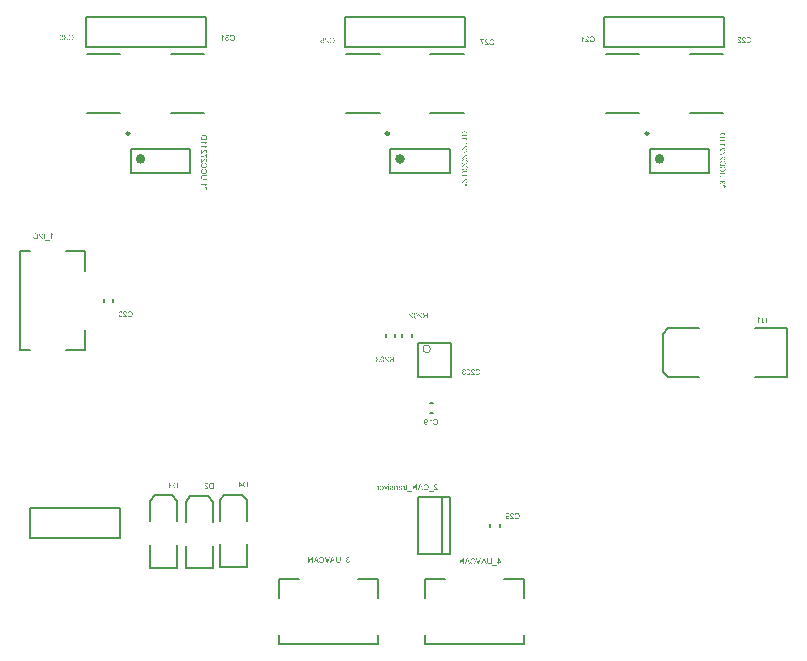
<source format=gbo>
G04*
G04 #@! TF.GenerationSoftware,Altium Limited,Altium Designer,18.0.12 (696)*
G04*
G04 Layer_Color=32896*
%FSLAX25Y25*%
%MOIN*%
G70*
G01*
G75*
%ADD10C,0.00984*%
%ADD11C,0.01575*%
%ADD14C,0.00787*%
%ADD15C,0.00591*%
%ADD17C,0.00800*%
%ADD121C,0.00000*%
G36*
X417461Y304435D02*
X417547Y304427D01*
X417624Y304413D01*
X417660Y304407D01*
X417691Y304399D01*
X417721Y304391D01*
X417746Y304385D01*
X417768Y304380D01*
X417788Y304371D01*
X417804Y304368D01*
X417815Y304363D01*
X417821Y304360D01*
X417824D01*
X417896Y304330D01*
X417959Y304294D01*
X418015Y304255D01*
X418062Y304219D01*
X418101Y304186D01*
X418128Y304158D01*
X418137Y304147D01*
X418145Y304138D01*
X418148Y304136D01*
X418151Y304133D01*
X418187Y304089D01*
X418214Y304042D01*
X418239Y303994D01*
X418259Y303950D01*
X418272Y303911D01*
X418281Y303881D01*
X418286Y303870D01*
Y303861D01*
X418289Y303856D01*
Y303853D01*
X418297Y303806D01*
X418306Y303751D01*
X418311Y303695D01*
X418314Y303640D01*
X418317Y303590D01*
Y302853D01*
X416400D01*
Y303543D01*
X416403Y303607D01*
X416405Y303665D01*
X416411Y303717D01*
X416417Y303762D01*
X416422Y303801D01*
X416425Y303828D01*
X416428Y303837D01*
X416431Y303845D01*
Y303850D01*
X416444Y303900D01*
X416461Y303945D01*
X416475Y303983D01*
X416491Y304017D01*
X416505Y304044D01*
X416516Y304064D01*
X416525Y304075D01*
X416527Y304080D01*
X416552Y304116D01*
X416583Y304147D01*
X416610Y304177D01*
X416638Y304202D01*
X416663Y304224D01*
X416682Y304241D01*
X416696Y304252D01*
X416702Y304255D01*
X416746Y304283D01*
X416793Y304310D01*
X416838Y304332D01*
X416882Y304349D01*
X416921Y304366D01*
X416951Y304377D01*
X416962Y304380D01*
X416971Y304382D01*
X416976Y304385D01*
X416979D01*
X417045Y304402D01*
X417112Y304415D01*
X417176Y304424D01*
X417237Y304432D01*
X417289Y304435D01*
X417311D01*
X417331Y304438D01*
X417345D01*
X417358D01*
X417364D01*
X417367D01*
X417461Y304435D01*
D02*
G37*
G36*
X418325Y302000D02*
X418278Y301972D01*
X418234Y301942D01*
X418189Y301906D01*
X418151Y301873D01*
X418117Y301839D01*
X418090Y301815D01*
X418081Y301803D01*
X418073Y301795D01*
X418070Y301792D01*
X418068Y301790D01*
X418020Y301731D01*
X417976Y301673D01*
X417937Y301618D01*
X417907Y301562D01*
X417879Y301515D01*
X417868Y301496D01*
X417860Y301479D01*
X417851Y301466D01*
X417849Y301454D01*
X417843Y301449D01*
Y301446D01*
X417616D01*
X417633Y301488D01*
X417652Y301529D01*
X417671Y301571D01*
X417691Y301609D01*
X417707Y301643D01*
X417721Y301670D01*
X417732Y301687D01*
X417735Y301690D01*
Y301693D01*
X417766Y301743D01*
X417796Y301787D01*
X417824Y301826D01*
X417849Y301856D01*
X417868Y301884D01*
X417885Y301900D01*
X417896Y301914D01*
X417899Y301917D01*
X416400D01*
Y302152D01*
X418325D01*
Y302000D01*
D02*
G37*
G36*
Y300510D02*
X418278Y300482D01*
X418234Y300452D01*
X418189Y300416D01*
X418151Y300382D01*
X418117Y300349D01*
X418090Y300324D01*
X418081Y300313D01*
X418073Y300305D01*
X418070Y300302D01*
X418068Y300299D01*
X418020Y300241D01*
X417976Y300183D01*
X417937Y300128D01*
X417907Y300072D01*
X417879Y300025D01*
X417868Y300006D01*
X417860Y299989D01*
X417851Y299975D01*
X417849Y299964D01*
X417843Y299959D01*
Y299956D01*
X417616D01*
X417633Y299997D01*
X417652Y300039D01*
X417671Y300080D01*
X417691Y300119D01*
X417707Y300152D01*
X417721Y300180D01*
X417732Y300197D01*
X417735Y300200D01*
Y300202D01*
X417766Y300252D01*
X417796Y300296D01*
X417824Y300335D01*
X417849Y300366D01*
X417868Y300394D01*
X417885Y300410D01*
X417896Y300424D01*
X417899Y300427D01*
X416400D01*
Y300662D01*
X418325D01*
Y300510D01*
D02*
G37*
G36*
X416627Y298579D02*
X416674Y298612D01*
X416694Y298629D01*
X416713Y298643D01*
X416730Y298657D01*
X416741Y298668D01*
X416749Y298676D01*
X416752Y298679D01*
X416766Y298693D01*
X416780Y298709D01*
X416816Y298748D01*
X416857Y298792D01*
X416899Y298839D01*
X416935Y298884D01*
X416951Y298903D01*
X416968Y298920D01*
X416979Y298934D01*
X416987Y298945D01*
X416993Y298950D01*
X416996Y298953D01*
X417034Y298997D01*
X417070Y299042D01*
X417106Y299080D01*
X417137Y299116D01*
X417167Y299150D01*
X417195Y299177D01*
X417220Y299205D01*
X417242Y299227D01*
X417264Y299250D01*
X417281Y299266D01*
X417295Y299280D01*
X417309Y299294D01*
X417325Y299308D01*
X417331Y299313D01*
X417378Y299352D01*
X417419Y299385D01*
X417461Y299413D01*
X417494Y299435D01*
X417525Y299452D01*
X417547Y299463D01*
X417561Y299468D01*
X417566Y299471D01*
X417608Y299488D01*
X417649Y299499D01*
X417688Y299510D01*
X417721Y299515D01*
X417752Y299518D01*
X417774Y299521D01*
X417788D01*
X417793D01*
X417835Y299518D01*
X417874Y299513D01*
X417912Y299507D01*
X417946Y299496D01*
X418012Y299468D01*
X418065Y299441D01*
X418090Y299424D01*
X418109Y299410D01*
X418128Y299396D01*
X418142Y299382D01*
X418153Y299371D01*
X418164Y299366D01*
X418167Y299360D01*
X418170Y299358D01*
X418198Y299327D01*
X418223Y299294D01*
X418242Y299258D01*
X418259Y299222D01*
X418286Y299150D01*
X418306Y299078D01*
X418311Y299047D01*
X418317Y299017D01*
X418320Y298989D01*
X418322Y298967D01*
X418325Y298948D01*
Y298920D01*
X418322Y298870D01*
X418320Y298823D01*
X418311Y298779D01*
X418303Y298737D01*
X418292Y298698D01*
X418281Y298662D01*
X418267Y298629D01*
X418253Y298599D01*
X418239Y298571D01*
X418225Y298549D01*
X418214Y298529D01*
X418203Y298513D01*
X418195Y298499D01*
X418187Y298491D01*
X418184Y298485D01*
X418181Y298482D01*
X418153Y298454D01*
X418123Y298430D01*
X418090Y298405D01*
X418056Y298385D01*
X417990Y298352D01*
X417923Y298330D01*
X417893Y298322D01*
X417863Y298313D01*
X417838Y298308D01*
X417815Y298302D01*
X417796Y298299D01*
X417782D01*
X417774Y298297D01*
X417771D01*
X417746Y298538D01*
X417810Y298543D01*
X417865Y298554D01*
X417915Y298571D01*
X417954Y298590D01*
X417987Y298607D01*
X418009Y298623D01*
X418023Y298635D01*
X418029Y298640D01*
X418062Y298682D01*
X418087Y298726D01*
X418106Y298773D01*
X418117Y298815D01*
X418126Y298853D01*
X418128Y298887D01*
X418131Y298898D01*
Y298914D01*
X418128Y298973D01*
X418117Y299025D01*
X418101Y299069D01*
X418084Y299108D01*
X418065Y299139D01*
X418051Y299158D01*
X418040Y299172D01*
X418034Y299177D01*
X417996Y299211D01*
X417957Y299236D01*
X417918Y299255D01*
X417879Y299266D01*
X417849Y299274D01*
X417821Y299277D01*
X417804Y299280D01*
X417802D01*
X417799D01*
X417749Y299274D01*
X417696Y299263D01*
X417649Y299244D01*
X417605Y299224D01*
X417569Y299202D01*
X417538Y299183D01*
X417527Y299177D01*
X417519Y299172D01*
X417516Y299166D01*
X417514D01*
X417483Y299144D01*
X417453Y299116D01*
X417419Y299086D01*
X417386Y299053D01*
X417320Y298984D01*
X417253Y298914D01*
X417223Y298878D01*
X417195Y298848D01*
X417170Y298817D01*
X417148Y298792D01*
X417131Y298773D01*
X417117Y298756D01*
X417109Y298745D01*
X417106Y298743D01*
X417048Y298673D01*
X416993Y298610D01*
X416943Y298557D01*
X416901Y298515D01*
X416865Y298479D01*
X416840Y298454D01*
X416824Y298441D01*
X416821Y298435D01*
X416818D01*
X416771Y298396D01*
X416727Y298366D01*
X416682Y298338D01*
X416644Y298316D01*
X416610Y298299D01*
X416586Y298288D01*
X416569Y298283D01*
X416566Y298280D01*
X416563D01*
X416533Y298269D01*
X416505Y298263D01*
X416478Y298258D01*
X416453Y298255D01*
X416431Y298252D01*
X416414D01*
X416403D01*
X416400D01*
Y299524D01*
X416627D01*
Y298579D01*
D02*
G37*
G36*
X418292Y296812D02*
X418065D01*
Y297751D01*
X417984Y297684D01*
X417899Y297621D01*
X417815Y297565D01*
X417735Y297513D01*
X417699Y297491D01*
X417666Y297471D01*
X417635Y297452D01*
X417611Y297438D01*
X417588Y297427D01*
X417575Y297418D01*
X417563Y297413D01*
X417561Y297410D01*
X417450Y297355D01*
X417339Y297305D01*
X417234Y297263D01*
X417187Y297247D01*
X417140Y297230D01*
X417098Y297214D01*
X417059Y297202D01*
X417026Y297191D01*
X416998Y297183D01*
X416973Y297175D01*
X416957Y297169D01*
X416946Y297166D01*
X416943D01*
X416829Y297139D01*
X416774Y297128D01*
X416724Y297119D01*
X416677Y297111D01*
X416630Y297103D01*
X416591Y297097D01*
X416552Y297092D01*
X416519Y297089D01*
X416489Y297086D01*
X416461Y297083D01*
X416439D01*
X416422Y297081D01*
X416411D01*
X416403D01*
X416400D01*
Y297322D01*
X416505Y297330D01*
X416602Y297344D01*
X416691Y297358D01*
X416732Y297366D01*
X416771Y297374D01*
X416804Y297380D01*
X416835Y297388D01*
X416863Y297394D01*
X416885Y297399D01*
X416901Y297405D01*
X416915Y297407D01*
X416924Y297410D01*
X416926D01*
X417054Y297452D01*
X417173Y297496D01*
X417231Y297518D01*
X417286Y297540D01*
X417336Y297565D01*
X417386Y297587D01*
X417430Y297607D01*
X417469Y297626D01*
X417502Y297643D01*
X417533Y297657D01*
X417558Y297671D01*
X417575Y297679D01*
X417586Y297684D01*
X417588Y297687D01*
X417647Y297720D01*
X417705Y297754D01*
X417757Y297787D01*
X417807Y297820D01*
X417851Y297851D01*
X417896Y297881D01*
X417935Y297912D01*
X417968Y297937D01*
X418001Y297961D01*
X418029Y297984D01*
X418051Y298006D01*
X418070Y298022D01*
X418087Y298033D01*
X418098Y298044D01*
X418104Y298050D01*
X418106Y298053D01*
X418292D01*
Y296812D01*
D02*
G37*
G36*
X416627Y295599D02*
X416674Y295632D01*
X416694Y295649D01*
X416713Y295662D01*
X416730Y295676D01*
X416741Y295687D01*
X416749Y295696D01*
X416752Y295698D01*
X416766Y295712D01*
X416780Y295729D01*
X416816Y295768D01*
X416857Y295812D01*
X416899Y295859D01*
X416935Y295903D01*
X416951Y295923D01*
X416968Y295939D01*
X416979Y295953D01*
X416987Y295964D01*
X416993Y295970D01*
X416996Y295973D01*
X417034Y296017D01*
X417070Y296061D01*
X417106Y296100D01*
X417137Y296136D01*
X417167Y296169D01*
X417195Y296197D01*
X417220Y296225D01*
X417242Y296247D01*
X417264Y296269D01*
X417281Y296286D01*
X417295Y296299D01*
X417309Y296313D01*
X417325Y296327D01*
X417331Y296333D01*
X417378Y296371D01*
X417419Y296405D01*
X417461Y296432D01*
X417494Y296455D01*
X417525Y296471D01*
X417547Y296482D01*
X417561Y296488D01*
X417566Y296491D01*
X417608Y296507D01*
X417649Y296518D01*
X417688Y296529D01*
X417721Y296535D01*
X417752Y296538D01*
X417774Y296540D01*
X417788D01*
X417793D01*
X417835Y296538D01*
X417874Y296532D01*
X417912Y296527D01*
X417946Y296515D01*
X418012Y296488D01*
X418065Y296460D01*
X418090Y296444D01*
X418109Y296430D01*
X418128Y296416D01*
X418142Y296402D01*
X418153Y296391D01*
X418164Y296385D01*
X418167Y296380D01*
X418170Y296377D01*
X418198Y296346D01*
X418223Y296313D01*
X418242Y296277D01*
X418259Y296241D01*
X418286Y296169D01*
X418306Y296097D01*
X418311Y296067D01*
X418317Y296036D01*
X418320Y296009D01*
X418322Y295986D01*
X418325Y295967D01*
Y295939D01*
X418322Y295889D01*
X418320Y295842D01*
X418311Y295798D01*
X418303Y295757D01*
X418292Y295718D01*
X418281Y295682D01*
X418267Y295649D01*
X418253Y295618D01*
X418239Y295590D01*
X418225Y295568D01*
X418214Y295549D01*
X418203Y295532D01*
X418195Y295518D01*
X418187Y295510D01*
X418184Y295504D01*
X418181Y295502D01*
X418153Y295474D01*
X418123Y295449D01*
X418090Y295424D01*
X418056Y295405D01*
X417990Y295372D01*
X417923Y295349D01*
X417893Y295341D01*
X417863Y295333D01*
X417838Y295327D01*
X417815Y295322D01*
X417796Y295319D01*
X417782D01*
X417774Y295316D01*
X417771D01*
X417746Y295557D01*
X417810Y295563D01*
X417865Y295574D01*
X417915Y295590D01*
X417954Y295610D01*
X417987Y295626D01*
X418009Y295643D01*
X418023Y295654D01*
X418029Y295659D01*
X418062Y295701D01*
X418087Y295745D01*
X418106Y295793D01*
X418117Y295834D01*
X418126Y295873D01*
X418128Y295906D01*
X418131Y295917D01*
Y295934D01*
X418128Y295992D01*
X418117Y296045D01*
X418101Y296089D01*
X418084Y296128D01*
X418065Y296158D01*
X418051Y296178D01*
X418040Y296191D01*
X418034Y296197D01*
X417996Y296230D01*
X417957Y296255D01*
X417918Y296274D01*
X417879Y296286D01*
X417849Y296294D01*
X417821Y296297D01*
X417804Y296299D01*
X417802D01*
X417799D01*
X417749Y296294D01*
X417696Y296283D01*
X417649Y296263D01*
X417605Y296244D01*
X417569Y296222D01*
X417538Y296202D01*
X417527Y296197D01*
X417519Y296191D01*
X417516Y296186D01*
X417514D01*
X417483Y296164D01*
X417453Y296136D01*
X417419Y296106D01*
X417386Y296072D01*
X417320Y296003D01*
X417253Y295934D01*
X417223Y295898D01*
X417195Y295867D01*
X417170Y295837D01*
X417148Y295812D01*
X417131Y295793D01*
X417117Y295776D01*
X417109Y295765D01*
X417106Y295762D01*
X417048Y295693D01*
X416993Y295629D01*
X416943Y295577D01*
X416901Y295535D01*
X416865Y295499D01*
X416840Y295474D01*
X416824Y295460D01*
X416821Y295455D01*
X416818D01*
X416771Y295416D01*
X416727Y295385D01*
X416682Y295358D01*
X416644Y295336D01*
X416610Y295319D01*
X416586Y295308D01*
X416569Y295302D01*
X416566Y295299D01*
X416563D01*
X416533Y295288D01*
X416505Y295283D01*
X416478Y295277D01*
X416453Y295274D01*
X416431Y295272D01*
X416414D01*
X416403D01*
X416400D01*
Y296543D01*
X416627D01*
Y295599D01*
D02*
G37*
G36*
X417070Y294834D02*
X417026Y294823D01*
X416985Y294809D01*
X416946Y294795D01*
X416910Y294781D01*
X416876Y294765D01*
X416849Y294748D01*
X416821Y294729D01*
X416796Y294712D01*
X416774Y294698D01*
X416757Y294682D01*
X416741Y294668D01*
X416727Y294657D01*
X416718Y294646D01*
X416710Y294637D01*
X416708Y294635D01*
X416705Y294632D01*
X416682Y294604D01*
X416666Y294574D01*
X416636Y294513D01*
X416613Y294455D01*
X416599Y294396D01*
X416588Y294347D01*
X416586Y294327D01*
Y294308D01*
X416583Y294291D01*
Y294272D01*
X416586Y294208D01*
X416597Y294147D01*
X416610Y294092D01*
X416627Y294042D01*
X416644Y294003D01*
X416652Y293987D01*
X416658Y293973D01*
X416663Y293962D01*
X416669Y293953D01*
X416672Y293948D01*
Y293945D01*
X416710Y293892D01*
X416752Y293848D01*
X416799Y293809D01*
X416843Y293779D01*
X416882Y293754D01*
X416915Y293737D01*
X416929Y293732D01*
X416937Y293726D01*
X416943Y293723D01*
X416946D01*
X417018Y293701D01*
X417090Y293685D01*
X417162Y293671D01*
X417228Y293662D01*
X417259Y293660D01*
X417286Y293657D01*
X417311D01*
X417331Y293654D01*
X417347D01*
X417361D01*
X417370D01*
X417372D01*
X417444Y293657D01*
X417511Y293662D01*
X417572Y293673D01*
X417627Y293685D01*
X417674Y293693D01*
X417694Y293698D01*
X417710Y293704D01*
X417724Y293707D01*
X417732Y293709D01*
X417738Y293712D01*
X417741D01*
X417804Y293740D01*
X417863Y293770D01*
X417910Y293804D01*
X417951Y293840D01*
X417984Y293870D01*
X418007Y293895D01*
X418020Y293914D01*
X418026Y293917D01*
Y293920D01*
X418062Y293978D01*
X418090Y294042D01*
X418109Y294103D01*
X418120Y294161D01*
X418128Y294214D01*
X418131Y294236D01*
Y294255D01*
X418134Y294269D01*
Y294291D01*
X418131Y294360D01*
X418120Y294424D01*
X418104Y294477D01*
X418087Y294524D01*
X418068Y294560D01*
X418054Y294588D01*
X418043Y294604D01*
X418037Y294610D01*
X417996Y294654D01*
X417948Y294696D01*
X417899Y294729D01*
X417849Y294757D01*
X417804Y294779D01*
X417782Y294787D01*
X417766Y294793D01*
X417752Y294798D01*
X417741Y294804D01*
X417735Y294806D01*
X417732D01*
X417791Y295056D01*
X417840Y295039D01*
X417885Y295022D01*
X417926Y295000D01*
X417968Y294981D01*
X418004Y294959D01*
X418037Y294934D01*
X418070Y294912D01*
X418098Y294889D01*
X418120Y294867D01*
X418142Y294848D01*
X418162Y294829D01*
X418176Y294815D01*
X418189Y294801D01*
X418198Y294790D01*
X418200Y294784D01*
X418203Y294781D01*
X418228Y294743D01*
X418253Y294704D01*
X418272Y294665D01*
X418289Y294624D01*
X418314Y294541D01*
X418331Y294466D01*
X418339Y294430D01*
X418342Y294399D01*
X418344Y294369D01*
X418347Y294344D01*
X418350Y294324D01*
Y294297D01*
X418344Y294205D01*
X418331Y294117D01*
X418314Y294039D01*
X418303Y294003D01*
X418292Y293970D01*
X418281Y293939D01*
X418270Y293912D01*
X418261Y293889D01*
X418253Y293867D01*
X418245Y293853D01*
X418239Y293842D01*
X418236Y293834D01*
X418234Y293831D01*
X418187Y293757D01*
X418131Y293693D01*
X418076Y293637D01*
X418020Y293590D01*
X417971Y293554D01*
X417948Y293541D01*
X417929Y293529D01*
X417915Y293518D01*
X417904Y293513D01*
X417896Y293510D01*
X417893Y293507D01*
X417807Y293468D01*
X417719Y293441D01*
X417630Y293421D01*
X417550Y293408D01*
X417514Y293402D01*
X417478Y293399D01*
X417450Y293396D01*
X417422D01*
X417403Y293394D01*
X417386D01*
X417375D01*
X417372D01*
X417273Y293399D01*
X417176Y293410D01*
X417090Y293424D01*
X417048Y293435D01*
X417012Y293444D01*
X416979Y293452D01*
X416949Y293463D01*
X416921Y293471D01*
X416899Y293477D01*
X416882Y293485D01*
X416868Y293488D01*
X416860Y293493D01*
X416857D01*
X416774Y293535D01*
X416699Y293582D01*
X416636Y293632D01*
X416610Y293657D01*
X416586Y293679D01*
X416563Y293701D01*
X416544Y293723D01*
X416527Y293743D01*
X416516Y293759D01*
X416505Y293770D01*
X416497Y293781D01*
X416494Y293787D01*
X416491Y293790D01*
X416469Y293829D01*
X416450Y293867D01*
X416419Y293951D01*
X416397Y294034D01*
X416383Y294114D01*
X416378Y294153D01*
X416372Y294186D01*
X416369Y294216D01*
Y294241D01*
X416367Y294264D01*
Y294294D01*
X416369Y294349D01*
X416375Y294402D01*
X416381Y294452D01*
X416392Y294499D01*
X416405Y294543D01*
X416419Y294585D01*
X416433Y294624D01*
X416450Y294660D01*
X416464Y294690D01*
X416478Y294721D01*
X416491Y294743D01*
X416505Y294765D01*
X416516Y294779D01*
X416522Y294793D01*
X416527Y294798D01*
X416530Y294801D01*
X416563Y294840D01*
X416597Y294873D01*
X416636Y294903D01*
X416674Y294934D01*
X416752Y294984D01*
X416829Y295022D01*
X416865Y295039D01*
X416899Y295053D01*
X416929Y295064D01*
X416954Y295072D01*
X416976Y295081D01*
X416993Y295086D01*
X417004Y295089D01*
X417007D01*
X417070Y294834D01*
D02*
G37*
G36*
Y292901D02*
X417026Y292890D01*
X416985Y292876D01*
X416946Y292862D01*
X416910Y292848D01*
X416876Y292831D01*
X416849Y292815D01*
X416821Y292795D01*
X416796Y292779D01*
X416774Y292765D01*
X416757Y292748D01*
X416741Y292734D01*
X416727Y292723D01*
X416718Y292712D01*
X416710Y292704D01*
X416708Y292701D01*
X416705Y292698D01*
X416682Y292671D01*
X416666Y292640D01*
X416636Y292579D01*
X416613Y292521D01*
X416599Y292463D01*
X416588Y292413D01*
X416586Y292394D01*
Y292374D01*
X416583Y292358D01*
Y292338D01*
X416586Y292275D01*
X416597Y292214D01*
X416610Y292158D01*
X416627Y292108D01*
X416644Y292070D01*
X416652Y292053D01*
X416658Y292039D01*
X416663Y292028D01*
X416669Y292020D01*
X416672Y292014D01*
Y292011D01*
X416710Y291959D01*
X416752Y291915D01*
X416799Y291876D01*
X416843Y291845D01*
X416882Y291820D01*
X416915Y291804D01*
X416929Y291798D01*
X416937Y291793D01*
X416943Y291790D01*
X416946D01*
X417018Y291768D01*
X417090Y291751D01*
X417162Y291737D01*
X417228Y291729D01*
X417259Y291726D01*
X417286Y291723D01*
X417311D01*
X417331Y291721D01*
X417347D01*
X417361D01*
X417370D01*
X417372D01*
X417444Y291723D01*
X417511Y291729D01*
X417572Y291740D01*
X417627Y291751D01*
X417674Y291759D01*
X417694Y291765D01*
X417710Y291771D01*
X417724Y291773D01*
X417732Y291776D01*
X417738Y291779D01*
X417741D01*
X417804Y291807D01*
X417863Y291837D01*
X417910Y291870D01*
X417951Y291906D01*
X417984Y291937D01*
X418007Y291962D01*
X418020Y291981D01*
X418026Y291984D01*
Y291986D01*
X418062Y292045D01*
X418090Y292108D01*
X418109Y292169D01*
X418120Y292228D01*
X418128Y292280D01*
X418131Y292302D01*
Y292322D01*
X418134Y292336D01*
Y292358D01*
X418131Y292427D01*
X418120Y292491D01*
X418104Y292543D01*
X418087Y292590D01*
X418068Y292626D01*
X418054Y292654D01*
X418043Y292671D01*
X418037Y292676D01*
X417996Y292721D01*
X417948Y292762D01*
X417899Y292795D01*
X417849Y292823D01*
X417804Y292845D01*
X417782Y292853D01*
X417766Y292859D01*
X417752Y292865D01*
X417741Y292870D01*
X417735Y292873D01*
X417732D01*
X417791Y293122D01*
X417840Y293106D01*
X417885Y293089D01*
X417926Y293067D01*
X417968Y293047D01*
X418004Y293025D01*
X418037Y293000D01*
X418070Y292978D01*
X418098Y292956D01*
X418120Y292934D01*
X418142Y292915D01*
X418162Y292895D01*
X418176Y292881D01*
X418189Y292867D01*
X418198Y292856D01*
X418200Y292851D01*
X418203Y292848D01*
X418228Y292809D01*
X418253Y292770D01*
X418272Y292732D01*
X418289Y292690D01*
X418314Y292607D01*
X418331Y292532D01*
X418339Y292496D01*
X418342Y292466D01*
X418344Y292435D01*
X418347Y292410D01*
X418350Y292391D01*
Y292363D01*
X418344Y292272D01*
X418331Y292183D01*
X418314Y292106D01*
X418303Y292070D01*
X418292Y292036D01*
X418281Y292006D01*
X418270Y291978D01*
X418261Y291956D01*
X418253Y291934D01*
X418245Y291920D01*
X418239Y291909D01*
X418236Y291901D01*
X418234Y291898D01*
X418187Y291823D01*
X418131Y291759D01*
X418076Y291704D01*
X418020Y291657D01*
X417971Y291621D01*
X417948Y291607D01*
X417929Y291596D01*
X417915Y291585D01*
X417904Y291579D01*
X417896Y291577D01*
X417893Y291574D01*
X417807Y291535D01*
X417719Y291507D01*
X417630Y291488D01*
X417550Y291474D01*
X417514Y291469D01*
X417478Y291466D01*
X417450Y291463D01*
X417422D01*
X417403Y291460D01*
X417386D01*
X417375D01*
X417372D01*
X417273Y291466D01*
X417176Y291477D01*
X417090Y291491D01*
X417048Y291502D01*
X417012Y291510D01*
X416979Y291518D01*
X416949Y291529D01*
X416921Y291538D01*
X416899Y291543D01*
X416882Y291552D01*
X416868Y291554D01*
X416860Y291560D01*
X416857D01*
X416774Y291601D01*
X416699Y291649D01*
X416636Y291699D01*
X416610Y291723D01*
X416586Y291745D01*
X416563Y291768D01*
X416544Y291790D01*
X416527Y291809D01*
X416516Y291826D01*
X416505Y291837D01*
X416497Y291848D01*
X416494Y291854D01*
X416491Y291856D01*
X416469Y291895D01*
X416450Y291934D01*
X416419Y292017D01*
X416397Y292100D01*
X416383Y292180D01*
X416378Y292219D01*
X416372Y292252D01*
X416369Y292283D01*
Y292308D01*
X416367Y292330D01*
Y292360D01*
X416369Y292416D01*
X416375Y292469D01*
X416381Y292518D01*
X416392Y292565D01*
X416405Y292610D01*
X416419Y292651D01*
X416433Y292690D01*
X416450Y292726D01*
X416464Y292757D01*
X416478Y292787D01*
X416491Y292809D01*
X416505Y292831D01*
X416516Y292845D01*
X416522Y292859D01*
X416527Y292865D01*
X416530Y292867D01*
X416563Y292906D01*
X416597Y292939D01*
X416636Y292970D01*
X416674Y293000D01*
X416752Y293050D01*
X416829Y293089D01*
X416865Y293106D01*
X416899Y293120D01*
X416929Y293130D01*
X416954Y293139D01*
X416976Y293147D01*
X416993Y293153D01*
X417004Y293156D01*
X417007D01*
X417070Y292901D01*
D02*
G37*
G36*
X418317Y290856D02*
X417209D01*
X417145D01*
X417084Y290851D01*
X417032Y290845D01*
X416982Y290837D01*
X416937Y290829D01*
X416896Y290818D01*
X416860Y290809D01*
X416829Y290798D01*
X416804Y290787D01*
X416780Y290776D01*
X416763Y290765D01*
X416746Y290757D01*
X416735Y290748D01*
X416727Y290743D01*
X416724Y290740D01*
X416721Y290737D01*
X416699Y290712D01*
X416680Y290685D01*
X416649Y290624D01*
X416627Y290560D01*
X416613Y290493D01*
X416602Y290433D01*
X416599Y290408D01*
Y290383D01*
X416597Y290366D01*
Y290338D01*
X416599Y290280D01*
X416608Y290228D01*
X416616Y290178D01*
X416630Y290139D01*
X416641Y290106D01*
X416649Y290081D01*
X416658Y290067D01*
X416660Y290061D01*
X416685Y290023D01*
X416716Y289989D01*
X416746Y289962D01*
X416774Y289942D01*
X416802Y289926D01*
X416821Y289912D01*
X416835Y289906D01*
X416840Y289903D01*
X416865Y289895D01*
X416890Y289890D01*
X416949Y289879D01*
X417009Y289870D01*
X417070Y289865D01*
X417123Y289862D01*
X417148D01*
X417167Y289859D01*
X417184D01*
X417198D01*
X417206D01*
X417209D01*
X418317D01*
Y289604D01*
X417209D01*
X417153D01*
X417101Y289607D01*
X417051Y289610D01*
X417004Y289615D01*
X416962Y289621D01*
X416924Y289627D01*
X416888Y289635D01*
X416854Y289640D01*
X416824Y289646D01*
X416799Y289654D01*
X416777Y289660D01*
X416760Y289665D01*
X416746Y289671D01*
X416735Y289674D01*
X416730Y289676D01*
X416727D01*
X416666Y289707D01*
X416610Y289746D01*
X416566Y289784D01*
X416527Y289826D01*
X416497Y289862D01*
X416475Y289892D01*
X416469Y289903D01*
X416464Y289912D01*
X416458Y289917D01*
Y289920D01*
X416428Y289989D01*
X416405Y290061D01*
X416389Y290136D01*
X416378Y290205D01*
X416375Y290236D01*
X416372Y290266D01*
X416369Y290294D01*
Y290316D01*
X416367Y290336D01*
Y290360D01*
X416372Y290460D01*
X416378Y290505D01*
X416383Y290546D01*
X416392Y290588D01*
X416400Y290624D01*
X416408Y290657D01*
X416419Y290687D01*
X416431Y290715D01*
X416439Y290737D01*
X416447Y290759D01*
X416455Y290776D01*
X416464Y290790D01*
X416467Y290798D01*
X416472Y290804D01*
Y290807D01*
X416514Y290867D01*
X416561Y290917D01*
X416605Y290956D01*
X416649Y290989D01*
X416688Y291014D01*
X416718Y291031D01*
X416730Y291036D01*
X416738Y291042D01*
X416744Y291045D01*
X416746D01*
X416780Y291056D01*
X416816Y291067D01*
X416890Y291084D01*
X416968Y291095D01*
X417043Y291103D01*
X417076Y291106D01*
X417109Y291108D01*
X417137D01*
X417162Y291111D01*
X417181D01*
X417195D01*
X417206D01*
X417209D01*
X418317D01*
Y290856D01*
D02*
G37*
G36*
X416627Y287563D02*
X416674Y287596D01*
X416694Y287613D01*
X416713Y287627D01*
X416730Y287640D01*
X416741Y287651D01*
X416749Y287660D01*
X416752Y287663D01*
X416766Y287676D01*
X416780Y287693D01*
X416816Y287732D01*
X416857Y287776D01*
X416899Y287823D01*
X416935Y287867D01*
X416951Y287887D01*
X416968Y287903D01*
X416979Y287917D01*
X416987Y287929D01*
X416993Y287934D01*
X416996Y287937D01*
X417034Y287981D01*
X417070Y288025D01*
X417106Y288064D01*
X417137Y288100D01*
X417167Y288134D01*
X417195Y288161D01*
X417220Y288189D01*
X417242Y288211D01*
X417264Y288233D01*
X417281Y288250D01*
X417295Y288264D01*
X417309Y288278D01*
X417325Y288291D01*
X417331Y288297D01*
X417378Y288336D01*
X417419Y288369D01*
X417461Y288397D01*
X417494Y288419D01*
X417525Y288435D01*
X417547Y288446D01*
X417561Y288452D01*
X417566Y288455D01*
X417608Y288471D01*
X417649Y288482D01*
X417688Y288494D01*
X417721Y288499D01*
X417752Y288502D01*
X417774Y288505D01*
X417788D01*
X417793D01*
X417835Y288502D01*
X417874Y288496D01*
X417912Y288491D01*
X417946Y288480D01*
X418012Y288452D01*
X418065Y288424D01*
X418090Y288408D01*
X418109Y288394D01*
X418128Y288380D01*
X418142Y288366D01*
X418153Y288355D01*
X418164Y288350D01*
X418167Y288344D01*
X418170Y288341D01*
X418198Y288311D01*
X418223Y288278D01*
X418242Y288242D01*
X418259Y288206D01*
X418286Y288134D01*
X418306Y288061D01*
X418311Y288031D01*
X418317Y288000D01*
X418320Y287973D01*
X418322Y287951D01*
X418325Y287931D01*
Y287903D01*
X418322Y287854D01*
X418320Y287807D01*
X418311Y287762D01*
X418303Y287721D01*
X418292Y287682D01*
X418281Y287646D01*
X418267Y287613D01*
X418253Y287582D01*
X418239Y287555D01*
X418225Y287532D01*
X418214Y287513D01*
X418203Y287496D01*
X418195Y287483D01*
X418187Y287474D01*
X418184Y287469D01*
X418181Y287466D01*
X418153Y287438D01*
X418123Y287413D01*
X418090Y287388D01*
X418056Y287369D01*
X417990Y287336D01*
X417923Y287314D01*
X417893Y287305D01*
X417863Y287297D01*
X417838Y287291D01*
X417815Y287286D01*
X417796Y287283D01*
X417782D01*
X417774Y287280D01*
X417771D01*
X417746Y287521D01*
X417810Y287527D01*
X417865Y287538D01*
X417915Y287555D01*
X417954Y287574D01*
X417987Y287591D01*
X418009Y287607D01*
X418023Y287618D01*
X418029Y287624D01*
X418062Y287665D01*
X418087Y287710D01*
X418106Y287757D01*
X418117Y287798D01*
X418126Y287837D01*
X418128Y287870D01*
X418131Y287881D01*
Y287898D01*
X418128Y287956D01*
X418117Y288009D01*
X418101Y288053D01*
X418084Y288092D01*
X418065Y288122D01*
X418051Y288142D01*
X418040Y288156D01*
X418034Y288161D01*
X417996Y288194D01*
X417957Y288219D01*
X417918Y288239D01*
X417879Y288250D01*
X417849Y288258D01*
X417821Y288261D01*
X417804Y288264D01*
X417802D01*
X417799D01*
X417749Y288258D01*
X417696Y288247D01*
X417649Y288228D01*
X417605Y288208D01*
X417569Y288186D01*
X417538Y288167D01*
X417527Y288161D01*
X417519Y288156D01*
X417516Y288150D01*
X417514D01*
X417483Y288128D01*
X417453Y288100D01*
X417419Y288070D01*
X417386Y288036D01*
X417320Y287967D01*
X417253Y287898D01*
X417223Y287862D01*
X417195Y287831D01*
X417170Y287801D01*
X417148Y287776D01*
X417131Y287757D01*
X417117Y287740D01*
X417109Y287729D01*
X417106Y287726D01*
X417048Y287657D01*
X416993Y287593D01*
X416943Y287541D01*
X416901Y287499D01*
X416865Y287463D01*
X416840Y287438D01*
X416824Y287424D01*
X416821Y287419D01*
X416818D01*
X416771Y287380D01*
X416727Y287350D01*
X416682Y287322D01*
X416644Y287300D01*
X416610Y287283D01*
X416586Y287272D01*
X416569Y287266D01*
X416566Y287264D01*
X416563D01*
X416533Y287253D01*
X416505Y287247D01*
X416478Y287242D01*
X416453Y287239D01*
X416431Y287236D01*
X416414D01*
X416403D01*
X416400D01*
Y288507D01*
X416627D01*
Y287563D01*
D02*
G37*
G36*
X418151Y287000D02*
X418128Y286937D01*
X418106Y286879D01*
X418084Y286826D01*
X418065Y286782D01*
X418048Y286746D01*
X418034Y286718D01*
X418029Y286707D01*
X418026Y286699D01*
X418023Y286696D01*
Y286693D01*
X418092Y286701D01*
X418156Y286710D01*
X418214Y286712D01*
X418261Y286718D01*
X418297Y286721D01*
X418328Y286723D01*
X418336D01*
X418344D01*
X418347D01*
X418350D01*
Y286535D01*
X418331D01*
X418308D01*
X418261Y286538D01*
X418206Y286543D01*
X418153Y286549D01*
X418104Y286552D01*
X418081Y286555D01*
X418062Y286557D01*
X418045D01*
X418034Y286560D01*
X418026D01*
X418023D01*
X418043Y286521D01*
X418065Y286474D01*
X418087Y286424D01*
X418106Y286374D01*
X418123Y286330D01*
X418131Y286308D01*
X418140Y286291D01*
X418142Y286278D01*
X418148Y286266D01*
X418151Y286261D01*
Y286258D01*
X417965Y286200D01*
X417935Y286314D01*
X417923Y286366D01*
X417912Y286416D01*
X417904Y286458D01*
X417899Y286474D01*
X417896Y286491D01*
X417893Y286502D01*
Y286510D01*
X417890Y286516D01*
Y286519D01*
X417879Y286505D01*
X417863Y286491D01*
X417827Y286458D01*
X417788Y286422D01*
X417746Y286386D01*
X417707Y286352D01*
X417674Y286327D01*
X417660Y286316D01*
X417652Y286308D01*
X417647Y286305D01*
X417644Y286302D01*
X417536Y286455D01*
X417575Y286483D01*
X417619Y286513D01*
X417666Y286541D01*
X417710Y286568D01*
X417749Y286591D01*
X417782Y286607D01*
X417796Y286615D01*
X417804Y286621D01*
X417810Y286624D01*
X417813D01*
X417752Y286660D01*
X417696Y286696D01*
X417649Y286726D01*
X417608Y286751D01*
X417577Y286773D01*
X417555Y286790D01*
X417541Y286801D01*
X417536Y286804D01*
X417644Y286959D01*
X417705Y286909D01*
X417757Y286862D01*
X417799Y286826D01*
X417835Y286793D01*
X417860Y286768D01*
X417876Y286749D01*
X417887Y286737D01*
X417890Y286735D01*
X417899Y286796D01*
X417910Y286854D01*
X417923Y286909D01*
X417935Y286959D01*
X417946Y287000D01*
X417951Y287017D01*
X417957Y287034D01*
X417959Y287045D01*
X417962Y287053D01*
X417965Y287059D01*
Y287062D01*
X418151Y287000D01*
D02*
G37*
G36*
X378582Y162620D02*
X378657Y162606D01*
X378720Y162584D01*
X378776Y162561D01*
X378801Y162548D01*
X378820Y162537D01*
X378840Y162525D01*
X378854Y162514D01*
X378865Y162506D01*
X378873Y162501D01*
X378878Y162498D01*
X378881Y162495D01*
X378934Y162442D01*
X378975Y162384D01*
X379009Y162323D01*
X379036Y162262D01*
X379053Y162210D01*
X379061Y162188D01*
X379067Y162168D01*
X379069Y162152D01*
X379072Y162140D01*
X379075Y162132D01*
Y162129D01*
X378840Y162088D01*
X378829Y162149D01*
X378812Y162201D01*
X378793Y162246D01*
X378773Y162282D01*
X378754Y162309D01*
X378737Y162329D01*
X378726Y162343D01*
X378723Y162345D01*
X378687Y162373D01*
X378648Y162395D01*
X378612Y162409D01*
X378576Y162420D01*
X378543Y162426D01*
X378518Y162431D01*
X378496D01*
X378446Y162428D01*
X378402Y162417D01*
X378363Y162404D01*
X378330Y162390D01*
X378305Y162373D01*
X378286Y162359D01*
X378272Y162348D01*
X378269Y162345D01*
X378239Y162312D01*
X378216Y162276D01*
X378203Y162240D01*
X378191Y162207D01*
X378186Y162176D01*
X378180Y162154D01*
Y162138D01*
Y162135D01*
Y162132D01*
Y162102D01*
X378186Y162074D01*
X378200Y162027D01*
X378219Y161985D01*
X378241Y161949D01*
X378263Y161924D01*
X378283Y161905D01*
X378297Y161894D01*
X378299Y161891D01*
X378302D01*
X378349Y161866D01*
X378394Y161847D01*
X378441Y161833D01*
X378482Y161825D01*
X378518Y161819D01*
X378549Y161813D01*
X378585D01*
X378596Y161816D01*
X378610D01*
X378637Y161609D01*
X378601Y161617D01*
X378568Y161622D01*
X378540Y161628D01*
X378516Y161631D01*
X378496Y161634D01*
X378471D01*
X378413Y161628D01*
X378360Y161617D01*
X378313Y161600D01*
X378274Y161581D01*
X378244Y161562D01*
X378222Y161545D01*
X378208Y161534D01*
X378203Y161528D01*
X378167Y161487D01*
X378139Y161442D01*
X378119Y161398D01*
X378108Y161354D01*
X378100Y161318D01*
X378097Y161287D01*
X378095Y161276D01*
Y161268D01*
Y161262D01*
Y161259D01*
X378100Y161199D01*
X378114Y161143D01*
X378131Y161096D01*
X378153Y161055D01*
X378175Y161021D01*
X378191Y160996D01*
X378205Y160980D01*
X378211Y160974D01*
X378255Y160935D01*
X378302Y160908D01*
X378349Y160888D01*
X378394Y160874D01*
X378432Y160866D01*
X378463Y160863D01*
X378474Y160861D01*
X378491D01*
X378540Y160863D01*
X378588Y160874D01*
X378629Y160888D01*
X378662Y160905D01*
X378690Y160919D01*
X378712Y160933D01*
X378723Y160944D01*
X378729Y160947D01*
X378762Y160985D01*
X378790Y161030D01*
X378815Y161077D01*
X378834Y161127D01*
X378848Y161168D01*
X378854Y161188D01*
X378856Y161204D01*
X378859Y161218D01*
X378862Y161229D01*
X378865Y161235D01*
Y161237D01*
X379100Y161207D01*
X379095Y161163D01*
X379086Y161121D01*
X379061Y161044D01*
X379031Y160977D01*
X379014Y160949D01*
X378997Y160922D01*
X378981Y160897D01*
X378964Y160877D01*
X378950Y160858D01*
X378937Y160844D01*
X378928Y160833D01*
X378920Y160825D01*
X378914Y160819D01*
X378912Y160816D01*
X378878Y160791D01*
X378845Y160766D01*
X378812Y160747D01*
X378776Y160731D01*
X378707Y160703D01*
X378640Y160686D01*
X378610Y160681D01*
X378582Y160675D01*
X378557Y160672D01*
X378535Y160670D01*
X378518Y160667D01*
X378493D01*
X378441Y160670D01*
X378394Y160675D01*
X378347Y160683D01*
X378302Y160695D01*
X378261Y160708D01*
X378225Y160722D01*
X378189Y160739D01*
X378158Y160755D01*
X378128Y160769D01*
X378103Y160786D01*
X378081Y160800D01*
X378064Y160814D01*
X378050Y160825D01*
X378039Y160833D01*
X378034Y160838D01*
X378031Y160841D01*
X377997Y160874D01*
X377970Y160910D01*
X377945Y160947D01*
X377923Y160983D01*
X377906Y161016D01*
X377889Y161052D01*
X377867Y161118D01*
X377862Y161149D01*
X377856Y161176D01*
X377851Y161201D01*
X377848Y161223D01*
X377845Y161240D01*
Y161254D01*
Y161262D01*
Y161265D01*
X377848Y161332D01*
X377859Y161392D01*
X377876Y161445D01*
X377892Y161489D01*
X377909Y161525D01*
X377925Y161553D01*
X377937Y161570D01*
X377939Y161575D01*
X377978Y161617D01*
X378020Y161653D01*
X378064Y161681D01*
X378108Y161703D01*
X378147Y161719D01*
X378178Y161730D01*
X378189Y161733D01*
X378197Y161736D01*
X378203Y161739D01*
X378205D01*
X378158Y161764D01*
X378119Y161789D01*
X378086Y161816D01*
X378059Y161841D01*
X378036Y161863D01*
X378020Y161883D01*
X378011Y161894D01*
X378009Y161899D01*
X377987Y161938D01*
X377970Y161977D01*
X377956Y162016D01*
X377948Y162052D01*
X377942Y162082D01*
X377939Y162104D01*
Y162121D01*
Y162127D01*
X377942Y162174D01*
X377951Y162221D01*
X377961Y162262D01*
X377975Y162298D01*
X377989Y162329D01*
X378000Y162354D01*
X378009Y162367D01*
X378011Y162373D01*
X378039Y162415D01*
X378072Y162451D01*
X378106Y162481D01*
X378139Y162509D01*
X378167Y162528D01*
X378191Y162545D01*
X378208Y162553D01*
X378211Y162556D01*
X378214D01*
X378263Y162578D01*
X378313Y162595D01*
X378363Y162609D01*
X378408Y162617D01*
X378444Y162622D01*
X378474Y162625D01*
X378543D01*
X378582Y162620D01*
D02*
G37*
G36*
X366801Y160700D02*
X366557D01*
Y162204D01*
X365555Y160700D01*
X365292D01*
Y162617D01*
X365535D01*
Y161110D01*
X366541Y162617D01*
X366801D01*
Y160700D01*
D02*
G37*
G36*
X371762D02*
X371496D01*
X370748Y162617D01*
X371006D01*
X371527Y161223D01*
X371549Y161165D01*
X371568Y161110D01*
X371585Y161057D01*
X371599Y161010D01*
X371613Y160969D01*
X371621Y160938D01*
X371624Y160927D01*
X371626Y160919D01*
X371629Y160913D01*
Y160910D01*
X371663Y161021D01*
X371679Y161074D01*
X371696Y161121D01*
X371710Y161163D01*
X371715Y161179D01*
X371718Y161196D01*
X371724Y161207D01*
X371726Y161215D01*
X371729Y161221D01*
Y161223D01*
X372228Y162617D01*
X372505D01*
X371762Y160700D01*
D02*
G37*
G36*
X376023Y161509D02*
Y161453D01*
X376020Y161401D01*
X376017Y161351D01*
X376011Y161304D01*
X376006Y161262D01*
X376000Y161223D01*
X375992Y161188D01*
X375987Y161154D01*
X375981Y161124D01*
X375973Y161099D01*
X375967Y161077D01*
X375962Y161060D01*
X375956Y161046D01*
X375953Y161035D01*
X375951Y161030D01*
Y161027D01*
X375920Y160966D01*
X375881Y160910D01*
X375842Y160866D01*
X375801Y160827D01*
X375765Y160797D01*
X375734Y160775D01*
X375723Y160769D01*
X375715Y160764D01*
X375710Y160758D01*
X375707D01*
X375638Y160728D01*
X375566Y160705D01*
X375491Y160689D01*
X375421Y160678D01*
X375391Y160675D01*
X375360Y160672D01*
X375333Y160670D01*
X375311D01*
X375291Y160667D01*
X375266D01*
X375167Y160672D01*
X375122Y160678D01*
X375081Y160683D01*
X375039Y160692D01*
X375003Y160700D01*
X374970Y160708D01*
X374939Y160719D01*
X374912Y160731D01*
X374890Y160739D01*
X374867Y160747D01*
X374851Y160755D01*
X374837Y160764D01*
X374829Y160766D01*
X374823Y160772D01*
X374820D01*
X374759Y160814D01*
X374710Y160861D01*
X374671Y160905D01*
X374638Y160949D01*
X374613Y160988D01*
X374596Y161019D01*
X374590Y161030D01*
X374585Y161038D01*
X374582Y161044D01*
Y161046D01*
X374571Y161080D01*
X374560Y161116D01*
X374543Y161190D01*
X374532Y161268D01*
X374524Y161343D01*
X374521Y161376D01*
X374518Y161409D01*
Y161437D01*
X374516Y161462D01*
Y161481D01*
Y161495D01*
Y161506D01*
Y161509D01*
Y162617D01*
X374770D01*
Y161509D01*
Y161445D01*
X374776Y161384D01*
X374782Y161332D01*
X374790Y161282D01*
X374798Y161237D01*
X374809Y161196D01*
X374818Y161160D01*
X374829Y161129D01*
X374840Y161104D01*
X374851Y161080D01*
X374862Y161063D01*
X374870Y161046D01*
X374879Y161035D01*
X374884Y161027D01*
X374887Y161024D01*
X374890Y161021D01*
X374915Y160999D01*
X374942Y160980D01*
X375003Y160949D01*
X375067Y160927D01*
X375133Y160913D01*
X375194Y160902D01*
X375219Y160899D01*
X375244D01*
X375261Y160897D01*
X375289D01*
X375347Y160899D01*
X375399Y160908D01*
X375449Y160916D01*
X375488Y160930D01*
X375521Y160941D01*
X375546Y160949D01*
X375560Y160958D01*
X375566Y160960D01*
X375604Y160985D01*
X375638Y161016D01*
X375665Y161046D01*
X375685Y161074D01*
X375701Y161102D01*
X375715Y161121D01*
X375721Y161135D01*
X375723Y161140D01*
X375732Y161165D01*
X375737Y161190D01*
X375748Y161249D01*
X375757Y161309D01*
X375762Y161370D01*
X375765Y161423D01*
Y161448D01*
X375768Y161467D01*
Y161484D01*
Y161498D01*
Y161506D01*
Y161509D01*
Y162617D01*
X376023D01*
Y161509D01*
D02*
G37*
G36*
X369782Y162645D02*
X369870Y162631D01*
X369948Y162614D01*
X369984Y162603D01*
X370017Y162592D01*
X370048Y162581D01*
X370075Y162570D01*
X370097Y162561D01*
X370120Y162553D01*
X370133Y162545D01*
X370145Y162539D01*
X370153Y162537D01*
X370156Y162534D01*
X370231Y162487D01*
X370294Y162431D01*
X370350Y162376D01*
X370397Y162320D01*
X370433Y162271D01*
X370446Y162248D01*
X370458Y162229D01*
X370469Y162215D01*
X370474Y162204D01*
X370477Y162196D01*
X370480Y162193D01*
X370518Y162107D01*
X370546Y162019D01*
X370566Y161930D01*
X370580Y161849D01*
X370585Y161813D01*
X370588Y161777D01*
X370591Y161750D01*
Y161722D01*
X370593Y161703D01*
Y161686D01*
Y161675D01*
Y161672D01*
X370588Y161573D01*
X370577Y161476D01*
X370563Y161390D01*
X370552Y161348D01*
X370544Y161312D01*
X370535Y161279D01*
X370524Y161249D01*
X370516Y161221D01*
X370510Y161199D01*
X370502Y161182D01*
X370499Y161168D01*
X370494Y161160D01*
Y161157D01*
X370452Y161074D01*
X370405Y160999D01*
X370355Y160935D01*
X370330Y160910D01*
X370308Y160886D01*
X370286Y160863D01*
X370264Y160844D01*
X370244Y160827D01*
X370228Y160816D01*
X370217Y160805D01*
X370205Y160797D01*
X370200Y160794D01*
X370197Y160791D01*
X370158Y160769D01*
X370120Y160750D01*
X370037Y160719D01*
X369953Y160697D01*
X369873Y160683D01*
X369834Y160678D01*
X369801Y160672D01*
X369771Y160670D01*
X369746D01*
X369724Y160667D01*
X369693D01*
X369638Y160670D01*
X369585Y160675D01*
X369535Y160681D01*
X369488Y160692D01*
X369444Y160705D01*
X369402Y160719D01*
X369363Y160733D01*
X369327Y160750D01*
X369297Y160764D01*
X369267Y160778D01*
X369244Y160791D01*
X369222Y160805D01*
X369208Y160816D01*
X369195Y160822D01*
X369189Y160827D01*
X369186Y160830D01*
X369147Y160863D01*
X369114Y160897D01*
X369084Y160935D01*
X369053Y160974D01*
X369003Y161052D01*
X368965Y161129D01*
X368948Y161165D01*
X368934Y161199D01*
X368923Y161229D01*
X368915Y161254D01*
X368906Y161276D01*
X368901Y161293D01*
X368898Y161304D01*
Y161307D01*
X369153Y161370D01*
X369164Y161326D01*
X369178Y161284D01*
X369192Y161246D01*
X369206Y161210D01*
X369222Y161176D01*
X369239Y161149D01*
X369258Y161121D01*
X369275Y161096D01*
X369289Y161074D01*
X369305Y161057D01*
X369319Y161041D01*
X369330Y161027D01*
X369341Y161019D01*
X369350Y161010D01*
X369352Y161007D01*
X369355Y161005D01*
X369383Y160983D01*
X369413Y160966D01*
X369474Y160935D01*
X369532Y160913D01*
X369591Y160899D01*
X369640Y160888D01*
X369660Y160886D01*
X369679D01*
X369696Y160883D01*
X369715D01*
X369779Y160886D01*
X369840Y160897D01*
X369895Y160910D01*
X369945Y160927D01*
X369984Y160944D01*
X370001Y160952D01*
X370014Y160958D01*
X370025Y160963D01*
X370034Y160969D01*
X370039Y160971D01*
X370042D01*
X370095Y161010D01*
X370139Y161052D01*
X370178Y161099D01*
X370208Y161143D01*
X370233Y161182D01*
X370250Y161215D01*
X370255Y161229D01*
X370261Y161237D01*
X370264Y161243D01*
Y161246D01*
X370286Y161318D01*
X370303Y161390D01*
X370316Y161462D01*
X370325Y161528D01*
X370327Y161559D01*
X370330Y161586D01*
Y161611D01*
X370333Y161631D01*
Y161647D01*
Y161661D01*
Y161670D01*
Y161672D01*
X370330Y161744D01*
X370325Y161811D01*
X370314Y161872D01*
X370303Y161927D01*
X370294Y161974D01*
X370289Y161994D01*
X370283Y162010D01*
X370280Y162024D01*
X370278Y162032D01*
X370275Y162038D01*
Y162041D01*
X370247Y162104D01*
X370217Y162163D01*
X370183Y162210D01*
X370147Y162251D01*
X370117Y162284D01*
X370092Y162307D01*
X370073Y162320D01*
X370070Y162326D01*
X370067D01*
X370009Y162362D01*
X369945Y162390D01*
X369884Y162409D01*
X369826Y162420D01*
X369773Y162428D01*
X369751Y162431D01*
X369732D01*
X369718Y162434D01*
X369696D01*
X369627Y162431D01*
X369563Y162420D01*
X369510Y162404D01*
X369463Y162387D01*
X369427Y162367D01*
X369399Y162354D01*
X369383Y162343D01*
X369377Y162337D01*
X369333Y162295D01*
X369291Y162248D01*
X369258Y162199D01*
X369231Y162149D01*
X369208Y162104D01*
X369200Y162082D01*
X369195Y162066D01*
X369189Y162052D01*
X369183Y162041D01*
X369181Y162035D01*
Y162032D01*
X368931Y162091D01*
X368948Y162140D01*
X368965Y162185D01*
X368987Y162226D01*
X369006Y162268D01*
X369028Y162304D01*
X369053Y162337D01*
X369075Y162370D01*
X369097Y162398D01*
X369120Y162420D01*
X369139Y162442D01*
X369159Y162462D01*
X369172Y162476D01*
X369186Y162489D01*
X369197Y162498D01*
X369203Y162501D01*
X369206Y162503D01*
X369244Y162528D01*
X369283Y162553D01*
X369322Y162573D01*
X369363Y162589D01*
X369446Y162614D01*
X369521Y162631D01*
X369557Y162639D01*
X369588Y162642D01*
X369618Y162645D01*
X369643Y162647D01*
X369663Y162650D01*
X369690D01*
X369782Y162645D01*
D02*
G37*
G36*
X374302Y160700D02*
X374034D01*
X373826Y161282D01*
X373023D01*
X372798Y160700D01*
X372510D01*
X373294Y162617D01*
X373571D01*
X374302Y160700D01*
D02*
G37*
G36*
X368796D02*
X368527D01*
X368319Y161282D01*
X367516D01*
X367291Y160700D01*
X367003D01*
X367787Y162617D01*
X368064D01*
X368796Y160700D01*
D02*
G37*
G36*
X377765Y160168D02*
X376205D01*
Y160337D01*
X377765D01*
Y160168D01*
D02*
G37*
G36*
X417218Y160200D02*
X416974D01*
Y161704D01*
X415972Y160200D01*
X415708D01*
Y162117D01*
X415952D01*
Y160610D01*
X416958Y162117D01*
X417218D01*
Y160200D01*
D02*
G37*
G36*
X422179D02*
X421913D01*
X421165Y162117D01*
X421423D01*
X421944Y160723D01*
X421966Y160665D01*
X421985Y160610D01*
X422002Y160557D01*
X422016Y160510D01*
X422030Y160469D01*
X422038Y160438D01*
X422041Y160427D01*
X422043Y160419D01*
X422046Y160413D01*
Y160410D01*
X422079Y160521D01*
X422096Y160574D01*
X422113Y160621D01*
X422126Y160663D01*
X422132Y160679D01*
X422135Y160696D01*
X422140Y160707D01*
X422143Y160715D01*
X422146Y160721D01*
Y160723D01*
X422645Y162117D01*
X422922D01*
X422179Y160200D01*
D02*
G37*
G36*
X426439Y161009D02*
Y160953D01*
X426437Y160901D01*
X426434Y160851D01*
X426428Y160804D01*
X426423Y160762D01*
X426417Y160723D01*
X426409Y160687D01*
X426403Y160654D01*
X426398Y160624D01*
X426390Y160599D01*
X426384Y160577D01*
X426378Y160560D01*
X426373Y160546D01*
X426370Y160535D01*
X426367Y160530D01*
Y160527D01*
X426337Y160466D01*
X426298Y160410D01*
X426259Y160366D01*
X426218Y160327D01*
X426182Y160297D01*
X426151Y160275D01*
X426140Y160269D01*
X426132Y160264D01*
X426126Y160258D01*
X426124D01*
X426054Y160228D01*
X425982Y160205D01*
X425908Y160189D01*
X425838Y160178D01*
X425808Y160175D01*
X425777Y160172D01*
X425750Y160169D01*
X425728D01*
X425708Y160167D01*
X425683D01*
X425584Y160172D01*
X425539Y160178D01*
X425498Y160183D01*
X425456Y160192D01*
X425420Y160200D01*
X425387Y160208D01*
X425356Y160219D01*
X425329Y160231D01*
X425307Y160239D01*
X425284Y160247D01*
X425268Y160255D01*
X425254Y160264D01*
X425246Y160266D01*
X425240Y160272D01*
X425237D01*
X425176Y160314D01*
X425127Y160361D01*
X425088Y160405D01*
X425054Y160449D01*
X425030Y160488D01*
X425013Y160519D01*
X425007Y160530D01*
X425002Y160538D01*
X424999Y160544D01*
Y160546D01*
X424988Y160580D01*
X424977Y160616D01*
X424960Y160690D01*
X424949Y160768D01*
X424941Y160843D01*
X424938Y160876D01*
X424935Y160909D01*
Y160937D01*
X424932Y160962D01*
Y160981D01*
Y160995D01*
Y161006D01*
Y161009D01*
Y162117D01*
X425187D01*
Y161009D01*
Y160945D01*
X425193Y160884D01*
X425199Y160832D01*
X425207Y160782D01*
X425215Y160737D01*
X425226Y160696D01*
X425235Y160660D01*
X425246Y160629D01*
X425257Y160604D01*
X425268Y160580D01*
X425279Y160563D01*
X425287Y160546D01*
X425295Y160535D01*
X425301Y160527D01*
X425304Y160524D01*
X425307Y160521D01*
X425331Y160499D01*
X425359Y160480D01*
X425420Y160449D01*
X425484Y160427D01*
X425550Y160413D01*
X425611Y160402D01*
X425636Y160399D01*
X425661D01*
X425678Y160397D01*
X425705D01*
X425764Y160399D01*
X425816Y160408D01*
X425866Y160416D01*
X425905Y160430D01*
X425938Y160441D01*
X425963Y160449D01*
X425977Y160458D01*
X425982Y160460D01*
X426021Y160485D01*
X426054Y160516D01*
X426082Y160546D01*
X426101Y160574D01*
X426118Y160602D01*
X426132Y160621D01*
X426137Y160635D01*
X426140Y160640D01*
X426149Y160665D01*
X426154Y160690D01*
X426165Y160749D01*
X426173Y160809D01*
X426179Y160870D01*
X426182Y160923D01*
Y160948D01*
X426185Y160967D01*
Y160984D01*
Y160998D01*
Y161006D01*
Y161009D01*
Y162117D01*
X426439D01*
Y161009D01*
D02*
G37*
G36*
X420199Y162144D02*
X420287Y162131D01*
X420365Y162114D01*
X420401Y162103D01*
X420434Y162092D01*
X420465Y162081D01*
X420492Y162070D01*
X420514Y162061D01*
X420537Y162053D01*
X420550Y162045D01*
X420562Y162039D01*
X420570Y162037D01*
X420573Y162034D01*
X420647Y161987D01*
X420711Y161931D01*
X420766Y161876D01*
X420814Y161820D01*
X420850Y161771D01*
X420863Y161748D01*
X420875Y161729D01*
X420886Y161715D01*
X420891Y161704D01*
X420894Y161696D01*
X420897Y161693D01*
X420935Y161607D01*
X420963Y161519D01*
X420983Y161430D01*
X420996Y161349D01*
X421002Y161313D01*
X421005Y161277D01*
X421007Y161250D01*
Y161222D01*
X421010Y161203D01*
Y161186D01*
Y161175D01*
Y161172D01*
X421005Y161073D01*
X420994Y160976D01*
X420980Y160890D01*
X420969Y160848D01*
X420960Y160812D01*
X420952Y160779D01*
X420941Y160749D01*
X420933Y160721D01*
X420927Y160699D01*
X420919Y160682D01*
X420916Y160668D01*
X420911Y160660D01*
Y160657D01*
X420869Y160574D01*
X420822Y160499D01*
X420772Y160435D01*
X420747Y160410D01*
X420725Y160386D01*
X420703Y160363D01*
X420681Y160344D01*
X420661Y160327D01*
X420645Y160316D01*
X420634Y160305D01*
X420622Y160297D01*
X420617Y160294D01*
X420614Y160291D01*
X420575Y160269D01*
X420537Y160250D01*
X420454Y160219D01*
X420370Y160197D01*
X420290Y160183D01*
X420251Y160178D01*
X420218Y160172D01*
X420188Y160169D01*
X420163D01*
X420140Y160167D01*
X420110D01*
X420055Y160169D01*
X420002Y160175D01*
X419952Y160181D01*
X419905Y160192D01*
X419861Y160205D01*
X419819Y160219D01*
X419780Y160233D01*
X419744Y160250D01*
X419714Y160264D01*
X419683Y160278D01*
X419661Y160291D01*
X419639Y160305D01*
X419625Y160316D01*
X419611Y160322D01*
X419606Y160327D01*
X419603Y160330D01*
X419564Y160363D01*
X419531Y160397D01*
X419501Y160435D01*
X419470Y160474D01*
X419420Y160552D01*
X419382Y160629D01*
X419365Y160665D01*
X419351Y160699D01*
X419340Y160729D01*
X419332Y160754D01*
X419323Y160776D01*
X419318Y160793D01*
X419315Y160804D01*
Y160807D01*
X419570Y160870D01*
X419581Y160826D01*
X419595Y160784D01*
X419609Y160746D01*
X419623Y160710D01*
X419639Y160676D01*
X419656Y160649D01*
X419675Y160621D01*
X419692Y160596D01*
X419706Y160574D01*
X419722Y160557D01*
X419736Y160541D01*
X419747Y160527D01*
X419758Y160519D01*
X419767Y160510D01*
X419769Y160508D01*
X419772Y160505D01*
X419800Y160483D01*
X419830Y160466D01*
X419891Y160435D01*
X419949Y160413D01*
X420008Y160399D01*
X420057Y160388D01*
X420077Y160386D01*
X420096D01*
X420113Y160383D01*
X420132D01*
X420196Y160386D01*
X420257Y160397D01*
X420312Y160410D01*
X420362Y160427D01*
X420401Y160444D01*
X420417Y160452D01*
X420431Y160458D01*
X420442Y160463D01*
X420451Y160469D01*
X420456Y160471D01*
X420459D01*
X420512Y160510D01*
X420556Y160552D01*
X420595Y160599D01*
X420625Y160643D01*
X420650Y160682D01*
X420667Y160715D01*
X420672Y160729D01*
X420678Y160737D01*
X420681Y160743D01*
Y160746D01*
X420703Y160818D01*
X420719Y160890D01*
X420733Y160962D01*
X420742Y161028D01*
X420744Y161059D01*
X420747Y161086D01*
Y161111D01*
X420750Y161131D01*
Y161147D01*
Y161161D01*
Y161170D01*
Y161172D01*
X420747Y161244D01*
X420742Y161311D01*
X420730Y161372D01*
X420719Y161427D01*
X420711Y161474D01*
X420706Y161494D01*
X420700Y161510D01*
X420697Y161524D01*
X420694Y161532D01*
X420692Y161538D01*
Y161541D01*
X420664Y161604D01*
X420634Y161663D01*
X420600Y161710D01*
X420564Y161751D01*
X420534Y161784D01*
X420509Y161807D01*
X420490Y161820D01*
X420487Y161826D01*
X420484D01*
X420426Y161862D01*
X420362Y161890D01*
X420301Y161909D01*
X420243Y161920D01*
X420190Y161928D01*
X420168Y161931D01*
X420149D01*
X420135Y161934D01*
X420113D01*
X420044Y161931D01*
X419980Y161920D01*
X419927Y161904D01*
X419880Y161887D01*
X419844Y161867D01*
X419816Y161854D01*
X419800Y161843D01*
X419794Y161837D01*
X419750Y161795D01*
X419708Y161748D01*
X419675Y161699D01*
X419647Y161649D01*
X419625Y161604D01*
X419617Y161582D01*
X419611Y161566D01*
X419606Y161552D01*
X419600Y161541D01*
X419597Y161535D01*
Y161532D01*
X419348Y161591D01*
X419365Y161640D01*
X419382Y161685D01*
X419404Y161726D01*
X419423Y161768D01*
X419445Y161804D01*
X419470Y161837D01*
X419492Y161870D01*
X419514Y161898D01*
X419537Y161920D01*
X419556Y161942D01*
X419575Y161962D01*
X419589Y161976D01*
X419603Y161989D01*
X419614Y161998D01*
X419620Y162001D01*
X419623Y162003D01*
X419661Y162028D01*
X419700Y162053D01*
X419739Y162073D01*
X419780Y162089D01*
X419864Y162114D01*
X419938Y162131D01*
X419974Y162139D01*
X420005Y162142D01*
X420035Y162144D01*
X420060Y162147D01*
X420080Y162150D01*
X420107D01*
X420199Y162144D01*
D02*
G37*
G36*
X429600Y160876D02*
Y160660D01*
X428766D01*
Y160200D01*
X428531D01*
Y160660D01*
X428270D01*
Y160876D01*
X428531D01*
Y162117D01*
X428722D01*
X429600Y160876D01*
D02*
G37*
G36*
X424719Y160200D02*
X424451D01*
X424243Y160782D01*
X423440D01*
X423215Y160200D01*
X422927D01*
X423711Y162117D01*
X423988D01*
X424719Y160200D01*
D02*
G37*
G36*
X419212D02*
X418944D01*
X418736Y160782D01*
X417933D01*
X417708Y160200D01*
X417420D01*
X418204Y162117D01*
X418481D01*
X419212Y160200D01*
D02*
G37*
G36*
X428182Y159668D02*
X426622D01*
Y159837D01*
X428182D01*
Y159668D01*
D02*
G37*
G36*
X433204Y177222D02*
X433251Y177220D01*
X433296Y177211D01*
X433337Y177203D01*
X433376Y177192D01*
X433412Y177181D01*
X433445Y177167D01*
X433476Y177153D01*
X433503Y177139D01*
X433526Y177125D01*
X433545Y177114D01*
X433562Y177103D01*
X433575Y177095D01*
X433584Y177087D01*
X433589Y177084D01*
X433592Y177081D01*
X433620Y177053D01*
X433645Y177023D01*
X433670Y176990D01*
X433689Y176956D01*
X433722Y176890D01*
X433744Y176823D01*
X433753Y176793D01*
X433761Y176763D01*
X433767Y176738D01*
X433772Y176716D01*
X433775Y176696D01*
Y176682D01*
X433778Y176674D01*
Y176671D01*
X433537Y176646D01*
X433531Y176710D01*
X433520Y176765D01*
X433503Y176815D01*
X433484Y176854D01*
X433467Y176887D01*
X433451Y176909D01*
X433440Y176923D01*
X433434Y176929D01*
X433393Y176962D01*
X433348Y176987D01*
X433301Y177006D01*
X433260Y177017D01*
X433221Y177026D01*
X433188Y177029D01*
X433177Y177031D01*
X433160D01*
X433102Y177029D01*
X433049Y177017D01*
X433005Y177001D01*
X432966Y176984D01*
X432935Y176965D01*
X432916Y176951D01*
X432902Y176940D01*
X432897Y176934D01*
X432864Y176895D01*
X432839Y176857D01*
X432819Y176818D01*
X432808Y176779D01*
X432800Y176749D01*
X432797Y176721D01*
X432794Y176704D01*
Y176702D01*
Y176699D01*
X432800Y176649D01*
X432811Y176596D01*
X432830Y176549D01*
X432850Y176505D01*
X432872Y176469D01*
X432891Y176438D01*
X432897Y176427D01*
X432902Y176419D01*
X432908Y176416D01*
Y176414D01*
X432930Y176383D01*
X432958Y176353D01*
X432988Y176319D01*
X433021Y176286D01*
X433091Y176220D01*
X433160Y176153D01*
X433196Y176123D01*
X433226Y176095D01*
X433257Y176070D01*
X433282Y176048D01*
X433301Y176031D01*
X433318Y176017D01*
X433329Y176009D01*
X433332Y176006D01*
X433401Y175948D01*
X433465Y175893D01*
X433517Y175843D01*
X433559Y175801D01*
X433595Y175765D01*
X433620Y175740D01*
X433634Y175724D01*
X433639Y175721D01*
Y175718D01*
X433678Y175671D01*
X433708Y175627D01*
X433736Y175583D01*
X433758Y175544D01*
X433775Y175511D01*
X433786Y175486D01*
X433791Y175469D01*
X433794Y175466D01*
Y175463D01*
X433805Y175433D01*
X433811Y175405D01*
X433816Y175378D01*
X433819Y175353D01*
X433822Y175330D01*
Y175314D01*
Y175303D01*
Y175300D01*
X432550D01*
Y175527D01*
X433495D01*
X433462Y175574D01*
X433445Y175594D01*
X433431Y175613D01*
X433418Y175630D01*
X433406Y175641D01*
X433398Y175649D01*
X433395Y175652D01*
X433382Y175666D01*
X433365Y175680D01*
X433326Y175715D01*
X433282Y175757D01*
X433235Y175799D01*
X433190Y175835D01*
X433171Y175851D01*
X433154Y175868D01*
X433141Y175879D01*
X433129Y175887D01*
X433124Y175893D01*
X433121Y175896D01*
X433077Y175934D01*
X433033Y175970D01*
X432994Y176006D01*
X432958Y176037D01*
X432925Y176067D01*
X432897Y176095D01*
X432869Y176120D01*
X432847Y176142D01*
X432825Y176164D01*
X432808Y176181D01*
X432794Y176195D01*
X432780Y176209D01*
X432767Y176225D01*
X432761Y176231D01*
X432722Y176278D01*
X432689Y176319D01*
X432661Y176361D01*
X432639Y176394D01*
X432622Y176425D01*
X432611Y176447D01*
X432606Y176461D01*
X432603Y176466D01*
X432586Y176508D01*
X432575Y176549D01*
X432564Y176588D01*
X432559Y176621D01*
X432556Y176652D01*
X432553Y176674D01*
Y176688D01*
Y176693D01*
X432556Y176735D01*
X432562Y176774D01*
X432567Y176812D01*
X432578Y176846D01*
X432606Y176912D01*
X432634Y176965D01*
X432650Y176990D01*
X432664Y177009D01*
X432678Y177029D01*
X432692Y177042D01*
X432703Y177053D01*
X432708Y177065D01*
X432714Y177067D01*
X432717Y177070D01*
X432747Y177098D01*
X432780Y177123D01*
X432816Y177142D01*
X432852Y177159D01*
X432925Y177186D01*
X432997Y177206D01*
X433027Y177211D01*
X433057Y177217D01*
X433085Y177220D01*
X433107Y177222D01*
X433127Y177225D01*
X433154D01*
X433204Y177222D01*
D02*
G37*
G36*
X431744D02*
X431789Y177217D01*
X431833Y177208D01*
X431872Y177198D01*
X431947Y177167D01*
X431980Y177153D01*
X432008Y177137D01*
X432035Y177117D01*
X432057Y177103D01*
X432080Y177087D01*
X432096Y177073D01*
X432110Y177062D01*
X432118Y177053D01*
X432124Y177048D01*
X432127Y177045D01*
X432157Y177012D01*
X432182Y176973D01*
X432207Y176937D01*
X432226Y176898D01*
X432243Y176857D01*
X432257Y176818D01*
X432276Y176746D01*
X432285Y176710D01*
X432290Y176680D01*
X432293Y176649D01*
X432296Y176624D01*
X432298Y176605D01*
Y176591D01*
Y176580D01*
Y176577D01*
X432296Y176524D01*
X432290Y176477D01*
X432285Y176430D01*
X432273Y176386D01*
X432260Y176347D01*
X432246Y176308D01*
X432232Y176275D01*
X432215Y176245D01*
X432201Y176217D01*
X432188Y176192D01*
X432174Y176173D01*
X432160Y176153D01*
X432149Y176139D01*
X432143Y176131D01*
X432138Y176126D01*
X432135Y176123D01*
X432104Y176092D01*
X432071Y176067D01*
X432038Y176042D01*
X432002Y176023D01*
X431969Y176006D01*
X431936Y175993D01*
X431872Y175973D01*
X431844Y175965D01*
X431816Y175959D01*
X431794Y175956D01*
X431772Y175954D01*
X431755Y175951D01*
X431733D01*
X431681Y175954D01*
X431631Y175962D01*
X431587Y175973D01*
X431545Y175987D01*
X431515Y175998D01*
X431490Y176009D01*
X431473Y176017D01*
X431467Y176020D01*
X431423Y176048D01*
X431384Y176078D01*
X431351Y176109D01*
X431323Y176137D01*
X431304Y176164D01*
X431287Y176184D01*
X431276Y176198D01*
X431274Y176203D01*
Y176181D01*
Y176167D01*
Y176159D01*
Y176156D01*
X431276Y176101D01*
X431279Y176048D01*
X431285Y176001D01*
X431290Y175956D01*
X431298Y175920D01*
X431304Y175893D01*
X431307Y175882D01*
Y175873D01*
X431310Y175871D01*
Y175868D01*
X431323Y175818D01*
X431337Y175774D01*
X431351Y175735D01*
X431365Y175702D01*
X431376Y175677D01*
X431387Y175657D01*
X431393Y175644D01*
X431395Y175641D01*
X431418Y175610D01*
X431440Y175585D01*
X431462Y175563D01*
X431484Y175544D01*
X431501Y175527D01*
X431517Y175516D01*
X431528Y175511D01*
X431531Y175508D01*
X431562Y175491D01*
X431595Y175480D01*
X431625Y175472D01*
X431656Y175466D01*
X431681Y175463D01*
X431700Y175461D01*
X431719D01*
X431764Y175463D01*
X431805Y175472D01*
X431841Y175483D01*
X431872Y175497D01*
X431894Y175508D01*
X431913Y175519D01*
X431924Y175527D01*
X431927Y175530D01*
X431955Y175560D01*
X431977Y175596D01*
X431996Y175635D01*
X432010Y175674D01*
X432021Y175707D01*
X432030Y175738D01*
X432032Y175749D01*
Y175754D01*
X432035Y175760D01*
Y175763D01*
X432262Y175743D01*
X432246Y175663D01*
X432224Y175594D01*
X432196Y175533D01*
X432168Y175483D01*
X432140Y175444D01*
X432127Y175427D01*
X432116Y175414D01*
X432107Y175405D01*
X432099Y175397D01*
X432096Y175394D01*
X432093Y175391D01*
X432066Y175369D01*
X432035Y175350D01*
X431974Y175319D01*
X431913Y175297D01*
X431855Y175283D01*
X431803Y175272D01*
X431780Y175269D01*
X431761D01*
X431747Y175267D01*
X431725D01*
X431647Y175272D01*
X431578Y175283D01*
X431515Y175303D01*
X431462Y175325D01*
X431440Y175333D01*
X431418Y175344D01*
X431401Y175355D01*
X431384Y175364D01*
X431373Y175369D01*
X431365Y175375D01*
X431359Y175380D01*
X431357D01*
X431301Y175427D01*
X431251Y175480D01*
X431213Y175535D01*
X431179Y175588D01*
X431152Y175635D01*
X431141Y175657D01*
X431132Y175674D01*
X431127Y175691D01*
X431121Y175702D01*
X431118Y175707D01*
Y175710D01*
X431105Y175751D01*
X431091Y175799D01*
X431071Y175893D01*
X431058Y175993D01*
X431049Y176087D01*
X431044Y176128D01*
X431041Y176170D01*
Y176206D01*
X431038Y176236D01*
Y176261D01*
Y176281D01*
Y176294D01*
Y176297D01*
Y176361D01*
X431041Y176422D01*
X431046Y176477D01*
X431052Y176530D01*
X431058Y176577D01*
X431063Y176621D01*
X431071Y176663D01*
X431080Y176699D01*
X431088Y176729D01*
X431094Y176757D01*
X431102Y176782D01*
X431107Y176801D01*
X431113Y176815D01*
X431118Y176826D01*
X431121Y176832D01*
Y176835D01*
X431154Y176901D01*
X431190Y176959D01*
X431232Y177009D01*
X431268Y177051D01*
X431304Y177081D01*
X431332Y177103D01*
X431343Y177112D01*
X431351Y177117D01*
X431354Y177123D01*
X431357D01*
X431415Y177156D01*
X431473Y177181D01*
X431531Y177200D01*
X431584Y177211D01*
X431631Y177220D01*
X431650Y177222D01*
X431664D01*
X431678Y177225D01*
X431697D01*
X431744Y177222D01*
D02*
G37*
G36*
X434888Y177244D02*
X434977Y177231D01*
X435055Y177214D01*
X435091Y177203D01*
X435124Y177192D01*
X435154Y177181D01*
X435182Y177170D01*
X435204Y177161D01*
X435226Y177153D01*
X435240Y177145D01*
X435251Y177139D01*
X435260Y177137D01*
X435262Y177134D01*
X435337Y177087D01*
X435401Y177031D01*
X435456Y176976D01*
X435503Y176920D01*
X435539Y176871D01*
X435553Y176848D01*
X435564Y176829D01*
X435575Y176815D01*
X435581Y176804D01*
X435584Y176796D01*
X435586Y176793D01*
X435625Y176707D01*
X435653Y176619D01*
X435672Y176530D01*
X435686Y176450D01*
X435692Y176414D01*
X435695Y176377D01*
X435697Y176350D01*
Y176322D01*
X435700Y176303D01*
Y176286D01*
Y176275D01*
Y176272D01*
X435695Y176173D01*
X435683Y176076D01*
X435670Y175990D01*
X435658Y175948D01*
X435650Y175912D01*
X435642Y175879D01*
X435631Y175848D01*
X435622Y175821D01*
X435617Y175799D01*
X435609Y175782D01*
X435606Y175768D01*
X435600Y175760D01*
Y175757D01*
X435559Y175674D01*
X435512Y175599D01*
X435462Y175535D01*
X435437Y175511D01*
X435415Y175486D01*
X435393Y175463D01*
X435370Y175444D01*
X435351Y175427D01*
X435334Y175416D01*
X435323Y175405D01*
X435312Y175397D01*
X435307Y175394D01*
X435304Y175391D01*
X435265Y175369D01*
X435226Y175350D01*
X435143Y175319D01*
X435060Y175297D01*
X434980Y175283D01*
X434941Y175278D01*
X434908Y175272D01*
X434877Y175269D01*
X434852D01*
X434830Y175267D01*
X434800D01*
X434744Y175269D01*
X434692Y175275D01*
X434642Y175281D01*
X434595Y175292D01*
X434551Y175305D01*
X434509Y175319D01*
X434470Y175333D01*
X434434Y175350D01*
X434404Y175364D01*
X434373Y175378D01*
X434351Y175391D01*
X434329Y175405D01*
X434315Y175416D01*
X434301Y175422D01*
X434296Y175427D01*
X434293Y175430D01*
X434254Y175463D01*
X434221Y175497D01*
X434190Y175535D01*
X434160Y175574D01*
X434110Y175652D01*
X434071Y175729D01*
X434055Y175765D01*
X434041Y175799D01*
X434030Y175829D01*
X434021Y175854D01*
X434013Y175876D01*
X434008Y175893D01*
X434005Y175904D01*
Y175907D01*
X434260Y175970D01*
X434271Y175926D01*
X434284Y175884D01*
X434298Y175846D01*
X434312Y175810D01*
X434329Y175776D01*
X434345Y175749D01*
X434365Y175721D01*
X434381Y175696D01*
X434395Y175674D01*
X434412Y175657D01*
X434426Y175641D01*
X434437Y175627D01*
X434448Y175619D01*
X434456Y175610D01*
X434459Y175608D01*
X434462Y175605D01*
X434489Y175583D01*
X434520Y175566D01*
X434581Y175535D01*
X434639Y175513D01*
X434697Y175499D01*
X434747Y175488D01*
X434766Y175486D01*
X434786D01*
X434802Y175483D01*
X434822D01*
X434886Y175486D01*
X434947Y175497D01*
X435002Y175511D01*
X435052Y175527D01*
X435091Y175544D01*
X435107Y175552D01*
X435121Y175558D01*
X435132Y175563D01*
X435141Y175569D01*
X435146Y175572D01*
X435149D01*
X435201Y175610D01*
X435246Y175652D01*
X435285Y175699D01*
X435315Y175743D01*
X435340Y175782D01*
X435357Y175815D01*
X435362Y175829D01*
X435368Y175837D01*
X435370Y175843D01*
Y175846D01*
X435393Y175918D01*
X435409Y175990D01*
X435423Y176062D01*
X435431Y176128D01*
X435434Y176159D01*
X435437Y176186D01*
Y176211D01*
X435440Y176231D01*
Y176247D01*
Y176261D01*
Y176269D01*
Y176272D01*
X435437Y176344D01*
X435431Y176411D01*
X435420Y176472D01*
X435409Y176527D01*
X435401Y176574D01*
X435395Y176594D01*
X435390Y176610D01*
X435387Y176624D01*
X435384Y176632D01*
X435382Y176638D01*
Y176641D01*
X435354Y176704D01*
X435323Y176763D01*
X435290Y176810D01*
X435254Y176851D01*
X435224Y176884D01*
X435199Y176907D01*
X435179Y176920D01*
X435177Y176926D01*
X435174D01*
X435115Y176962D01*
X435052Y176990D01*
X434991Y177009D01*
X434933Y177020D01*
X434880Y177029D01*
X434858Y177031D01*
X434838D01*
X434825Y177034D01*
X434802D01*
X434733Y177031D01*
X434670Y177020D01*
X434617Y177004D01*
X434570Y176987D01*
X434534Y176968D01*
X434506Y176954D01*
X434489Y176943D01*
X434484Y176937D01*
X434440Y176895D01*
X434398Y176848D01*
X434365Y176799D01*
X434337Y176749D01*
X434315Y176704D01*
X434307Y176682D01*
X434301Y176666D01*
X434296Y176652D01*
X434290Y176641D01*
X434287Y176635D01*
Y176632D01*
X434038Y176690D01*
X434055Y176740D01*
X434071Y176785D01*
X434093Y176826D01*
X434113Y176868D01*
X434135Y176904D01*
X434160Y176937D01*
X434182Y176970D01*
X434204Y176998D01*
X434226Y177020D01*
X434246Y177042D01*
X434265Y177062D01*
X434279Y177076D01*
X434293Y177089D01*
X434304Y177098D01*
X434309Y177101D01*
X434312Y177103D01*
X434351Y177128D01*
X434390Y177153D01*
X434429Y177173D01*
X434470Y177189D01*
X434553Y177214D01*
X434628Y177231D01*
X434664Y177239D01*
X434694Y177242D01*
X434725Y177244D01*
X434750Y177247D01*
X434769Y177250D01*
X434797D01*
X434888Y177244D01*
D02*
G37*
G36*
X392215Y186548D02*
X391979D01*
Y186817D01*
X392215D01*
Y186548D01*
D02*
G37*
G36*
X407780Y186822D02*
X407827Y186820D01*
X407871Y186811D01*
X407912Y186803D01*
X407951Y186792D01*
X407987Y186781D01*
X408020Y186767D01*
X408051Y186753D01*
X408079Y186739D01*
X408101Y186725D01*
X408120Y186714D01*
X408137Y186703D01*
X408151Y186695D01*
X408159Y186687D01*
X408165Y186684D01*
X408167Y186681D01*
X408195Y186653D01*
X408220Y186623D01*
X408245Y186590D01*
X408264Y186556D01*
X408297Y186490D01*
X408320Y186424D01*
X408328Y186393D01*
X408336Y186363D01*
X408342Y186338D01*
X408347Y186316D01*
X408350Y186296D01*
Y186282D01*
X408353Y186274D01*
Y186271D01*
X408112Y186246D01*
X408106Y186310D01*
X408095Y186365D01*
X408079Y186415D01*
X408059Y186454D01*
X408043Y186487D01*
X408026Y186509D01*
X408015Y186523D01*
X408009Y186529D01*
X407968Y186562D01*
X407924Y186587D01*
X407876Y186606D01*
X407835Y186617D01*
X407796Y186626D01*
X407763Y186628D01*
X407752Y186631D01*
X407735D01*
X407677Y186628D01*
X407624Y186617D01*
X407580Y186601D01*
X407541Y186584D01*
X407511Y186565D01*
X407491Y186551D01*
X407478Y186540D01*
X407472Y186534D01*
X407439Y186495D01*
X407414Y186457D01*
X407395Y186418D01*
X407383Y186379D01*
X407375Y186349D01*
X407372Y186321D01*
X407370Y186304D01*
Y186302D01*
Y186299D01*
X407375Y186249D01*
X407386Y186196D01*
X407406Y186149D01*
X407425Y186105D01*
X407447Y186069D01*
X407467Y186038D01*
X407472Y186027D01*
X407478Y186019D01*
X407483Y186016D01*
Y186013D01*
X407505Y185983D01*
X407533Y185953D01*
X407563Y185919D01*
X407597Y185886D01*
X407666Y185820D01*
X407735Y185753D01*
X407771Y185723D01*
X407802Y185695D01*
X407832Y185670D01*
X407857Y185648D01*
X407876Y185631D01*
X407893Y185617D01*
X407904Y185609D01*
X407907Y185606D01*
X407976Y185548D01*
X408040Y185493D01*
X408092Y185443D01*
X408134Y185401D01*
X408170Y185365D01*
X408195Y185340D01*
X408209Y185324D01*
X408214Y185321D01*
Y185318D01*
X408253Y185271D01*
X408284Y185227D01*
X408311Y185182D01*
X408333Y185144D01*
X408350Y185110D01*
X408361Y185086D01*
X408367Y185069D01*
X408369Y185066D01*
Y185063D01*
X408381Y185033D01*
X408386Y185005D01*
X408392Y184978D01*
X408394Y184953D01*
X408397Y184931D01*
Y184914D01*
Y184903D01*
Y184900D01*
X407126D01*
Y185127D01*
X408070D01*
X408037Y185174D01*
X408020Y185194D01*
X408007Y185213D01*
X407993Y185230D01*
X407982Y185241D01*
X407973Y185249D01*
X407971Y185252D01*
X407957Y185266D01*
X407940Y185280D01*
X407901Y185316D01*
X407857Y185357D01*
X407810Y185399D01*
X407766Y185435D01*
X407746Y185451D01*
X407730Y185468D01*
X407716Y185479D01*
X407705Y185487D01*
X407699Y185493D01*
X407696Y185496D01*
X407652Y185534D01*
X407608Y185570D01*
X407569Y185606D01*
X407533Y185637D01*
X407500Y185667D01*
X407472Y185695D01*
X407444Y185720D01*
X407422Y185742D01*
X407400Y185764D01*
X407383Y185781D01*
X407370Y185795D01*
X407356Y185809D01*
X407342Y185825D01*
X407336Y185831D01*
X407298Y185878D01*
X407264Y185919D01*
X407237Y185961D01*
X407214Y185994D01*
X407198Y186025D01*
X407187Y186047D01*
X407181Y186061D01*
X407178Y186066D01*
X407162Y186108D01*
X407151Y186149D01*
X407140Y186188D01*
X407134Y186221D01*
X407131Y186252D01*
X407129Y186274D01*
Y186288D01*
Y186293D01*
X407131Y186335D01*
X407137Y186374D01*
X407142Y186412D01*
X407154Y186446D01*
X407181Y186512D01*
X407209Y186565D01*
X407226Y186590D01*
X407239Y186609D01*
X407253Y186628D01*
X407267Y186642D01*
X407278Y186653D01*
X407284Y186664D01*
X407289Y186667D01*
X407292Y186670D01*
X407323Y186698D01*
X407356Y186723D01*
X407392Y186742D01*
X407428Y186759D01*
X407500Y186786D01*
X407572Y186806D01*
X407602Y186811D01*
X407633Y186817D01*
X407660Y186820D01*
X407683Y186822D01*
X407702Y186825D01*
X407730D01*
X407780Y186822D01*
D02*
G37*
G36*
X396015Y186318D02*
X396074Y186313D01*
X396129Y186304D01*
X396173Y186296D01*
X396212Y186288D01*
X396240Y186279D01*
X396251Y186277D01*
X396259Y186274D01*
X396262Y186271D01*
X396265D01*
X396312Y186252D01*
X396353Y186227D01*
X396389Y186205D01*
X396420Y186182D01*
X396442Y186160D01*
X396459Y186144D01*
X396470Y186133D01*
X396472Y186130D01*
X396497Y186094D01*
X396519Y186055D01*
X396536Y186016D01*
X396550Y185980D01*
X396561Y185944D01*
X396569Y185919D01*
X396572Y185908D01*
Y185900D01*
X396575Y185897D01*
Y185894D01*
X396345Y185864D01*
X396328Y185914D01*
X396312Y185958D01*
X396292Y185994D01*
X396276Y186022D01*
X396259Y186044D01*
X396245Y186058D01*
X396234Y186066D01*
X396231Y186069D01*
X396198Y186088D01*
X396159Y186102D01*
X396118Y186113D01*
X396079Y186119D01*
X396040Y186124D01*
X396013Y186127D01*
X395985D01*
X395921Y186124D01*
X395866Y186116D01*
X395821Y186102D01*
X395783Y186088D01*
X395755Y186072D01*
X395733Y186061D01*
X395719Y186049D01*
X395716Y186047D01*
X395694Y186022D01*
X395677Y185991D01*
X395663Y185958D01*
X395655Y185925D01*
X395650Y185894D01*
X395647Y185867D01*
Y185850D01*
Y185847D01*
Y185845D01*
Y185839D01*
Y185828D01*
Y185809D01*
X395650Y185792D01*
Y185786D01*
Y185784D01*
X395677Y185775D01*
X395708Y185767D01*
X395772Y185750D01*
X395844Y185737D01*
X395910Y185723D01*
X395943Y185717D01*
X395974Y185714D01*
X396002Y185709D01*
X396024Y185706D01*
X396043Y185703D01*
X396057D01*
X396068Y185701D01*
X396071D01*
X396121Y185695D01*
X396162Y185687D01*
X396198Y185681D01*
X396226Y185676D01*
X396248Y185673D01*
X396265Y185667D01*
X396276Y185664D01*
X396279D01*
X396315Y185653D01*
X396345Y185642D01*
X396375Y185628D01*
X396400Y185617D01*
X396423Y185606D01*
X396436Y185595D01*
X396447Y185590D01*
X396450Y185587D01*
X396478Y185568D01*
X396500Y185545D01*
X396522Y185523D01*
X396539Y185501D01*
X396553Y185482D01*
X396564Y185465D01*
X396569Y185454D01*
X396572Y185451D01*
X396586Y185421D01*
X396597Y185388D01*
X396605Y185357D01*
X396611Y185327D01*
X396614Y185302D01*
X396616Y185282D01*
Y185271D01*
Y185266D01*
X396614Y185232D01*
X396611Y185205D01*
X396597Y185146D01*
X396578Y185099D01*
X396555Y185058D01*
X396533Y185025D01*
X396514Y185000D01*
X396500Y184986D01*
X396495Y184980D01*
X396445Y184944D01*
X396389Y184917D01*
X396328Y184897D01*
X396273Y184883D01*
X396223Y184875D01*
X396201Y184872D01*
X396182D01*
X396165Y184870D01*
X396143D01*
X396093Y184872D01*
X396043Y184878D01*
X395999Y184883D01*
X395960Y184892D01*
X395930Y184900D01*
X395904Y184908D01*
X395888Y184911D01*
X395882Y184914D01*
X395835Y184933D01*
X395791Y184958D01*
X395749Y184986D01*
X395708Y185011D01*
X395675Y185036D01*
X395650Y185055D01*
X395633Y185069D01*
X395630Y185074D01*
X395627D01*
X395622Y185038D01*
X395616Y185005D01*
X395611Y184975D01*
X395603Y184950D01*
X395594Y184928D01*
X395589Y184914D01*
X395586Y184903D01*
X395583Y184900D01*
X395337D01*
X395351Y184931D01*
X395364Y184961D01*
X395375Y184989D01*
X395381Y185014D01*
X395389Y185036D01*
X395392Y185052D01*
X395395Y185063D01*
Y185066D01*
X395398Y185086D01*
X395400Y185110D01*
Y185138D01*
X395403Y185169D01*
X395406Y185238D01*
Y185307D01*
X395409Y185374D01*
Y185404D01*
Y185429D01*
Y185451D01*
Y185468D01*
Y185479D01*
Y185482D01*
Y185798D01*
Y185850D01*
X395411Y185897D01*
X395414Y185933D01*
Y185964D01*
X395417Y185986D01*
X395420Y186003D01*
X395423Y186011D01*
Y186013D01*
X395431Y186049D01*
X395442Y186080D01*
X395453Y186105D01*
X395467Y186130D01*
X395478Y186146D01*
X395486Y186160D01*
X395492Y186169D01*
X395495Y186171D01*
X395517Y186194D01*
X395542Y186216D01*
X395569Y186232D01*
X395597Y186249D01*
X395622Y186260D01*
X395641Y186268D01*
X395655Y186274D01*
X395661Y186277D01*
X395705Y186291D01*
X395752Y186302D01*
X395799Y186310D01*
X395846Y186316D01*
X395888Y186318D01*
X395918Y186321D01*
X395949D01*
X396015Y186318D01*
D02*
G37*
G36*
X401569Y184900D02*
X401325D01*
Y186404D01*
X400323Y184900D01*
X400060D01*
Y186817D01*
X400303D01*
Y185310D01*
X401309Y186817D01*
X401569D01*
Y184900D01*
D02*
G37*
G36*
X391243D02*
X391018D01*
X390489Y186291D01*
X390733D01*
X391040Y185440D01*
X391060Y185385D01*
X391079Y185335D01*
X391093Y185288D01*
X391107Y185252D01*
X391115Y185219D01*
X391124Y185196D01*
X391126Y185182D01*
X391129Y185177D01*
X391146Y185230D01*
X391160Y185282D01*
X391176Y185329D01*
X391190Y185371D01*
X391201Y185407D01*
X391209Y185435D01*
X391212Y185443D01*
X391215Y185451D01*
X391218Y185454D01*
Y185457D01*
X391517Y186291D01*
X391766D01*
X391243Y184900D01*
D02*
G37*
G36*
X398134Y186634D02*
Y186291D01*
X398309D01*
Y186108D01*
X398134D01*
Y185304D01*
Y185266D01*
Y185232D01*
X398132Y185202D01*
X398129Y185171D01*
Y185146D01*
X398126Y185124D01*
X398120Y185088D01*
X398115Y185061D01*
X398112Y185041D01*
X398107Y185030D01*
Y185027D01*
X398096Y185003D01*
X398079Y184983D01*
X398062Y184964D01*
X398048Y184950D01*
X398032Y184936D01*
X398021Y184928D01*
X398012Y184922D01*
X398010Y184919D01*
X397979Y184906D01*
X397949Y184897D01*
X397916Y184889D01*
X397882Y184886D01*
X397855Y184883D01*
X397832Y184881D01*
X397810D01*
X397749Y184883D01*
X397719Y184886D01*
X397691Y184892D01*
X397666Y184895D01*
X397647Y184897D01*
X397636Y184900D01*
X397630D01*
X397661Y185108D01*
X397683Y185105D01*
X397705Y185102D01*
X397724D01*
X397738Y185099D01*
X397766D01*
X397802Y185102D01*
X397827Y185108D01*
X397841Y185113D01*
X397846Y185116D01*
X397866Y185130D01*
X397877Y185144D01*
X397885Y185155D01*
X397888Y185160D01*
X397891Y185174D01*
X397893Y185194D01*
X397896Y185238D01*
X397899Y185257D01*
Y185274D01*
Y185285D01*
Y185291D01*
Y186108D01*
X397661D01*
Y186291D01*
X397899D01*
Y186775D01*
X398134Y186634D01*
D02*
G37*
G36*
X404550Y186845D02*
X404638Y186831D01*
X404716Y186814D01*
X404752Y186803D01*
X404785Y186792D01*
X404816Y186781D01*
X404843Y186770D01*
X404866Y186761D01*
X404888Y186753D01*
X404902Y186745D01*
X404913Y186739D01*
X404921Y186737D01*
X404924Y186734D01*
X404998Y186687D01*
X405062Y186631D01*
X405118Y186576D01*
X405165Y186521D01*
X405201Y186471D01*
X405215Y186448D01*
X405226Y186429D01*
X405237Y186415D01*
X405242Y186404D01*
X405245Y186396D01*
X405248Y186393D01*
X405287Y186307D01*
X405314Y186219D01*
X405334Y186130D01*
X405347Y186049D01*
X405353Y186013D01*
X405356Y185977D01*
X405359Y185950D01*
Y185922D01*
X405361Y185903D01*
Y185886D01*
Y185875D01*
Y185872D01*
X405356Y185773D01*
X405345Y185676D01*
X405331Y185590D01*
X405320Y185548D01*
X405311Y185512D01*
X405303Y185479D01*
X405292Y185449D01*
X405284Y185421D01*
X405278Y185399D01*
X405270Y185382D01*
X405267Y185368D01*
X405262Y185360D01*
Y185357D01*
X405220Y185274D01*
X405173Y185199D01*
X405123Y185135D01*
X405098Y185110D01*
X405076Y185086D01*
X405054Y185063D01*
X405032Y185044D01*
X405012Y185027D01*
X404996Y185016D01*
X404985Y185005D01*
X404974Y184997D01*
X404968Y184994D01*
X404965Y184991D01*
X404926Y184969D01*
X404888Y184950D01*
X404805Y184919D01*
X404721Y184897D01*
X404641Y184883D01*
X404602Y184878D01*
X404569Y184872D01*
X404539Y184870D01*
X404514D01*
X404492Y184867D01*
X404461D01*
X404406Y184870D01*
X404353Y184875D01*
X404303Y184881D01*
X404256Y184892D01*
X404212Y184906D01*
X404170Y184919D01*
X404131Y184933D01*
X404095Y184950D01*
X404065Y184964D01*
X404035Y184978D01*
X404012Y184991D01*
X403990Y185005D01*
X403976Y185016D01*
X403963Y185022D01*
X403957Y185027D01*
X403954Y185030D01*
X403915Y185063D01*
X403882Y185097D01*
X403852Y185135D01*
X403821Y185174D01*
X403771Y185252D01*
X403732Y185329D01*
X403716Y185365D01*
X403702Y185399D01*
X403691Y185429D01*
X403683Y185454D01*
X403674Y185476D01*
X403669Y185493D01*
X403666Y185504D01*
Y185507D01*
X403921Y185570D01*
X403932Y185526D01*
X403946Y185485D01*
X403960Y185446D01*
X403973Y185410D01*
X403990Y185376D01*
X404007Y185349D01*
X404026Y185321D01*
X404043Y185296D01*
X404057Y185274D01*
X404073Y185257D01*
X404087Y185241D01*
X404098Y185227D01*
X404109Y185219D01*
X404118Y185210D01*
X404120Y185207D01*
X404123Y185205D01*
X404151Y185182D01*
X404181Y185166D01*
X404242Y185135D01*
X404300Y185113D01*
X404359Y185099D01*
X404408Y185088D01*
X404428Y185086D01*
X404447D01*
X404464Y185083D01*
X404483D01*
X404547Y185086D01*
X404608Y185097D01*
X404663Y185110D01*
X404713Y185127D01*
X404752Y185144D01*
X404769Y185152D01*
X404782Y185158D01*
X404794Y185163D01*
X404802Y185169D01*
X404807Y185171D01*
X404810D01*
X404863Y185210D01*
X404907Y185252D01*
X404946Y185299D01*
X404976Y185343D01*
X405001Y185382D01*
X405018Y185415D01*
X405023Y185429D01*
X405029Y185437D01*
X405032Y185443D01*
Y185446D01*
X405054Y185518D01*
X405070Y185590D01*
X405084Y185662D01*
X405093Y185728D01*
X405095Y185759D01*
X405098Y185786D01*
Y185811D01*
X405101Y185831D01*
Y185847D01*
Y185861D01*
Y185870D01*
Y185872D01*
X405098Y185944D01*
X405093Y186011D01*
X405082Y186072D01*
X405070Y186127D01*
X405062Y186174D01*
X405057Y186194D01*
X405051Y186210D01*
X405048Y186224D01*
X405046Y186232D01*
X405043Y186238D01*
Y186241D01*
X405015Y186304D01*
X404985Y186363D01*
X404951Y186410D01*
X404915Y186451D01*
X404885Y186484D01*
X404860Y186507D01*
X404841Y186521D01*
X404838Y186526D01*
X404835D01*
X404777Y186562D01*
X404713Y186590D01*
X404652Y186609D01*
X404594Y186620D01*
X404541Y186628D01*
X404519Y186631D01*
X404500D01*
X404486Y186634D01*
X404464D01*
X404395Y186631D01*
X404331Y186620D01*
X404278Y186603D01*
X404231Y186587D01*
X404195Y186567D01*
X404167Y186554D01*
X404151Y186543D01*
X404145Y186537D01*
X404101Y186495D01*
X404059Y186448D01*
X404026Y186399D01*
X403999Y186349D01*
X403976Y186304D01*
X403968Y186282D01*
X403963Y186266D01*
X403957Y186252D01*
X403951Y186241D01*
X403949Y186235D01*
Y186232D01*
X403699Y186291D01*
X403716Y186340D01*
X403732Y186385D01*
X403755Y186426D01*
X403774Y186468D01*
X403796Y186504D01*
X403821Y186537D01*
X403843Y186570D01*
X403865Y186598D01*
X403888Y186620D01*
X403907Y186642D01*
X403927Y186662D01*
X403940Y186676D01*
X403954Y186689D01*
X403965Y186698D01*
X403971Y186700D01*
X403973Y186703D01*
X404012Y186728D01*
X404051Y186753D01*
X404090Y186773D01*
X404131Y186789D01*
X404214Y186814D01*
X404289Y186831D01*
X404325Y186839D01*
X404356Y186842D01*
X404386Y186845D01*
X404411Y186847D01*
X404431Y186850D01*
X404458D01*
X404550Y186845D01*
D02*
G37*
G36*
X389763Y186318D02*
X389813Y186313D01*
X389860Y186304D01*
X389905Y186291D01*
X389946Y186277D01*
X389985Y186260D01*
X390021Y186243D01*
X390052Y186224D01*
X390082Y186207D01*
X390107Y186188D01*
X390129Y186171D01*
X390146Y186158D01*
X390160Y186144D01*
X390171Y186135D01*
X390176Y186130D01*
X390179Y186127D01*
X390209Y186088D01*
X390237Y186047D01*
X390262Y186005D01*
X390284Y185961D01*
X390301Y185914D01*
X390315Y185870D01*
X390337Y185781D01*
X390345Y185742D01*
X390351Y185703D01*
X390353Y185670D01*
X390356Y185640D01*
X390359Y185615D01*
Y185598D01*
Y185584D01*
Y185581D01*
X390356Y185521D01*
X390351Y185462D01*
X390342Y185407D01*
X390331Y185357D01*
X390317Y185310D01*
X390304Y185266D01*
X390287Y185227D01*
X390270Y185191D01*
X390254Y185160D01*
X390237Y185133D01*
X390223Y185110D01*
X390209Y185091D01*
X390198Y185074D01*
X390190Y185063D01*
X390184Y185058D01*
X390182Y185055D01*
X390146Y185022D01*
X390110Y184994D01*
X390071Y184969D01*
X390029Y184947D01*
X389991Y184931D01*
X389949Y184914D01*
X389872Y184892D01*
X389836Y184886D01*
X389802Y184881D01*
X389772Y184875D01*
X389747Y184872D01*
X389727Y184870D01*
X389697D01*
X389611Y184875D01*
X389533Y184889D01*
X389464Y184906D01*
X389437Y184917D01*
X389409Y184928D01*
X389384Y184939D01*
X389362Y184950D01*
X389345Y184958D01*
X389329Y184967D01*
X389317Y184975D01*
X389309Y184980D01*
X389304Y184986D01*
X389301D01*
X389245Y185036D01*
X389201Y185088D01*
X389162Y185144D01*
X389135Y185196D01*
X389112Y185243D01*
X389104Y185266D01*
X389096Y185282D01*
X389090Y185299D01*
X389088Y185310D01*
X389085Y185316D01*
Y185318D01*
X389329Y185349D01*
X389351Y185296D01*
X389376Y185252D01*
X389401Y185213D01*
X389423Y185182D01*
X389442Y185160D01*
X389459Y185144D01*
X389473Y185133D01*
X389475Y185130D01*
X389511Y185108D01*
X389547Y185091D01*
X389586Y185080D01*
X389619Y185072D01*
X389650Y185066D01*
X389675Y185063D01*
X389697D01*
X389730Y185066D01*
X389761Y185069D01*
X389816Y185083D01*
X389866Y185102D01*
X389910Y185124D01*
X389944Y185144D01*
X389968Y185163D01*
X389985Y185177D01*
X389988Y185182D01*
X389991D01*
X390029Y185232D01*
X390060Y185288D01*
X390082Y185349D01*
X390099Y185404D01*
X390107Y185454D01*
X390112Y185476D01*
X390115Y185496D01*
Y185512D01*
X390118Y185523D01*
Y185532D01*
Y185534D01*
X389079D01*
X389076Y185562D01*
Y185581D01*
Y185592D01*
Y185595D01*
X389079Y185659D01*
X389085Y185717D01*
X389093Y185773D01*
X389104Y185825D01*
X389118Y185872D01*
X389132Y185917D01*
X389148Y185955D01*
X389165Y185991D01*
X389182Y186025D01*
X389198Y186052D01*
X389212Y186074D01*
X389226Y186094D01*
X389237Y186110D01*
X389245Y186122D01*
X389251Y186127D01*
X389254Y186130D01*
X389287Y186163D01*
X389323Y186194D01*
X389362Y186219D01*
X389401Y186241D01*
X389439Y186260D01*
X389475Y186274D01*
X389514Y186288D01*
X389547Y186296D01*
X389583Y186304D01*
X389614Y186310D01*
X389642Y186316D01*
X389664Y186318D01*
X389683Y186321D01*
X389711D01*
X389763Y186318D01*
D02*
G37*
G36*
X403564Y184900D02*
X403295D01*
X403087Y185482D01*
X402284D01*
X402060Y184900D01*
X401771D01*
X402555Y186817D01*
X402832D01*
X403564Y184900D01*
D02*
G37*
G36*
X396949Y186318D02*
X396976Y186313D01*
X397004Y186304D01*
X397026Y186296D01*
X397043Y186288D01*
X397060Y186279D01*
X397068Y186274D01*
X397071Y186271D01*
X397096Y186249D01*
X397121Y186221D01*
X397146Y186188D01*
X397168Y186158D01*
X397190Y186127D01*
X397204Y186102D01*
X397215Y186083D01*
X397217Y186080D01*
Y186291D01*
X397431D01*
Y184900D01*
X397195D01*
Y185626D01*
X397193Y185681D01*
X397190Y185731D01*
X397184Y185778D01*
X397176Y185820D01*
X397168Y185853D01*
X397162Y185878D01*
X397159Y185894D01*
X397157Y185900D01*
X397146Y185930D01*
X397132Y185955D01*
X397118Y185977D01*
X397104Y185997D01*
X397090Y186011D01*
X397082Y186022D01*
X397074Y186027D01*
X397071Y186030D01*
X397048Y186047D01*
X397024Y186058D01*
X396999Y186066D01*
X396979Y186072D01*
X396960Y186074D01*
X396946Y186077D01*
X396932D01*
X396902Y186074D01*
X396871Y186069D01*
X396841Y186061D01*
X396816Y186052D01*
X396794Y186044D01*
X396777Y186036D01*
X396766Y186030D01*
X396763Y186027D01*
X396677Y186243D01*
X396724Y186268D01*
X396769Y186288D01*
X396808Y186302D01*
X396844Y186313D01*
X396874Y186318D01*
X396899Y186321D01*
X396918D01*
X396949Y186318D01*
D02*
G37*
G36*
X394447D02*
X394497Y186310D01*
X394542Y186299D01*
X394586Y186285D01*
X394625Y186268D01*
X394661Y186249D01*
X394694Y186227D01*
X394722Y186207D01*
X394749Y186185D01*
X394772Y186163D01*
X394791Y186144D01*
X394808Y186127D01*
X394819Y186113D01*
X394827Y186102D01*
X394832Y186094D01*
X394835Y186091D01*
Y186291D01*
X395046D01*
Y184900D01*
X394810D01*
Y185656D01*
Y185703D01*
X394805Y185750D01*
X394799Y185789D01*
X394794Y185825D01*
X394785Y185858D01*
X394777Y185889D01*
X394766Y185917D01*
X394755Y185939D01*
X394747Y185958D01*
X394736Y185975D01*
X394727Y185989D01*
X394719Y186000D01*
X394708Y186013D01*
X394702Y186019D01*
X394661Y186052D01*
X394617Y186074D01*
X394572Y186091D01*
X394533Y186105D01*
X394497Y186110D01*
X394470Y186113D01*
X394459Y186116D01*
X394445D01*
X394411Y186113D01*
X394378Y186110D01*
X394351Y186102D01*
X394328Y186094D01*
X394309Y186086D01*
X394292Y186080D01*
X394284Y186074D01*
X394281Y186072D01*
X394256Y186055D01*
X394234Y186036D01*
X394218Y186016D01*
X394204Y186000D01*
X394195Y185983D01*
X394187Y185969D01*
X394182Y185961D01*
Y185958D01*
X394173Y185928D01*
X394165Y185894D01*
X394159Y185858D01*
X394157Y185822D01*
X394154Y185792D01*
Y185767D01*
Y185748D01*
Y185745D01*
Y185742D01*
Y184900D01*
X393918D01*
Y185753D01*
Y185811D01*
X393921Y185858D01*
X393924Y185897D01*
Y185930D01*
X393927Y185953D01*
X393930Y185969D01*
X393932Y185980D01*
Y185983D01*
X393941Y186019D01*
X393954Y186052D01*
X393966Y186080D01*
X393977Y186108D01*
X393990Y186127D01*
X393999Y186141D01*
X394004Y186152D01*
X394007Y186155D01*
X394029Y186182D01*
X394054Y186205D01*
X394079Y186227D01*
X394107Y186243D01*
X394129Y186257D01*
X394148Y186266D01*
X394159Y186271D01*
X394165Y186274D01*
X394204Y186291D01*
X394245Y186302D01*
X394284Y186310D01*
X394320Y186316D01*
X394351Y186318D01*
X394373Y186321D01*
X394395D01*
X394447Y186318D01*
D02*
G37*
G36*
X392215Y184900D02*
X391979D01*
Y186291D01*
X392215D01*
Y184900D01*
D02*
G37*
G36*
X388309Y186318D02*
X388337Y186313D01*
X388365Y186304D01*
X388387Y186296D01*
X388403Y186288D01*
X388420Y186279D01*
X388428Y186274D01*
X388431Y186271D01*
X388456Y186249D01*
X388481Y186221D01*
X388506Y186188D01*
X388528Y186158D01*
X388550Y186127D01*
X388564Y186102D01*
X388575Y186083D01*
X388578Y186080D01*
Y186291D01*
X388791D01*
Y184900D01*
X388556D01*
Y185626D01*
X388553Y185681D01*
X388550Y185731D01*
X388545Y185778D01*
X388536Y185820D01*
X388528Y185853D01*
X388523Y185878D01*
X388520Y185894D01*
X388517Y185900D01*
X388506Y185930D01*
X388492Y185955D01*
X388478Y185977D01*
X388464Y185997D01*
X388451Y186011D01*
X388442Y186022D01*
X388434Y186027D01*
X388431Y186030D01*
X388409Y186047D01*
X388384Y186058D01*
X388359Y186066D01*
X388340Y186072D01*
X388320Y186074D01*
X388306Y186077D01*
X388293D01*
X388262Y186074D01*
X388232Y186069D01*
X388201Y186061D01*
X388176Y186052D01*
X388154Y186044D01*
X388137Y186036D01*
X388126Y186030D01*
X388124Y186027D01*
X388038Y186243D01*
X388085Y186268D01*
X388129Y186288D01*
X388168Y186302D01*
X388204Y186313D01*
X388234Y186318D01*
X388259Y186321D01*
X388279D01*
X388309Y186318D01*
D02*
G37*
G36*
X393179Y186316D02*
X393212Y186313D01*
X393243Y186307D01*
X393267Y186302D01*
X393287Y186296D01*
X393298Y186293D01*
X393303Y186291D01*
X393337Y186279D01*
X393367Y186268D01*
X393392Y186257D01*
X393414Y186246D01*
X393431Y186238D01*
X393442Y186230D01*
X393450Y186227D01*
X393453Y186224D01*
X393481Y186205D01*
X393503Y186182D01*
X393522Y186158D01*
X393539Y186138D01*
X393553Y186119D01*
X393561Y186105D01*
X393567Y186094D01*
X393569Y186091D01*
X393583Y186061D01*
X393594Y186033D01*
X393600Y186003D01*
X393605Y185977D01*
X393608Y185953D01*
X393611Y185936D01*
Y185925D01*
Y185919D01*
X393608Y185881D01*
X393603Y185847D01*
X393594Y185814D01*
X393586Y185786D01*
X393578Y185764D01*
X393569Y185745D01*
X393564Y185734D01*
X393561Y185731D01*
X393539Y185701D01*
X393514Y185676D01*
X393489Y185653D01*
X393464Y185634D01*
X393442Y185620D01*
X393425Y185609D01*
X393414Y185604D01*
X393409Y185601D01*
X393389Y185592D01*
X393364Y185581D01*
X393309Y185562D01*
X393251Y185545D01*
X393190Y185526D01*
X393137Y185512D01*
X393112Y185504D01*
X393090Y185498D01*
X393074Y185493D01*
X393060Y185490D01*
X393051Y185487D01*
X393049D01*
X393013Y185479D01*
X392982Y185471D01*
X392954Y185462D01*
X392930Y185454D01*
X392907Y185449D01*
X392888Y185440D01*
X392855Y185429D01*
X392833Y185421D01*
X392819Y185412D01*
X392810Y185410D01*
X392808Y185407D01*
X392783Y185390D01*
X392766Y185368D01*
X392752Y185349D01*
X392744Y185329D01*
X392738Y185310D01*
X392736Y185296D01*
Y185285D01*
Y185282D01*
X392738Y185249D01*
X392747Y185221D01*
X392761Y185194D01*
X392774Y185171D01*
X392791Y185152D01*
X392802Y185138D01*
X392813Y185130D01*
X392816Y185127D01*
X392849Y185105D01*
X392885Y185091D01*
X392927Y185080D01*
X392966Y185072D01*
X393002Y185066D01*
X393029Y185063D01*
X393057D01*
X393115Y185066D01*
X393165Y185074D01*
X393207Y185086D01*
X393243Y185099D01*
X393270Y185113D01*
X393292Y185124D01*
X393303Y185133D01*
X393309Y185135D01*
X393339Y185166D01*
X393364Y185202D01*
X393381Y185238D01*
X393395Y185271D01*
X393406Y185302D01*
X393411Y185329D01*
X393417Y185346D01*
Y185349D01*
Y185352D01*
X393650Y185316D01*
X393630Y185238D01*
X393605Y185169D01*
X393575Y185113D01*
X393545Y185066D01*
X393517Y185027D01*
X393492Y185003D01*
X393475Y184986D01*
X393473Y184983D01*
X393470Y184980D01*
X393442Y184961D01*
X393411Y184944D01*
X393345Y184917D01*
X393276Y184897D01*
X393209Y184883D01*
X393179Y184878D01*
X393151Y184875D01*
X393124Y184872D01*
X393101D01*
X393082Y184870D01*
X393057D01*
X392996Y184872D01*
X392943Y184878D01*
X392894Y184886D01*
X392849Y184897D01*
X392813Y184908D01*
X392786Y184917D01*
X392769Y184922D01*
X392766Y184925D01*
X392763D01*
X392716Y184950D01*
X392677Y184975D01*
X392644Y185003D01*
X392614Y185027D01*
X392592Y185050D01*
X392578Y185069D01*
X392567Y185080D01*
X392564Y185086D01*
X392542Y185124D01*
X392525Y185166D01*
X392511Y185202D01*
X392503Y185235D01*
X392497Y185266D01*
X392495Y185288D01*
Y185302D01*
Y185307D01*
X392497Y185352D01*
X392503Y185390D01*
X392514Y185424D01*
X392522Y185454D01*
X392533Y185479D01*
X392545Y185496D01*
X392550Y185507D01*
X392553Y185509D01*
X392575Y185537D01*
X392600Y185562D01*
X392625Y185584D01*
X392650Y185601D01*
X392675Y185615D01*
X392691Y185623D01*
X392702Y185628D01*
X392708Y185631D01*
X392727Y185640D01*
X392750Y185648D01*
X392802Y185667D01*
X392860Y185687D01*
X392918Y185703D01*
X392971Y185720D01*
X392996Y185725D01*
X393015Y185731D01*
X393032Y185737D01*
X393046Y185739D01*
X393054Y185742D01*
X393057D01*
X393087Y185750D01*
X393115Y185759D01*
X393140Y185764D01*
X393162Y185773D01*
X393198Y185781D01*
X393226Y185789D01*
X393245Y185798D01*
X393256Y185800D01*
X393262Y185803D01*
X393265D01*
X393287Y185814D01*
X393306Y185822D01*
X393323Y185834D01*
X393334Y185842D01*
X393345Y185850D01*
X393351Y185858D01*
X393353Y185861D01*
X393356Y185864D01*
X393373Y185892D01*
X393381Y185919D01*
Y185930D01*
X393384Y185939D01*
Y185944D01*
Y185947D01*
X393381Y185972D01*
X393373Y185997D01*
X393362Y186019D01*
X393348Y186036D01*
X393337Y186052D01*
X393326Y186063D01*
X393317Y186069D01*
X393315Y186072D01*
X393284Y186091D01*
X393248Y186105D01*
X393209Y186113D01*
X393173Y186122D01*
X393137Y186124D01*
X393110Y186127D01*
X393082D01*
X393035Y186124D01*
X392990Y186119D01*
X392954Y186108D01*
X392927Y186097D01*
X392902Y186086D01*
X392885Y186074D01*
X392874Y186069D01*
X392871Y186066D01*
X392844Y186041D01*
X392824Y186013D01*
X392808Y185986D01*
X392794Y185961D01*
X392786Y185936D01*
X392780Y185917D01*
X392777Y185906D01*
Y185900D01*
X392547Y185930D01*
X392558Y185977D01*
X392569Y186019D01*
X392583Y186055D01*
X392597Y186088D01*
X392611Y186110D01*
X392622Y186130D01*
X392628Y186141D01*
X392630Y186144D01*
X392655Y186171D01*
X392683Y186196D01*
X392713Y186219D01*
X392744Y186238D01*
X392772Y186252D01*
X392794Y186263D01*
X392808Y186268D01*
X392810Y186271D01*
X392813D01*
X392860Y186288D01*
X392910Y186299D01*
X392957Y186310D01*
X393002Y186316D01*
X393043Y186318D01*
X393074Y186321D01*
X393140D01*
X393179Y186316D01*
D02*
G37*
G36*
X407026Y184368D02*
X405467D01*
Y184537D01*
X407026D01*
Y184368D01*
D02*
G37*
G36*
X399882D02*
X398323D01*
Y184537D01*
X399882D01*
Y184368D01*
D02*
G37*
G36*
X515457Y242378D02*
X515488Y242334D01*
X515524Y242289D01*
X515557Y242251D01*
X515590Y242217D01*
X515615Y242190D01*
X515626Y242181D01*
X515634Y242173D01*
X515637Y242170D01*
X515640Y242167D01*
X515698Y242120D01*
X515756Y242076D01*
X515812Y242037D01*
X515867Y242007D01*
X515914Y241979D01*
X515934Y241968D01*
X515950Y241960D01*
X515964Y241951D01*
X515975Y241949D01*
X515981Y241943D01*
X515983D01*
Y241716D01*
X515942Y241733D01*
X515900Y241752D01*
X515859Y241771D01*
X515820Y241791D01*
X515787Y241807D01*
X515759Y241821D01*
X515742Y241832D01*
X515740Y241835D01*
X515737D01*
X515687Y241866D01*
X515643Y241896D01*
X515604Y241924D01*
X515574Y241949D01*
X515546Y241968D01*
X515529Y241985D01*
X515515Y241996D01*
X515513Y241999D01*
Y240500D01*
X515277D01*
Y242425D01*
X515429D01*
X515457Y242378D01*
D02*
G37*
G36*
X518000Y240500D02*
X517310D01*
X517247Y240503D01*
X517188Y240506D01*
X517136Y240511D01*
X517091Y240517D01*
X517053Y240522D01*
X517025Y240525D01*
X517017Y240528D01*
X517008Y240530D01*
X517003D01*
X516953Y240544D01*
X516909Y240561D01*
X516870Y240575D01*
X516837Y240591D01*
X516809Y240605D01*
X516789Y240616D01*
X516778Y240625D01*
X516773Y240627D01*
X516737Y240652D01*
X516706Y240683D01*
X516676Y240710D01*
X516651Y240738D01*
X516629Y240763D01*
X516612Y240782D01*
X516601Y240796D01*
X516598Y240802D01*
X516571Y240846D01*
X516543Y240893D01*
X516521Y240938D01*
X516504Y240982D01*
X516488Y241021D01*
X516476Y241051D01*
X516474Y241062D01*
X516471Y241071D01*
X516468Y241076D01*
Y241079D01*
X516452Y241145D01*
X516438Y241212D01*
X516429Y241276D01*
X516421Y241336D01*
X516418Y241389D01*
Y241411D01*
X516416Y241431D01*
Y241445D01*
Y241458D01*
Y241464D01*
Y241467D01*
X516418Y241561D01*
X516427Y241647D01*
X516440Y241724D01*
X516446Y241760D01*
X516454Y241791D01*
X516463Y241821D01*
X516468Y241846D01*
X516474Y241868D01*
X516482Y241888D01*
X516485Y241904D01*
X516490Y241915D01*
X516493Y241921D01*
Y241924D01*
X516524Y241996D01*
X516560Y242059D01*
X516598Y242115D01*
X516634Y242162D01*
X516668Y242201D01*
X516695Y242229D01*
X516706Y242237D01*
X516715Y242245D01*
X516717Y242248D01*
X516720Y242251D01*
X516765Y242287D01*
X516812Y242314D01*
X516859Y242339D01*
X516903Y242359D01*
X516942Y242372D01*
X516972Y242381D01*
X516983Y242386D01*
X516992D01*
X516997Y242389D01*
X517000D01*
X517047Y242397D01*
X517102Y242406D01*
X517158Y242411D01*
X517213Y242414D01*
X517263Y242417D01*
X518000D01*
Y240500D01*
D02*
G37*
G36*
X503461Y303935D02*
X503547Y303927D01*
X503624Y303913D01*
X503660Y303907D01*
X503691Y303899D01*
X503721Y303891D01*
X503746Y303885D01*
X503768Y303879D01*
X503788Y303871D01*
X503804Y303868D01*
X503816Y303863D01*
X503821Y303860D01*
X503824D01*
X503896Y303830D01*
X503960Y303794D01*
X504015Y303755D01*
X504062Y303719D01*
X504101Y303686D01*
X504129Y303658D01*
X504137Y303647D01*
X504145Y303639D01*
X504148Y303636D01*
X504151Y303633D01*
X504187Y303589D01*
X504214Y303542D01*
X504239Y303495D01*
X504259Y303450D01*
X504273Y303411D01*
X504281Y303381D01*
X504286Y303370D01*
Y303362D01*
X504289Y303356D01*
Y303353D01*
X504297Y303306D01*
X504306Y303251D01*
X504311Y303195D01*
X504314Y303140D01*
X504317Y303090D01*
Y302353D01*
X502400D01*
Y303043D01*
X502403Y303107D01*
X502406Y303165D01*
X502411Y303218D01*
X502417Y303262D01*
X502422Y303301D01*
X502425Y303328D01*
X502428Y303337D01*
X502430Y303345D01*
Y303350D01*
X502444Y303400D01*
X502461Y303445D01*
X502475Y303483D01*
X502491Y303517D01*
X502505Y303544D01*
X502516Y303564D01*
X502525Y303575D01*
X502527Y303580D01*
X502552Y303616D01*
X502583Y303647D01*
X502610Y303677D01*
X502638Y303702D01*
X502663Y303724D01*
X502682Y303741D01*
X502696Y303752D01*
X502702Y303755D01*
X502746Y303783D01*
X502793Y303810D01*
X502838Y303832D01*
X502882Y303849D01*
X502921Y303866D01*
X502951Y303877D01*
X502962Y303879D01*
X502971Y303882D01*
X502976Y303885D01*
X502979D01*
X503045Y303902D01*
X503112Y303916D01*
X503176Y303924D01*
X503236Y303932D01*
X503289Y303935D01*
X503311D01*
X503331Y303938D01*
X503345D01*
X503358D01*
X503364D01*
X503367D01*
X503461Y303935D01*
D02*
G37*
G36*
X504325Y301500D02*
X504278Y301472D01*
X504234Y301442D01*
X504189Y301406D01*
X504151Y301373D01*
X504117Y301339D01*
X504090Y301314D01*
X504081Y301303D01*
X504073Y301295D01*
X504070Y301292D01*
X504068Y301290D01*
X504020Y301231D01*
X503976Y301173D01*
X503937Y301118D01*
X503907Y301062D01*
X503879Y301015D01*
X503868Y300996D01*
X503860Y300979D01*
X503852Y300965D01*
X503849Y300954D01*
X503843Y300949D01*
Y300946D01*
X503616D01*
X503633Y300988D01*
X503652Y301029D01*
X503671Y301071D01*
X503691Y301110D01*
X503707Y301143D01*
X503721Y301170D01*
X503732Y301187D01*
X503735Y301190D01*
Y301193D01*
X503766Y301242D01*
X503796Y301287D01*
X503824Y301326D01*
X503849Y301356D01*
X503868Y301384D01*
X503885Y301400D01*
X503896Y301414D01*
X503899Y301417D01*
X502400D01*
Y301652D01*
X504325D01*
Y301500D01*
D02*
G37*
G36*
Y300010D02*
X504278Y299982D01*
X504234Y299952D01*
X504189Y299916D01*
X504151Y299882D01*
X504117Y299849D01*
X504090Y299824D01*
X504081Y299813D01*
X504073Y299805D01*
X504070Y299802D01*
X504068Y299799D01*
X504020Y299741D01*
X503976Y299683D01*
X503937Y299628D01*
X503907Y299572D01*
X503879Y299525D01*
X503868Y299506D01*
X503860Y299489D01*
X503852Y299475D01*
X503849Y299464D01*
X503843Y299459D01*
Y299456D01*
X503616D01*
X503633Y299497D01*
X503652Y299539D01*
X503671Y299581D01*
X503691Y299619D01*
X503707Y299653D01*
X503721Y299680D01*
X503732Y299697D01*
X503735Y299700D01*
Y299702D01*
X503766Y299752D01*
X503796Y299797D01*
X503824Y299835D01*
X503849Y299866D01*
X503868Y299893D01*
X503885Y299910D01*
X503896Y299924D01*
X503899Y299927D01*
X502400D01*
Y300162D01*
X504325D01*
Y300010D01*
D02*
G37*
G36*
X502627Y298079D02*
X502674Y298112D01*
X502694Y298129D01*
X502713Y298143D01*
X502730Y298157D01*
X502741Y298168D01*
X502749Y298176D01*
X502752Y298179D01*
X502766Y298193D01*
X502779Y298209D01*
X502815Y298248D01*
X502857Y298292D01*
X502899Y298340D01*
X502935Y298384D01*
X502951Y298403D01*
X502968Y298420D01*
X502979Y298434D01*
X502987Y298445D01*
X502993Y298450D01*
X502996Y298453D01*
X503034Y298497D01*
X503070Y298542D01*
X503106Y298581D01*
X503137Y298617D01*
X503167Y298650D01*
X503195Y298677D01*
X503220Y298705D01*
X503242Y298727D01*
X503264Y298749D01*
X503281Y298766D01*
X503295Y298780D01*
X503309Y298794D01*
X503325Y298808D01*
X503331Y298813D01*
X503378Y298852D01*
X503419Y298885D01*
X503461Y298913D01*
X503494Y298935D01*
X503525Y298952D01*
X503547Y298963D01*
X503561Y298968D01*
X503566Y298971D01*
X503608Y298988D01*
X503649Y298999D01*
X503688Y299010D01*
X503721Y299015D01*
X503752Y299018D01*
X503774Y299021D01*
X503788D01*
X503793D01*
X503835Y299018D01*
X503874Y299013D01*
X503912Y299007D01*
X503946Y298996D01*
X504012Y298968D01*
X504065Y298941D01*
X504090Y298924D01*
X504109Y298910D01*
X504129Y298896D01*
X504142Y298882D01*
X504153Y298871D01*
X504165Y298866D01*
X504167Y298860D01*
X504170Y298857D01*
X504198Y298827D01*
X504223Y298794D01*
X504242Y298758D01*
X504259Y298722D01*
X504286Y298650D01*
X504306Y298578D01*
X504311Y298547D01*
X504317Y298517D01*
X504320Y298489D01*
X504322Y298467D01*
X504325Y298447D01*
Y298420D01*
X504322Y298370D01*
X504320Y298323D01*
X504311Y298279D01*
X504303Y298237D01*
X504292Y298198D01*
X504281Y298162D01*
X504267Y298129D01*
X504253Y298098D01*
X504239Y298071D01*
X504225Y298049D01*
X504214Y298029D01*
X504203Y298013D01*
X504195Y297999D01*
X504187Y297990D01*
X504184Y297985D01*
X504181Y297982D01*
X504153Y297955D01*
X504123Y297930D01*
X504090Y297905D01*
X504057Y297885D01*
X503990Y297852D01*
X503924Y297830D01*
X503893Y297821D01*
X503863Y297813D01*
X503838Y297808D01*
X503816Y297802D01*
X503796Y297799D01*
X503782D01*
X503774Y297797D01*
X503771D01*
X503746Y298038D01*
X503810Y298043D01*
X503865Y298054D01*
X503915Y298071D01*
X503954Y298090D01*
X503987Y298107D01*
X504009Y298124D01*
X504023Y298134D01*
X504029Y298140D01*
X504062Y298182D01*
X504087Y298226D01*
X504106Y298273D01*
X504117Y298315D01*
X504126Y298353D01*
X504129Y298387D01*
X504131Y298398D01*
Y298414D01*
X504129Y298472D01*
X504117Y298525D01*
X504101Y298569D01*
X504084Y298608D01*
X504065Y298639D01*
X504051Y298658D01*
X504040Y298672D01*
X504034Y298677D01*
X503996Y298711D01*
X503957Y298736D01*
X503918Y298755D01*
X503879Y298766D01*
X503849Y298774D01*
X503821Y298777D01*
X503804Y298780D01*
X503802D01*
X503799D01*
X503749Y298774D01*
X503696Y298763D01*
X503649Y298744D01*
X503605Y298725D01*
X503569Y298702D01*
X503539Y298683D01*
X503527Y298677D01*
X503519Y298672D01*
X503516Y298666D01*
X503513D01*
X503483Y298644D01*
X503453Y298617D01*
X503419Y298586D01*
X503386Y298553D01*
X503320Y298484D01*
X503253Y298414D01*
X503223Y298378D01*
X503195Y298348D01*
X503170Y298317D01*
X503148Y298292D01*
X503131Y298273D01*
X503117Y298256D01*
X503109Y298245D01*
X503106Y298243D01*
X503048Y298173D01*
X502993Y298110D01*
X502943Y298057D01*
X502901Y298015D01*
X502865Y297979D01*
X502840Y297955D01*
X502824Y297941D01*
X502821Y297935D01*
X502818D01*
X502771Y297896D01*
X502727Y297866D01*
X502682Y297838D01*
X502644Y297816D01*
X502610Y297799D01*
X502586Y297788D01*
X502569Y297783D01*
X502566Y297780D01*
X502563D01*
X502533Y297769D01*
X502505Y297763D01*
X502478Y297758D01*
X502453Y297755D01*
X502430Y297752D01*
X502414D01*
X502403D01*
X502400D01*
Y299024D01*
X502627D01*
Y298079D01*
D02*
G37*
G36*
X504292Y296312D02*
X504065D01*
Y297251D01*
X503984Y297184D01*
X503899Y297121D01*
X503816Y297065D01*
X503735Y297013D01*
X503699Y296990D01*
X503666Y296971D01*
X503635Y296952D01*
X503611Y296938D01*
X503588Y296927D01*
X503575Y296919D01*
X503563Y296913D01*
X503561Y296910D01*
X503450Y296855D01*
X503339Y296805D01*
X503234Y296763D01*
X503187Y296747D01*
X503140Y296730D01*
X503098Y296713D01*
X503059Y296702D01*
X503026Y296691D01*
X502998Y296683D01*
X502973Y296675D01*
X502957Y296669D01*
X502946Y296666D01*
X502943D01*
X502829Y296639D01*
X502774Y296628D01*
X502724Y296619D01*
X502677Y296611D01*
X502630Y296603D01*
X502591Y296597D01*
X502552Y296592D01*
X502519Y296589D01*
X502489Y296586D01*
X502461Y296583D01*
X502439D01*
X502422Y296581D01*
X502411D01*
X502403D01*
X502400D01*
Y296821D01*
X502505Y296830D01*
X502602Y296844D01*
X502691Y296858D01*
X502732Y296866D01*
X502771Y296874D01*
X502804Y296880D01*
X502835Y296888D01*
X502863Y296894D01*
X502885Y296899D01*
X502901Y296905D01*
X502915Y296907D01*
X502923Y296910D01*
X502926D01*
X503054Y296952D01*
X503173Y296996D01*
X503231Y297018D01*
X503286Y297040D01*
X503336Y297065D01*
X503386Y297088D01*
X503430Y297107D01*
X503469Y297126D01*
X503503Y297143D01*
X503533Y297157D01*
X503558Y297171D01*
X503575Y297179D01*
X503586Y297184D01*
X503588Y297187D01*
X503647Y297220D01*
X503705Y297254D01*
X503757Y297287D01*
X503807Y297320D01*
X503852Y297351D01*
X503896Y297381D01*
X503935Y297412D01*
X503968Y297436D01*
X504001Y297461D01*
X504029Y297484D01*
X504051Y297506D01*
X504070Y297522D01*
X504087Y297533D01*
X504098Y297545D01*
X504104Y297550D01*
X504106Y297553D01*
X504292D01*
Y296312D01*
D02*
G37*
G36*
X502627Y295099D02*
X502674Y295132D01*
X502694Y295148D01*
X502713Y295162D01*
X502730Y295176D01*
X502741Y295187D01*
X502749Y295196D01*
X502752Y295198D01*
X502766Y295212D01*
X502779Y295229D01*
X502815Y295268D01*
X502857Y295312D01*
X502899Y295359D01*
X502935Y295403D01*
X502951Y295423D01*
X502968Y295439D01*
X502979Y295453D01*
X502987Y295464D01*
X502993Y295470D01*
X502996Y295473D01*
X503034Y295517D01*
X503070Y295561D01*
X503106Y295600D01*
X503137Y295636D01*
X503167Y295669D01*
X503195Y295697D01*
X503220Y295725D01*
X503242Y295747D01*
X503264Y295769D01*
X503281Y295786D01*
X503295Y295799D01*
X503309Y295813D01*
X503325Y295827D01*
X503331Y295833D01*
X503378Y295871D01*
X503419Y295905D01*
X503461Y295932D01*
X503494Y295954D01*
X503525Y295971D01*
X503547Y295982D01*
X503561Y295988D01*
X503566Y295990D01*
X503608Y296007D01*
X503649Y296018D01*
X503688Y296029D01*
X503721Y296035D01*
X503752Y296038D01*
X503774Y296040D01*
X503788D01*
X503793D01*
X503835Y296038D01*
X503874Y296032D01*
X503912Y296027D01*
X503946Y296016D01*
X504012Y295988D01*
X504065Y295960D01*
X504090Y295943D01*
X504109Y295930D01*
X504129Y295916D01*
X504142Y295902D01*
X504153Y295891D01*
X504165Y295885D01*
X504167Y295880D01*
X504170Y295877D01*
X504198Y295847D01*
X504223Y295813D01*
X504242Y295777D01*
X504259Y295741D01*
X504286Y295669D01*
X504306Y295597D01*
X504311Y295567D01*
X504317Y295536D01*
X504320Y295509D01*
X504322Y295486D01*
X504325Y295467D01*
Y295439D01*
X504322Y295390D01*
X504320Y295342D01*
X504311Y295298D01*
X504303Y295256D01*
X504292Y295218D01*
X504281Y295182D01*
X504267Y295148D01*
X504253Y295118D01*
X504239Y295090D01*
X504225Y295068D01*
X504214Y295049D01*
X504203Y295032D01*
X504195Y295018D01*
X504187Y295010D01*
X504184Y295004D01*
X504181Y295002D01*
X504153Y294974D01*
X504123Y294949D01*
X504090Y294924D01*
X504057Y294905D01*
X503990Y294871D01*
X503924Y294849D01*
X503893Y294841D01*
X503863Y294833D01*
X503838Y294827D01*
X503816Y294822D01*
X503796Y294819D01*
X503782D01*
X503774Y294816D01*
X503771D01*
X503746Y295057D01*
X503810Y295063D01*
X503865Y295074D01*
X503915Y295090D01*
X503954Y295110D01*
X503987Y295126D01*
X504009Y295143D01*
X504023Y295154D01*
X504029Y295160D01*
X504062Y295201D01*
X504087Y295245D01*
X504106Y295292D01*
X504117Y295334D01*
X504126Y295373D01*
X504129Y295406D01*
X504131Y295417D01*
Y295434D01*
X504129Y295492D01*
X504117Y295545D01*
X504101Y295589D01*
X504084Y295628D01*
X504065Y295658D01*
X504051Y295677D01*
X504040Y295691D01*
X504034Y295697D01*
X503996Y295730D01*
X503957Y295755D01*
X503918Y295775D01*
X503879Y295786D01*
X503849Y295794D01*
X503821Y295797D01*
X503804Y295799D01*
X503802D01*
X503799D01*
X503749Y295794D01*
X503696Y295783D01*
X503649Y295763D01*
X503605Y295744D01*
X503569Y295722D01*
X503539Y295703D01*
X503527Y295697D01*
X503519Y295691D01*
X503516Y295686D01*
X503513D01*
X503483Y295664D01*
X503453Y295636D01*
X503419Y295605D01*
X503386Y295572D01*
X503320Y295503D01*
X503253Y295434D01*
X503223Y295398D01*
X503195Y295367D01*
X503170Y295337D01*
X503148Y295312D01*
X503131Y295292D01*
X503117Y295276D01*
X503109Y295265D01*
X503106Y295262D01*
X503048Y295193D01*
X502993Y295129D01*
X502943Y295076D01*
X502901Y295035D01*
X502865Y294999D01*
X502840Y294974D01*
X502824Y294960D01*
X502821Y294955D01*
X502818D01*
X502771Y294916D01*
X502727Y294885D01*
X502682Y294858D01*
X502644Y294835D01*
X502610Y294819D01*
X502586Y294808D01*
X502569Y294802D01*
X502566Y294799D01*
X502563D01*
X502533Y294788D01*
X502505Y294783D01*
X502478Y294777D01*
X502453Y294775D01*
X502430Y294772D01*
X502414D01*
X502403D01*
X502400D01*
Y296043D01*
X502627D01*
Y295099D01*
D02*
G37*
G36*
X503070Y294334D02*
X503026Y294323D01*
X502985Y294309D01*
X502946Y294295D01*
X502910Y294282D01*
X502876Y294265D01*
X502849Y294248D01*
X502821Y294229D01*
X502796Y294212D01*
X502774Y294198D01*
X502757Y294182D01*
X502741Y294168D01*
X502727Y294157D01*
X502718Y294146D01*
X502710Y294137D01*
X502707Y294135D01*
X502705Y294132D01*
X502682Y294104D01*
X502666Y294074D01*
X502635Y294013D01*
X502613Y293955D01*
X502599Y293896D01*
X502588Y293847D01*
X502586Y293827D01*
Y293808D01*
X502583Y293791D01*
Y293772D01*
X502586Y293708D01*
X502597Y293647D01*
X502610Y293592D01*
X502627Y293542D01*
X502644Y293503D01*
X502652Y293486D01*
X502658Y293473D01*
X502663Y293461D01*
X502669Y293453D01*
X502671Y293448D01*
Y293445D01*
X502710Y293392D01*
X502752Y293348D01*
X502799Y293309D01*
X502843Y293279D01*
X502882Y293254D01*
X502915Y293237D01*
X502929Y293232D01*
X502937Y293226D01*
X502943Y293223D01*
X502946D01*
X503018Y293201D01*
X503090Y293184D01*
X503162Y293171D01*
X503228Y293162D01*
X503259Y293160D01*
X503286Y293157D01*
X503311D01*
X503331Y293154D01*
X503347D01*
X503361D01*
X503370D01*
X503372D01*
X503444Y293157D01*
X503511Y293162D01*
X503572Y293174D01*
X503627Y293184D01*
X503674Y293193D01*
X503694Y293198D01*
X503710Y293204D01*
X503724Y293207D01*
X503732Y293210D01*
X503738Y293212D01*
X503741D01*
X503804Y293240D01*
X503863Y293270D01*
X503910Y293304D01*
X503951Y293340D01*
X503984Y293370D01*
X504007Y293395D01*
X504020Y293414D01*
X504026Y293417D01*
Y293420D01*
X504062Y293478D01*
X504090Y293542D01*
X504109Y293603D01*
X504120Y293661D01*
X504129Y293714D01*
X504131Y293736D01*
Y293755D01*
X504134Y293769D01*
Y293791D01*
X504131Y293860D01*
X504120Y293924D01*
X504104Y293977D01*
X504087Y294024D01*
X504068Y294060D01*
X504054Y294088D01*
X504043Y294104D01*
X504037Y294110D01*
X503996Y294154D01*
X503948Y294196D01*
X503899Y294229D01*
X503849Y294256D01*
X503804Y294279D01*
X503782Y294287D01*
X503766Y294292D01*
X503752Y294298D01*
X503741Y294304D01*
X503735Y294306D01*
X503732D01*
X503791Y294556D01*
X503840Y294539D01*
X503885Y294522D01*
X503926Y294500D01*
X503968Y294481D01*
X504004Y294459D01*
X504037Y294434D01*
X504070Y294412D01*
X504098Y294390D01*
X504120Y294367D01*
X504142Y294348D01*
X504162Y294328D01*
X504176Y294315D01*
X504189Y294301D01*
X504198Y294290D01*
X504201Y294284D01*
X504203Y294282D01*
X504228Y294243D01*
X504253Y294204D01*
X504273Y294165D01*
X504289Y294124D01*
X504314Y294040D01*
X504331Y293966D01*
X504339Y293930D01*
X504342Y293899D01*
X504345Y293869D01*
X504347Y293844D01*
X504350Y293824D01*
Y293797D01*
X504345Y293705D01*
X504331Y293617D01*
X504314Y293539D01*
X504303Y293503D01*
X504292Y293470D01*
X504281Y293439D01*
X504270Y293412D01*
X504261Y293390D01*
X504253Y293367D01*
X504245Y293354D01*
X504239Y293342D01*
X504237Y293334D01*
X504234Y293331D01*
X504187Y293257D01*
X504131Y293193D01*
X504076Y293137D01*
X504020Y293090D01*
X503971Y293054D01*
X503948Y293040D01*
X503929Y293029D01*
X503915Y293018D01*
X503904Y293013D01*
X503896Y293010D01*
X503893Y293007D01*
X503807Y292969D01*
X503719Y292941D01*
X503630Y292921D01*
X503549Y292908D01*
X503513Y292902D01*
X503477Y292899D01*
X503450Y292897D01*
X503422D01*
X503403Y292894D01*
X503386D01*
X503375D01*
X503372D01*
X503272Y292899D01*
X503176Y292910D01*
X503090Y292924D01*
X503048Y292935D01*
X503012Y292944D01*
X502979Y292952D01*
X502949Y292963D01*
X502921Y292971D01*
X502899Y292977D01*
X502882Y292985D01*
X502868Y292988D01*
X502860Y292993D01*
X502857D01*
X502774Y293035D01*
X502699Y293082D01*
X502635Y293132D01*
X502610Y293157D01*
X502586Y293179D01*
X502563Y293201D01*
X502544Y293223D01*
X502527Y293243D01*
X502516Y293259D01*
X502505Y293270D01*
X502497Y293282D01*
X502494Y293287D01*
X502491Y293290D01*
X502469Y293329D01*
X502450Y293367D01*
X502419Y293450D01*
X502397Y293534D01*
X502383Y293614D01*
X502378Y293653D01*
X502372Y293686D01*
X502369Y293716D01*
Y293741D01*
X502367Y293763D01*
Y293794D01*
X502369Y293849D01*
X502375Y293902D01*
X502381Y293952D01*
X502392Y293999D01*
X502406Y294043D01*
X502419Y294085D01*
X502433Y294124D01*
X502450Y294160D01*
X502464Y294190D01*
X502478Y294220D01*
X502491Y294243D01*
X502505Y294265D01*
X502516Y294279D01*
X502522Y294292D01*
X502527Y294298D01*
X502530Y294301D01*
X502563Y294340D01*
X502597Y294373D01*
X502635Y294403D01*
X502674Y294434D01*
X502752Y294484D01*
X502829Y294522D01*
X502865Y294539D01*
X502899Y294553D01*
X502929Y294564D01*
X502954Y294572D01*
X502976Y294581D01*
X502993Y294586D01*
X503004Y294589D01*
X503007D01*
X503070Y294334D01*
D02*
G37*
G36*
Y292401D02*
X503026Y292390D01*
X502985Y292376D01*
X502946Y292362D01*
X502910Y292348D01*
X502876Y292331D01*
X502849Y292315D01*
X502821Y292295D01*
X502796Y292279D01*
X502774Y292265D01*
X502757Y292248D01*
X502741Y292234D01*
X502727Y292223D01*
X502718Y292212D01*
X502710Y292204D01*
X502707Y292201D01*
X502705Y292198D01*
X502682Y292171D01*
X502666Y292140D01*
X502635Y292079D01*
X502613Y292021D01*
X502599Y291963D01*
X502588Y291913D01*
X502586Y291894D01*
Y291874D01*
X502583Y291858D01*
Y291838D01*
X502586Y291775D01*
X502597Y291714D01*
X502610Y291658D01*
X502627Y291608D01*
X502644Y291570D01*
X502652Y291553D01*
X502658Y291539D01*
X502663Y291528D01*
X502669Y291520D01*
X502671Y291514D01*
Y291512D01*
X502710Y291459D01*
X502752Y291414D01*
X502799Y291376D01*
X502843Y291345D01*
X502882Y291320D01*
X502915Y291304D01*
X502929Y291298D01*
X502937Y291293D01*
X502943Y291290D01*
X502946D01*
X503018Y291268D01*
X503090Y291251D01*
X503162Y291237D01*
X503228Y291229D01*
X503259Y291226D01*
X503286Y291223D01*
X503311D01*
X503331Y291221D01*
X503347D01*
X503361D01*
X503370D01*
X503372D01*
X503444Y291223D01*
X503511Y291229D01*
X503572Y291240D01*
X503627Y291251D01*
X503674Y291259D01*
X503694Y291265D01*
X503710Y291270D01*
X503724Y291273D01*
X503732Y291276D01*
X503738Y291279D01*
X503741D01*
X503804Y291306D01*
X503863Y291337D01*
X503910Y291370D01*
X503951Y291406D01*
X503984Y291437D01*
X504007Y291462D01*
X504020Y291481D01*
X504026Y291484D01*
Y291487D01*
X504062Y291545D01*
X504090Y291608D01*
X504109Y291669D01*
X504120Y291727D01*
X504129Y291780D01*
X504131Y291802D01*
Y291822D01*
X504134Y291836D01*
Y291858D01*
X504131Y291927D01*
X504120Y291991D01*
X504104Y292043D01*
X504087Y292090D01*
X504068Y292126D01*
X504054Y292154D01*
X504043Y292171D01*
X504037Y292176D01*
X503996Y292221D01*
X503948Y292262D01*
X503899Y292295D01*
X503849Y292323D01*
X503804Y292345D01*
X503782Y292354D01*
X503766Y292359D01*
X503752Y292365D01*
X503741Y292370D01*
X503735Y292373D01*
X503732D01*
X503791Y292622D01*
X503840Y292606D01*
X503885Y292589D01*
X503926Y292567D01*
X503968Y292547D01*
X504004Y292525D01*
X504037Y292500D01*
X504070Y292478D01*
X504098Y292456D01*
X504120Y292434D01*
X504142Y292414D01*
X504162Y292395D01*
X504176Y292381D01*
X504189Y292367D01*
X504198Y292356D01*
X504201Y292351D01*
X504203Y292348D01*
X504228Y292309D01*
X504253Y292270D01*
X504273Y292232D01*
X504289Y292190D01*
X504314Y292107D01*
X504331Y292032D01*
X504339Y291996D01*
X504342Y291966D01*
X504345Y291935D01*
X504347Y291910D01*
X504350Y291891D01*
Y291863D01*
X504345Y291772D01*
X504331Y291683D01*
X504314Y291606D01*
X504303Y291570D01*
X504292Y291536D01*
X504281Y291506D01*
X504270Y291478D01*
X504261Y291456D01*
X504253Y291434D01*
X504245Y291420D01*
X504239Y291409D01*
X504237Y291401D01*
X504234Y291398D01*
X504187Y291323D01*
X504131Y291259D01*
X504076Y291204D01*
X504020Y291157D01*
X503971Y291121D01*
X503948Y291107D01*
X503929Y291096D01*
X503915Y291085D01*
X503904Y291079D01*
X503896Y291077D01*
X503893Y291074D01*
X503807Y291035D01*
X503719Y291007D01*
X503630Y290988D01*
X503549Y290974D01*
X503513Y290968D01*
X503477Y290966D01*
X503450Y290963D01*
X503422D01*
X503403Y290960D01*
X503386D01*
X503375D01*
X503372D01*
X503272Y290966D01*
X503176Y290977D01*
X503090Y290991D01*
X503048Y291002D01*
X503012Y291010D01*
X502979Y291018D01*
X502949Y291030D01*
X502921Y291038D01*
X502899Y291043D01*
X502882Y291052D01*
X502868Y291054D01*
X502860Y291060D01*
X502857D01*
X502774Y291102D01*
X502699Y291149D01*
X502635Y291198D01*
X502610Y291223D01*
X502586Y291246D01*
X502563Y291268D01*
X502544Y291290D01*
X502527Y291309D01*
X502516Y291326D01*
X502505Y291337D01*
X502497Y291348D01*
X502494Y291354D01*
X502491Y291356D01*
X502469Y291395D01*
X502450Y291434D01*
X502419Y291517D01*
X502397Y291600D01*
X502383Y291680D01*
X502378Y291719D01*
X502372Y291752D01*
X502369Y291783D01*
Y291808D01*
X502367Y291830D01*
Y291861D01*
X502369Y291916D01*
X502375Y291968D01*
X502381Y292018D01*
X502392Y292066D01*
X502406Y292110D01*
X502419Y292151D01*
X502433Y292190D01*
X502450Y292226D01*
X502464Y292257D01*
X502478Y292287D01*
X502491Y292309D01*
X502505Y292331D01*
X502516Y292345D01*
X502522Y292359D01*
X502527Y292365D01*
X502530Y292367D01*
X502563Y292406D01*
X502597Y292439D01*
X502635Y292470D01*
X502674Y292500D01*
X502752Y292550D01*
X502829Y292589D01*
X502865Y292606D01*
X502899Y292619D01*
X502929Y292631D01*
X502954Y292639D01*
X502976Y292647D01*
X502993Y292653D01*
X503004Y292655D01*
X503007D01*
X503070Y292401D01*
D02*
G37*
G36*
X504317Y290356D02*
X503209D01*
X503145D01*
X503084Y290351D01*
X503032Y290345D01*
X502982Y290337D01*
X502937Y290329D01*
X502896Y290318D01*
X502860Y290309D01*
X502829Y290298D01*
X502804Y290287D01*
X502779Y290276D01*
X502763Y290265D01*
X502746Y290257D01*
X502735Y290248D01*
X502727Y290243D01*
X502724Y290240D01*
X502721Y290237D01*
X502699Y290212D01*
X502680Y290185D01*
X502649Y290124D01*
X502627Y290060D01*
X502613Y289994D01*
X502602Y289933D01*
X502599Y289908D01*
Y289883D01*
X502597Y289866D01*
Y289838D01*
X502599Y289780D01*
X502608Y289728D01*
X502616Y289678D01*
X502630Y289639D01*
X502641Y289606D01*
X502649Y289581D01*
X502658Y289567D01*
X502660Y289561D01*
X502685Y289523D01*
X502716Y289489D01*
X502746Y289462D01*
X502774Y289442D01*
X502802Y289426D01*
X502821Y289412D01*
X502835Y289406D01*
X502840Y289404D01*
X502865Y289395D01*
X502890Y289390D01*
X502949Y289379D01*
X503009Y289370D01*
X503070Y289365D01*
X503123Y289362D01*
X503148D01*
X503167Y289359D01*
X503184D01*
X503198D01*
X503206D01*
X503209D01*
X504317D01*
Y289104D01*
X503209D01*
X503153D01*
X503101Y289107D01*
X503051Y289110D01*
X503004Y289115D01*
X502962Y289121D01*
X502923Y289126D01*
X502887Y289135D01*
X502854Y289140D01*
X502824Y289146D01*
X502799Y289154D01*
X502777Y289160D01*
X502760Y289165D01*
X502746Y289171D01*
X502735Y289174D01*
X502730Y289176D01*
X502727D01*
X502666Y289207D01*
X502610Y289246D01*
X502566Y289284D01*
X502527Y289326D01*
X502497Y289362D01*
X502475Y289392D01*
X502469Y289404D01*
X502464Y289412D01*
X502458Y289417D01*
Y289420D01*
X502428Y289489D01*
X502406Y289561D01*
X502389Y289636D01*
X502378Y289705D01*
X502375Y289736D01*
X502372Y289766D01*
X502369Y289794D01*
Y289816D01*
X502367Y289836D01*
Y289861D01*
X502372Y289960D01*
X502378Y290005D01*
X502383Y290046D01*
X502392Y290088D01*
X502400Y290124D01*
X502408Y290157D01*
X502419Y290187D01*
X502430Y290215D01*
X502439Y290237D01*
X502447Y290259D01*
X502455Y290276D01*
X502464Y290290D01*
X502466Y290298D01*
X502472Y290304D01*
Y290306D01*
X502514Y290368D01*
X502561Y290417D01*
X502605Y290456D01*
X502649Y290489D01*
X502688Y290514D01*
X502718Y290531D01*
X502730Y290536D01*
X502738Y290542D01*
X502743Y290545D01*
X502746D01*
X502779Y290556D01*
X502815Y290567D01*
X502890Y290583D01*
X502968Y290595D01*
X503043Y290603D01*
X503076Y290606D01*
X503109Y290608D01*
X503137D01*
X503162Y290611D01*
X503181D01*
X503195D01*
X503206D01*
X503209D01*
X504317D01*
Y290356D01*
D02*
G37*
G36*
X503032Y288024D02*
X503092Y288013D01*
X503145Y287996D01*
X503190Y287980D01*
X503226Y287963D01*
X503253Y287947D01*
X503270Y287935D01*
X503275Y287933D01*
X503317Y287894D01*
X503353Y287852D01*
X503381Y287808D01*
X503403Y287764D01*
X503419Y287725D01*
X503430Y287694D01*
X503433Y287683D01*
X503436Y287675D01*
X503439Y287669D01*
Y287667D01*
X503464Y287714D01*
X503489Y287753D01*
X503516Y287786D01*
X503541Y287813D01*
X503563Y287836D01*
X503583Y287852D01*
X503594Y287861D01*
X503599Y287863D01*
X503638Y287885D01*
X503677Y287902D01*
X503716Y287916D01*
X503752Y287924D01*
X503782Y287930D01*
X503804Y287933D01*
X503821D01*
X503827D01*
X503874Y287930D01*
X503921Y287922D01*
X503962Y287911D01*
X503998Y287897D01*
X504029Y287883D01*
X504054Y287872D01*
X504068Y287863D01*
X504073Y287861D01*
X504115Y287833D01*
X504151Y287800D01*
X504181Y287766D01*
X504209Y287733D01*
X504228Y287705D01*
X504245Y287681D01*
X504253Y287664D01*
X504256Y287661D01*
Y287658D01*
X504278Y287609D01*
X504295Y287559D01*
X504309Y287509D01*
X504317Y287464D01*
X504322Y287428D01*
X504325Y287398D01*
Y287329D01*
X504320Y287290D01*
X504306Y287215D01*
X504284Y287152D01*
X504261Y287096D01*
X504248Y287071D01*
X504237Y287052D01*
X504225Y287032D01*
X504214Y287018D01*
X504206Y287007D01*
X504201Y286999D01*
X504198Y286994D01*
X504195Y286991D01*
X504142Y286938D01*
X504084Y286897D01*
X504023Y286863D01*
X503962Y286836D01*
X503910Y286819D01*
X503888Y286811D01*
X503868Y286805D01*
X503852Y286803D01*
X503840Y286800D01*
X503832Y286797D01*
X503829D01*
X503788Y287032D01*
X503849Y287043D01*
X503901Y287060D01*
X503946Y287080D01*
X503982Y287099D01*
X504009Y287118D01*
X504029Y287135D01*
X504043Y287146D01*
X504045Y287149D01*
X504073Y287185D01*
X504095Y287224D01*
X504109Y287260D01*
X504120Y287296D01*
X504126Y287329D01*
X504131Y287354D01*
Y287376D01*
X504129Y287426D01*
X504117Y287470D01*
X504104Y287509D01*
X504090Y287542D01*
X504073Y287567D01*
X504059Y287586D01*
X504048Y287600D01*
X504045Y287603D01*
X504012Y287633D01*
X503976Y287656D01*
X503940Y287669D01*
X503907Y287681D01*
X503876Y287686D01*
X503854Y287692D01*
X503838D01*
X503835D01*
X503832D01*
X503802D01*
X503774Y287686D01*
X503727Y287672D01*
X503685Y287653D01*
X503649Y287631D01*
X503624Y287609D01*
X503605Y287589D01*
X503594Y287575D01*
X503591Y287573D01*
Y287570D01*
X503566Y287523D01*
X503547Y287478D01*
X503533Y287431D01*
X503525Y287390D01*
X503519Y287354D01*
X503513Y287323D01*
Y287287D01*
X503516Y287276D01*
Y287262D01*
X503309Y287235D01*
X503317Y287271D01*
X503322Y287304D01*
X503328Y287332D01*
X503331Y287356D01*
X503334Y287376D01*
Y287401D01*
X503328Y287459D01*
X503317Y287512D01*
X503300Y287559D01*
X503281Y287597D01*
X503262Y287628D01*
X503245Y287650D01*
X503234Y287664D01*
X503228Y287669D01*
X503187Y287705D01*
X503142Y287733D01*
X503098Y287753D01*
X503054Y287764D01*
X503018Y287772D01*
X502987Y287775D01*
X502976Y287777D01*
X502968D01*
X502962D01*
X502959D01*
X502899Y287772D01*
X502843Y287758D01*
X502796Y287741D01*
X502755Y287719D01*
X502721Y287697D01*
X502696Y287681D01*
X502680Y287667D01*
X502674Y287661D01*
X502635Y287617D01*
X502608Y287570D01*
X502588Y287523D01*
X502574Y287478D01*
X502566Y287440D01*
X502563Y287409D01*
X502561Y287398D01*
Y287381D01*
X502563Y287332D01*
X502574Y287284D01*
X502588Y287243D01*
X502605Y287210D01*
X502619Y287182D01*
X502633Y287160D01*
X502644Y287149D01*
X502646Y287143D01*
X502685Y287110D01*
X502730Y287082D01*
X502777Y287057D01*
X502827Y287038D01*
X502868Y287024D01*
X502887Y287018D01*
X502904Y287016D01*
X502918Y287013D01*
X502929Y287010D01*
X502935Y287007D01*
X502937D01*
X502907Y286772D01*
X502863Y286777D01*
X502821Y286786D01*
X502743Y286811D01*
X502677Y286841D01*
X502649Y286858D01*
X502622Y286875D01*
X502597Y286891D01*
X502577Y286908D01*
X502558Y286922D01*
X502544Y286935D01*
X502533Y286944D01*
X502525Y286952D01*
X502519Y286958D01*
X502516Y286960D01*
X502491Y286994D01*
X502466Y287027D01*
X502447Y287060D01*
X502430Y287096D01*
X502403Y287165D01*
X502386Y287232D01*
X502381Y287262D01*
X502375Y287290D01*
X502372Y287315D01*
X502369Y287337D01*
X502367Y287354D01*
Y287379D01*
X502369Y287431D01*
X502375Y287478D01*
X502383Y287525D01*
X502394Y287570D01*
X502408Y287611D01*
X502422Y287647D01*
X502439Y287683D01*
X502455Y287714D01*
X502469Y287744D01*
X502486Y287769D01*
X502500Y287791D01*
X502514Y287808D01*
X502525Y287822D01*
X502533Y287833D01*
X502538Y287838D01*
X502541Y287841D01*
X502574Y287874D01*
X502610Y287902D01*
X502646Y287927D01*
X502682Y287949D01*
X502716Y287966D01*
X502752Y287983D01*
X502818Y288005D01*
X502849Y288010D01*
X502876Y288016D01*
X502901Y288021D01*
X502923Y288024D01*
X502940Y288027D01*
X502954D01*
X502962D01*
X502965D01*
X503032Y288024D01*
D02*
G37*
G36*
X504151Y286501D02*
X504129Y286437D01*
X504106Y286379D01*
X504084Y286326D01*
X504065Y286282D01*
X504048Y286246D01*
X504034Y286218D01*
X504029Y286207D01*
X504026Y286199D01*
X504023Y286196D01*
Y286193D01*
X504093Y286201D01*
X504156Y286210D01*
X504214Y286212D01*
X504261Y286218D01*
X504297Y286221D01*
X504328Y286224D01*
X504336D01*
X504345D01*
X504347D01*
X504350D01*
Y286035D01*
X504331D01*
X504309D01*
X504261Y286038D01*
X504206Y286044D01*
X504153Y286049D01*
X504104Y286052D01*
X504081Y286055D01*
X504062Y286057D01*
X504045D01*
X504034Y286060D01*
X504026D01*
X504023D01*
X504043Y286021D01*
X504065Y285974D01*
X504087Y285924D01*
X504106Y285875D01*
X504123Y285830D01*
X504131Y285808D01*
X504140Y285791D01*
X504142Y285778D01*
X504148Y285767D01*
X504151Y285761D01*
Y285758D01*
X503965Y285700D01*
X503935Y285814D01*
X503924Y285866D01*
X503912Y285916D01*
X503904Y285958D01*
X503899Y285974D01*
X503896Y285991D01*
X503893Y286002D01*
Y286010D01*
X503890Y286016D01*
Y286019D01*
X503879Y286005D01*
X503863Y285991D01*
X503827Y285958D01*
X503788Y285922D01*
X503746Y285886D01*
X503707Y285852D01*
X503674Y285827D01*
X503660Y285816D01*
X503652Y285808D01*
X503647Y285805D01*
X503644Y285803D01*
X503536Y285955D01*
X503575Y285982D01*
X503619Y286013D01*
X503666Y286041D01*
X503710Y286068D01*
X503749Y286091D01*
X503782Y286107D01*
X503796Y286116D01*
X503804Y286121D01*
X503810Y286124D01*
X503813D01*
X503752Y286160D01*
X503696Y286196D01*
X503649Y286226D01*
X503608Y286251D01*
X503577Y286273D01*
X503555Y286290D01*
X503541Y286301D01*
X503536Y286304D01*
X503644Y286459D01*
X503705Y286409D01*
X503757Y286362D01*
X503799Y286326D01*
X503835Y286293D01*
X503860Y286268D01*
X503876Y286248D01*
X503888Y286237D01*
X503890Y286235D01*
X503899Y286296D01*
X503910Y286354D01*
X503924Y286409D01*
X503935Y286459D01*
X503946Y286501D01*
X503951Y286517D01*
X503957Y286534D01*
X503960Y286545D01*
X503962Y286553D01*
X503965Y286559D01*
Y286561D01*
X504151Y286501D01*
D02*
G37*
G36*
X510504Y335922D02*
X510551Y335920D01*
X510596Y335911D01*
X510637Y335903D01*
X510676Y335892D01*
X510712Y335881D01*
X510745Y335867D01*
X510776Y335853D01*
X510803Y335839D01*
X510826Y335825D01*
X510845Y335814D01*
X510862Y335803D01*
X510875Y335795D01*
X510884Y335787D01*
X510889Y335784D01*
X510892Y335781D01*
X510920Y335753D01*
X510945Y335723D01*
X510970Y335690D01*
X510989Y335656D01*
X511022Y335590D01*
X511044Y335524D01*
X511053Y335493D01*
X511061Y335463D01*
X511066Y335438D01*
X511072Y335416D01*
X511075Y335396D01*
Y335382D01*
X511078Y335374D01*
Y335371D01*
X510837Y335346D01*
X510831Y335410D01*
X510820Y335465D01*
X510803Y335515D01*
X510784Y335554D01*
X510767Y335587D01*
X510751Y335609D01*
X510740Y335623D01*
X510734Y335629D01*
X510693Y335662D01*
X510648Y335687D01*
X510601Y335706D01*
X510560Y335717D01*
X510521Y335726D01*
X510488Y335729D01*
X510476Y335731D01*
X510460D01*
X510402Y335729D01*
X510349Y335717D01*
X510305Y335701D01*
X510266Y335684D01*
X510236Y335665D01*
X510216Y335651D01*
X510202Y335640D01*
X510197Y335634D01*
X510163Y335595D01*
X510139Y335557D01*
X510119Y335518D01*
X510108Y335479D01*
X510100Y335449D01*
X510097Y335421D01*
X510094Y335404D01*
Y335402D01*
Y335399D01*
X510100Y335349D01*
X510111Y335296D01*
X510130Y335249D01*
X510150Y335205D01*
X510172Y335169D01*
X510191Y335139D01*
X510197Y335127D01*
X510202Y335119D01*
X510208Y335116D01*
Y335114D01*
X510230Y335083D01*
X510258Y335053D01*
X510288Y335019D01*
X510321Y334986D01*
X510391Y334920D01*
X510460Y334853D01*
X510496Y334823D01*
X510526Y334795D01*
X510557Y334770D01*
X510582Y334748D01*
X510601Y334731D01*
X510618Y334717D01*
X510629Y334709D01*
X510632Y334706D01*
X510701Y334648D01*
X510765Y334593D01*
X510817Y334543D01*
X510859Y334501D01*
X510895Y334465D01*
X510920Y334440D01*
X510934Y334424D01*
X510939Y334421D01*
Y334418D01*
X510978Y334371D01*
X511008Y334327D01*
X511036Y334282D01*
X511058Y334244D01*
X511075Y334210D01*
X511086Y334186D01*
X511092Y334169D01*
X511094Y334166D01*
Y334163D01*
X511105Y334133D01*
X511111Y334105D01*
X511116Y334078D01*
X511119Y334053D01*
X511122Y334031D01*
Y334014D01*
Y334003D01*
Y334000D01*
X509851D01*
Y334227D01*
X510795D01*
X510762Y334274D01*
X510745Y334294D01*
X510731Y334313D01*
X510717Y334330D01*
X510706Y334341D01*
X510698Y334349D01*
X510695Y334352D01*
X510681Y334366D01*
X510665Y334380D01*
X510626Y334416D01*
X510582Y334457D01*
X510535Y334499D01*
X510490Y334535D01*
X510471Y334551D01*
X510454Y334568D01*
X510440Y334579D01*
X510429Y334587D01*
X510424Y334593D01*
X510421Y334596D01*
X510377Y334634D01*
X510332Y334670D01*
X510294Y334706D01*
X510258Y334737D01*
X510224Y334767D01*
X510197Y334795D01*
X510169Y334820D01*
X510147Y334842D01*
X510125Y334864D01*
X510108Y334881D01*
X510094Y334895D01*
X510080Y334909D01*
X510067Y334925D01*
X510061Y334931D01*
X510022Y334978D01*
X509989Y335019D01*
X509961Y335061D01*
X509939Y335094D01*
X509923Y335125D01*
X509911Y335147D01*
X509906Y335161D01*
X509903Y335166D01*
X509887Y335208D01*
X509875Y335249D01*
X509864Y335288D01*
X509859Y335321D01*
X509856Y335352D01*
X509853Y335374D01*
Y335388D01*
Y335393D01*
X509856Y335435D01*
X509862Y335474D01*
X509867Y335512D01*
X509878Y335546D01*
X509906Y335612D01*
X509934Y335665D01*
X509950Y335690D01*
X509964Y335709D01*
X509978Y335729D01*
X509992Y335742D01*
X510003Y335753D01*
X510008Y335765D01*
X510014Y335767D01*
X510017Y335770D01*
X510047Y335798D01*
X510080Y335823D01*
X510116Y335842D01*
X510152Y335859D01*
X510224Y335886D01*
X510296Y335906D01*
X510327Y335911D01*
X510357Y335917D01*
X510385Y335920D01*
X510407Y335922D01*
X510427Y335925D01*
X510454D01*
X510504Y335922D01*
D02*
G37*
G36*
X509014D02*
X509061Y335920D01*
X509105Y335911D01*
X509147Y335903D01*
X509186Y335892D01*
X509222Y335881D01*
X509255Y335867D01*
X509285Y335853D01*
X509313Y335839D01*
X509335Y335825D01*
X509355Y335814D01*
X509371Y335803D01*
X509385Y335795D01*
X509394Y335787D01*
X509399Y335784D01*
X509402Y335781D01*
X509430Y335753D01*
X509454Y335723D01*
X509479Y335690D01*
X509499Y335656D01*
X509532Y335590D01*
X509554Y335524D01*
X509562Y335493D01*
X509571Y335463D01*
X509576Y335438D01*
X509582Y335416D01*
X509585Y335396D01*
Y335382D01*
X509587Y335374D01*
Y335371D01*
X509346Y335346D01*
X509341Y335410D01*
X509330Y335465D01*
X509313Y335515D01*
X509294Y335554D01*
X509277Y335587D01*
X509261Y335609D01*
X509249Y335623D01*
X509244Y335629D01*
X509202Y335662D01*
X509158Y335687D01*
X509111Y335706D01*
X509069Y335717D01*
X509031Y335726D01*
X508997Y335729D01*
X508986Y335731D01*
X508970D01*
X508912Y335729D01*
X508859Y335717D01*
X508814Y335701D01*
X508776Y335684D01*
X508745Y335665D01*
X508726Y335651D01*
X508712Y335640D01*
X508707Y335634D01*
X508673Y335595D01*
X508648Y335557D01*
X508629Y335518D01*
X508618Y335479D01*
X508610Y335449D01*
X508607Y335421D01*
X508604Y335404D01*
Y335402D01*
Y335399D01*
X508610Y335349D01*
X508621Y335296D01*
X508640Y335249D01*
X508659Y335205D01*
X508682Y335169D01*
X508701Y335139D01*
X508707Y335127D01*
X508712Y335119D01*
X508718Y335116D01*
Y335114D01*
X508740Y335083D01*
X508767Y335053D01*
X508798Y335019D01*
X508831Y334986D01*
X508900Y334920D01*
X508970Y334853D01*
X509006Y334823D01*
X509036Y334795D01*
X509067Y334770D01*
X509092Y334748D01*
X509111Y334731D01*
X509128Y334717D01*
X509139Y334709D01*
X509141Y334706D01*
X509211Y334648D01*
X509274Y334593D01*
X509327Y334543D01*
X509369Y334501D01*
X509405Y334465D01*
X509430Y334440D01*
X509443Y334424D01*
X509449Y334421D01*
Y334418D01*
X509488Y334371D01*
X509518Y334327D01*
X509546Y334282D01*
X509568Y334244D01*
X509585Y334210D01*
X509596Y334186D01*
X509601Y334169D01*
X509604Y334166D01*
Y334163D01*
X509615Y334133D01*
X509621Y334105D01*
X509626Y334078D01*
X509629Y334053D01*
X509632Y334031D01*
Y334014D01*
Y334003D01*
Y334000D01*
X508360D01*
Y334227D01*
X509305D01*
X509272Y334274D01*
X509255Y334294D01*
X509241Y334313D01*
X509227Y334330D01*
X509216Y334341D01*
X509208Y334349D01*
X509205Y334352D01*
X509191Y334366D01*
X509175Y334380D01*
X509136Y334416D01*
X509092Y334457D01*
X509044Y334499D01*
X509000Y334535D01*
X508981Y334551D01*
X508964Y334568D01*
X508950Y334579D01*
X508939Y334587D01*
X508934Y334593D01*
X508931Y334596D01*
X508886Y334634D01*
X508842Y334670D01*
X508803Y334706D01*
X508767Y334737D01*
X508734Y334767D01*
X508707Y334795D01*
X508679Y334820D01*
X508657Y334842D01*
X508635Y334864D01*
X508618Y334881D01*
X508604Y334895D01*
X508590Y334909D01*
X508576Y334925D01*
X508571Y334931D01*
X508532Y334978D01*
X508499Y335019D01*
X508471Y335061D01*
X508449Y335094D01*
X508432Y335125D01*
X508421Y335147D01*
X508416Y335161D01*
X508413Y335166D01*
X508396Y335208D01*
X508385Y335249D01*
X508374Y335288D01*
X508369Y335321D01*
X508366Y335352D01*
X508363Y335374D01*
Y335388D01*
Y335393D01*
X508366Y335435D01*
X508371Y335474D01*
X508377Y335512D01*
X508388Y335546D01*
X508416Y335612D01*
X508443Y335665D01*
X508460Y335690D01*
X508474Y335709D01*
X508488Y335729D01*
X508501Y335742D01*
X508513Y335753D01*
X508518Y335765D01*
X508524Y335767D01*
X508527Y335770D01*
X508557Y335798D01*
X508590Y335823D01*
X508626Y335842D01*
X508662Y335859D01*
X508734Y335886D01*
X508806Y335906D01*
X508837Y335911D01*
X508867Y335917D01*
X508895Y335920D01*
X508917Y335922D01*
X508936Y335925D01*
X508964D01*
X509014Y335922D01*
D02*
G37*
G36*
X512188Y335945D02*
X512277Y335931D01*
X512355Y335914D01*
X512391Y335903D01*
X512424Y335892D01*
X512454Y335881D01*
X512482Y335870D01*
X512504Y335861D01*
X512526Y335853D01*
X512540Y335845D01*
X512551Y335839D01*
X512560Y335837D01*
X512562Y335834D01*
X512637Y335787D01*
X512701Y335731D01*
X512756Y335676D01*
X512803Y335620D01*
X512839Y335571D01*
X512853Y335548D01*
X512864Y335529D01*
X512875Y335515D01*
X512881Y335504D01*
X512884Y335496D01*
X512886Y335493D01*
X512925Y335407D01*
X512953Y335318D01*
X512972Y335230D01*
X512986Y335150D01*
X512992Y335114D01*
X512994Y335078D01*
X512997Y335050D01*
Y335022D01*
X513000Y335003D01*
Y334986D01*
Y334975D01*
Y334972D01*
X512994Y334873D01*
X512983Y334776D01*
X512969Y334690D01*
X512958Y334648D01*
X512950Y334612D01*
X512942Y334579D01*
X512931Y334548D01*
X512922Y334521D01*
X512917Y334499D01*
X512909Y334482D01*
X512906Y334468D01*
X512900Y334460D01*
Y334457D01*
X512859Y334374D01*
X512812Y334299D01*
X512762Y334235D01*
X512737Y334210D01*
X512715Y334186D01*
X512692Y334163D01*
X512670Y334144D01*
X512651Y334127D01*
X512634Y334116D01*
X512623Y334105D01*
X512612Y334097D01*
X512607Y334094D01*
X512604Y334091D01*
X512565Y334069D01*
X512526Y334050D01*
X512443Y334019D01*
X512360Y333997D01*
X512280Y333983D01*
X512241Y333978D01*
X512208Y333972D01*
X512177Y333969D01*
X512152D01*
X512130Y333967D01*
X512100D01*
X512044Y333969D01*
X511992Y333975D01*
X511942Y333981D01*
X511895Y333992D01*
X511851Y334005D01*
X511809Y334019D01*
X511770Y334033D01*
X511734Y334050D01*
X511704Y334064D01*
X511673Y334078D01*
X511651Y334091D01*
X511629Y334105D01*
X511615Y334116D01*
X511601Y334122D01*
X511596Y334127D01*
X511593Y334130D01*
X511554Y334163D01*
X511521Y334197D01*
X511490Y334235D01*
X511460Y334274D01*
X511410Y334352D01*
X511371Y334429D01*
X511355Y334465D01*
X511341Y334499D01*
X511330Y334529D01*
X511321Y334554D01*
X511313Y334576D01*
X511307Y334593D01*
X511305Y334604D01*
Y334607D01*
X511560Y334670D01*
X511571Y334626D01*
X511585Y334584D01*
X511598Y334546D01*
X511612Y334510D01*
X511629Y334476D01*
X511646Y334449D01*
X511665Y334421D01*
X511682Y334396D01*
X511695Y334374D01*
X511712Y334357D01*
X511726Y334341D01*
X511737Y334327D01*
X511748Y334319D01*
X511756Y334310D01*
X511759Y334308D01*
X511762Y334305D01*
X511790Y334282D01*
X511820Y334266D01*
X511881Y334235D01*
X511939Y334213D01*
X511997Y334199D01*
X512047Y334188D01*
X512067Y334186D01*
X512086D01*
X512103Y334183D01*
X512122D01*
X512186Y334186D01*
X512247Y334197D01*
X512302Y334210D01*
X512352Y334227D01*
X512391Y334244D01*
X512407Y334252D01*
X512421Y334258D01*
X512432Y334263D01*
X512440Y334269D01*
X512446Y334272D01*
X512449D01*
X512501Y334310D01*
X512546Y334352D01*
X512584Y334399D01*
X512615Y334443D01*
X512640Y334482D01*
X512656Y334515D01*
X512662Y334529D01*
X512668Y334537D01*
X512670Y334543D01*
Y334546D01*
X512692Y334618D01*
X512709Y334690D01*
X512723Y334762D01*
X512731Y334828D01*
X512734Y334859D01*
X512737Y334886D01*
Y334911D01*
X512740Y334931D01*
Y334947D01*
Y334961D01*
Y334969D01*
Y334972D01*
X512737Y335044D01*
X512731Y335111D01*
X512720Y335172D01*
X512709Y335227D01*
X512701Y335274D01*
X512695Y335294D01*
X512690Y335310D01*
X512687Y335324D01*
X512684Y335332D01*
X512681Y335338D01*
Y335341D01*
X512654Y335404D01*
X512623Y335463D01*
X512590Y335510D01*
X512554Y335551D01*
X512524Y335584D01*
X512499Y335607D01*
X512479Y335620D01*
X512476Y335626D01*
X512474D01*
X512416Y335662D01*
X512352Y335690D01*
X512291Y335709D01*
X512233Y335720D01*
X512180Y335729D01*
X512158Y335731D01*
X512139D01*
X512125Y335734D01*
X512103D01*
X512033Y335731D01*
X511970Y335720D01*
X511917Y335703D01*
X511870Y335687D01*
X511834Y335667D01*
X511806Y335654D01*
X511790Y335643D01*
X511784Y335637D01*
X511740Y335595D01*
X511698Y335548D01*
X511665Y335499D01*
X511637Y335449D01*
X511615Y335404D01*
X511607Y335382D01*
X511601Y335366D01*
X511596Y335352D01*
X511590Y335341D01*
X511587Y335335D01*
Y335332D01*
X511338Y335390D01*
X511355Y335440D01*
X511371Y335485D01*
X511393Y335526D01*
X511413Y335568D01*
X511435Y335604D01*
X511460Y335637D01*
X511482Y335670D01*
X511504Y335698D01*
X511526Y335720D01*
X511546Y335742D01*
X511565Y335762D01*
X511579Y335776D01*
X511593Y335789D01*
X511604Y335798D01*
X511610Y335801D01*
X511612Y335803D01*
X511651Y335828D01*
X511690Y335853D01*
X511729Y335873D01*
X511770Y335889D01*
X511853Y335914D01*
X511928Y335931D01*
X511964Y335939D01*
X511995Y335942D01*
X512025Y335945D01*
X512050Y335947D01*
X512069Y335950D01*
X512097D01*
X512188Y335945D01*
D02*
G37*
G36*
X458304Y336122D02*
X458351Y336120D01*
X458396Y336111D01*
X458437Y336103D01*
X458476Y336092D01*
X458512Y336081D01*
X458545Y336067D01*
X458576Y336053D01*
X458603Y336039D01*
X458626Y336025D01*
X458645Y336014D01*
X458662Y336003D01*
X458675Y335995D01*
X458684Y335987D01*
X458689Y335984D01*
X458692Y335981D01*
X458720Y335953D01*
X458745Y335923D01*
X458770Y335890D01*
X458789Y335857D01*
X458822Y335790D01*
X458844Y335723D01*
X458853Y335693D01*
X458861Y335663D01*
X458867Y335638D01*
X458872Y335615D01*
X458875Y335596D01*
Y335582D01*
X458878Y335574D01*
Y335571D01*
X458637Y335546D01*
X458631Y335610D01*
X458620Y335665D01*
X458603Y335715D01*
X458584Y335754D01*
X458567Y335787D01*
X458551Y335809D01*
X458540Y335823D01*
X458534Y335829D01*
X458493Y335862D01*
X458448Y335887D01*
X458401Y335906D01*
X458360Y335917D01*
X458321Y335926D01*
X458288Y335929D01*
X458277Y335931D01*
X458260D01*
X458202Y335929D01*
X458149Y335917D01*
X458105Y335901D01*
X458066Y335884D01*
X458036Y335865D01*
X458016Y335851D01*
X458002Y335840D01*
X457997Y335834D01*
X457964Y335795D01*
X457939Y335757D01*
X457919Y335718D01*
X457908Y335679D01*
X457900Y335649D01*
X457897Y335621D01*
X457894Y335604D01*
Y335602D01*
Y335599D01*
X457900Y335549D01*
X457911Y335496D01*
X457930Y335449D01*
X457950Y335405D01*
X457972Y335369D01*
X457991Y335338D01*
X457997Y335327D01*
X458002Y335319D01*
X458008Y335316D01*
Y335314D01*
X458030Y335283D01*
X458058Y335253D01*
X458088Y335219D01*
X458121Y335186D01*
X458191Y335120D01*
X458260Y335053D01*
X458296Y335023D01*
X458326Y334995D01*
X458357Y334970D01*
X458382Y334948D01*
X458401Y334931D01*
X458418Y334917D01*
X458429Y334909D01*
X458432Y334906D01*
X458501Y334848D01*
X458565Y334793D01*
X458617Y334743D01*
X458659Y334701D01*
X458695Y334665D01*
X458720Y334640D01*
X458734Y334624D01*
X458739Y334621D01*
Y334618D01*
X458778Y334571D01*
X458808Y334527D01*
X458836Y334483D01*
X458858Y334444D01*
X458875Y334411D01*
X458886Y334386D01*
X458891Y334369D01*
X458894Y334366D01*
Y334363D01*
X458905Y334333D01*
X458911Y334305D01*
X458916Y334278D01*
X458919Y334253D01*
X458922Y334230D01*
Y334214D01*
Y334203D01*
Y334200D01*
X457651D01*
Y334427D01*
X458595D01*
X458562Y334474D01*
X458545Y334494D01*
X458531Y334513D01*
X458518Y334530D01*
X458506Y334541D01*
X458498Y334549D01*
X458495Y334552D01*
X458482Y334566D01*
X458465Y334579D01*
X458426Y334615D01*
X458382Y334657D01*
X458335Y334699D01*
X458290Y334735D01*
X458271Y334751D01*
X458254Y334768D01*
X458241Y334779D01*
X458229Y334787D01*
X458224Y334793D01*
X458221Y334796D01*
X458177Y334834D01*
X458133Y334870D01*
X458094Y334906D01*
X458058Y334937D01*
X458025Y334967D01*
X457997Y334995D01*
X457969Y335020D01*
X457947Y335042D01*
X457925Y335064D01*
X457908Y335081D01*
X457894Y335095D01*
X457880Y335109D01*
X457867Y335125D01*
X457861Y335131D01*
X457822Y335178D01*
X457789Y335219D01*
X457761Y335261D01*
X457739Y335294D01*
X457723Y335325D01*
X457711Y335347D01*
X457706Y335361D01*
X457703Y335366D01*
X457687Y335408D01*
X457675Y335449D01*
X457664Y335488D01*
X457659Y335521D01*
X457656Y335552D01*
X457653Y335574D01*
Y335588D01*
Y335593D01*
X457656Y335635D01*
X457662Y335674D01*
X457667Y335712D01*
X457678Y335746D01*
X457706Y335812D01*
X457734Y335865D01*
X457750Y335890D01*
X457764Y335909D01*
X457778Y335929D01*
X457792Y335942D01*
X457803Y335953D01*
X457808Y335964D01*
X457814Y335967D01*
X457817Y335970D01*
X457847Y335998D01*
X457880Y336023D01*
X457916Y336042D01*
X457952Y336059D01*
X458025Y336086D01*
X458097Y336106D01*
X458127Y336111D01*
X458157Y336117D01*
X458185Y336120D01*
X458207Y336122D01*
X458227Y336125D01*
X458254D01*
X458304Y336122D01*
D02*
G37*
G36*
X456692Y336078D02*
X456723Y336034D01*
X456759Y335989D01*
X456792Y335951D01*
X456825Y335917D01*
X456850Y335890D01*
X456861Y335881D01*
X456869Y335873D01*
X456872Y335870D01*
X456875Y335868D01*
X456933Y335820D01*
X456991Y335776D01*
X457047Y335737D01*
X457102Y335707D01*
X457149Y335679D01*
X457168Y335668D01*
X457185Y335660D01*
X457199Y335651D01*
X457210Y335649D01*
X457216Y335643D01*
X457218D01*
Y335416D01*
X457177Y335433D01*
X457135Y335452D01*
X457094Y335471D01*
X457055Y335491D01*
X457022Y335507D01*
X456994Y335521D01*
X456977Y335532D01*
X456975Y335535D01*
X456972D01*
X456922Y335566D01*
X456878Y335596D01*
X456839Y335624D01*
X456808Y335649D01*
X456781Y335668D01*
X456764Y335685D01*
X456750Y335696D01*
X456747Y335699D01*
Y334200D01*
X456512D01*
Y336125D01*
X456664D01*
X456692Y336078D01*
D02*
G37*
G36*
X459988Y336144D02*
X460077Y336131D01*
X460155Y336114D01*
X460191Y336103D01*
X460224Y336092D01*
X460254Y336081D01*
X460282Y336070D01*
X460304Y336061D01*
X460326Y336053D01*
X460340Y336045D01*
X460351Y336039D01*
X460360Y336036D01*
X460362Y336034D01*
X460437Y335987D01*
X460501Y335931D01*
X460556Y335876D01*
X460603Y335820D01*
X460639Y335771D01*
X460653Y335748D01*
X460664Y335729D01*
X460675Y335715D01*
X460681Y335704D01*
X460684Y335696D01*
X460686Y335693D01*
X460725Y335607D01*
X460753Y335519D01*
X460772Y335430D01*
X460786Y335349D01*
X460792Y335314D01*
X460794Y335278D01*
X460797Y335250D01*
Y335222D01*
X460800Y335203D01*
Y335186D01*
Y335175D01*
Y335172D01*
X460794Y335073D01*
X460783Y334976D01*
X460770Y334890D01*
X460758Y334848D01*
X460750Y334812D01*
X460742Y334779D01*
X460731Y334749D01*
X460722Y334721D01*
X460717Y334699D01*
X460709Y334682D01*
X460706Y334668D01*
X460700Y334660D01*
Y334657D01*
X460659Y334574D01*
X460612Y334499D01*
X460562Y334435D01*
X460537Y334411D01*
X460515Y334386D01*
X460493Y334363D01*
X460470Y334344D01*
X460451Y334327D01*
X460434Y334316D01*
X460423Y334305D01*
X460412Y334297D01*
X460407Y334294D01*
X460404Y334291D01*
X460365Y334269D01*
X460326Y334250D01*
X460243Y334219D01*
X460160Y334197D01*
X460080Y334183D01*
X460041Y334178D01*
X460008Y334172D01*
X459977Y334170D01*
X459952D01*
X459930Y334167D01*
X459900D01*
X459844Y334170D01*
X459792Y334175D01*
X459742Y334181D01*
X459695Y334192D01*
X459651Y334206D01*
X459609Y334219D01*
X459570Y334233D01*
X459534Y334250D01*
X459504Y334264D01*
X459473Y334278D01*
X459451Y334291D01*
X459429Y334305D01*
X459415Y334316D01*
X459401Y334322D01*
X459396Y334327D01*
X459393Y334330D01*
X459354Y334363D01*
X459321Y334397D01*
X459290Y334435D01*
X459260Y334474D01*
X459210Y334552D01*
X459171Y334629D01*
X459155Y334665D01*
X459141Y334699D01*
X459130Y334729D01*
X459121Y334754D01*
X459113Y334776D01*
X459107Y334793D01*
X459105Y334804D01*
Y334807D01*
X459360Y334870D01*
X459371Y334826D01*
X459384Y334785D01*
X459398Y334746D01*
X459412Y334710D01*
X459429Y334676D01*
X459445Y334649D01*
X459465Y334621D01*
X459481Y334596D01*
X459495Y334574D01*
X459512Y334557D01*
X459526Y334541D01*
X459537Y334527D01*
X459548Y334519D01*
X459556Y334510D01*
X459559Y334507D01*
X459562Y334505D01*
X459589Y334483D01*
X459620Y334466D01*
X459681Y334435D01*
X459739Y334413D01*
X459797Y334399D01*
X459847Y334388D01*
X459867Y334386D01*
X459886D01*
X459902Y334383D01*
X459922D01*
X459986Y334386D01*
X460047Y334397D01*
X460102Y334411D01*
X460152Y334427D01*
X460191Y334444D01*
X460207Y334452D01*
X460221Y334458D01*
X460232Y334463D01*
X460241Y334469D01*
X460246Y334472D01*
X460249D01*
X460301Y334510D01*
X460346Y334552D01*
X460385Y334599D01*
X460415Y334643D01*
X460440Y334682D01*
X460457Y334715D01*
X460462Y334729D01*
X460468Y334737D01*
X460470Y334743D01*
Y334746D01*
X460493Y334818D01*
X460509Y334890D01*
X460523Y334962D01*
X460531Y335028D01*
X460534Y335059D01*
X460537Y335086D01*
Y335111D01*
X460540Y335131D01*
Y335147D01*
Y335161D01*
Y335170D01*
Y335172D01*
X460537Y335244D01*
X460531Y335311D01*
X460520Y335372D01*
X460509Y335427D01*
X460501Y335474D01*
X460495Y335494D01*
X460490Y335510D01*
X460487Y335524D01*
X460484Y335532D01*
X460482Y335538D01*
Y335541D01*
X460454Y335604D01*
X460423Y335663D01*
X460390Y335710D01*
X460354Y335751D01*
X460324Y335784D01*
X460299Y335807D01*
X460279Y335820D01*
X460277Y335826D01*
X460274D01*
X460216Y335862D01*
X460152Y335890D01*
X460091Y335909D01*
X460033Y335920D01*
X459980Y335929D01*
X459958Y335931D01*
X459938D01*
X459925Y335934D01*
X459902D01*
X459833Y335931D01*
X459770Y335920D01*
X459717Y335904D01*
X459670Y335887D01*
X459634Y335868D01*
X459606Y335854D01*
X459589Y335843D01*
X459584Y335837D01*
X459540Y335795D01*
X459498Y335748D01*
X459465Y335699D01*
X459437Y335649D01*
X459415Y335604D01*
X459407Y335582D01*
X459401Y335566D01*
X459396Y335552D01*
X459390Y335541D01*
X459387Y335535D01*
Y335532D01*
X459138Y335591D01*
X459155Y335640D01*
X459171Y335685D01*
X459193Y335726D01*
X459213Y335768D01*
X459235Y335804D01*
X459260Y335837D01*
X459282Y335870D01*
X459304Y335898D01*
X459326Y335920D01*
X459346Y335942D01*
X459365Y335962D01*
X459379Y335976D01*
X459393Y335989D01*
X459404Y335998D01*
X459410Y336000D01*
X459412Y336003D01*
X459451Y336028D01*
X459490Y336053D01*
X459529Y336072D01*
X459570Y336089D01*
X459653Y336114D01*
X459728Y336131D01*
X459764Y336139D01*
X459795Y336142D01*
X459825Y336144D01*
X459850Y336147D01*
X459869Y336150D01*
X459897D01*
X459988Y336144D01*
D02*
G37*
G36*
X424804Y335122D02*
X424851Y335120D01*
X424896Y335111D01*
X424937Y335103D01*
X424976Y335092D01*
X425012Y335081D01*
X425045Y335067D01*
X425076Y335053D01*
X425103Y335039D01*
X425126Y335025D01*
X425145Y335014D01*
X425162Y335003D01*
X425175Y334995D01*
X425184Y334987D01*
X425189Y334984D01*
X425192Y334981D01*
X425220Y334953D01*
X425245Y334923D01*
X425270Y334890D01*
X425289Y334857D01*
X425322Y334790D01*
X425344Y334723D01*
X425353Y334693D01*
X425361Y334663D01*
X425366Y334638D01*
X425372Y334615D01*
X425375Y334596D01*
Y334582D01*
X425378Y334574D01*
Y334571D01*
X425137Y334546D01*
X425131Y334610D01*
X425120Y334665D01*
X425103Y334715D01*
X425084Y334754D01*
X425067Y334787D01*
X425051Y334809D01*
X425040Y334823D01*
X425034Y334829D01*
X424993Y334862D01*
X424948Y334887D01*
X424901Y334906D01*
X424860Y334917D01*
X424821Y334926D01*
X424788Y334928D01*
X424777Y334931D01*
X424760D01*
X424702Y334928D01*
X424649Y334917D01*
X424605Y334901D01*
X424566Y334884D01*
X424536Y334865D01*
X424516Y334851D01*
X424502Y334840D01*
X424497Y334834D01*
X424464Y334795D01*
X424439Y334757D01*
X424419Y334718D01*
X424408Y334679D01*
X424400Y334649D01*
X424397Y334621D01*
X424394Y334604D01*
Y334602D01*
Y334599D01*
X424400Y334549D01*
X424411Y334496D01*
X424430Y334449D01*
X424450Y334405D01*
X424472Y334369D01*
X424491Y334338D01*
X424497Y334327D01*
X424502Y334319D01*
X424508Y334316D01*
Y334314D01*
X424530Y334283D01*
X424558Y334253D01*
X424588Y334219D01*
X424621Y334186D01*
X424691Y334120D01*
X424760Y334053D01*
X424796Y334023D01*
X424826Y333995D01*
X424857Y333970D01*
X424882Y333948D01*
X424901Y333931D01*
X424918Y333917D01*
X424929Y333909D01*
X424932Y333906D01*
X425001Y333848D01*
X425065Y333793D01*
X425117Y333743D01*
X425159Y333701D01*
X425195Y333665D01*
X425220Y333640D01*
X425234Y333624D01*
X425239Y333621D01*
Y333618D01*
X425278Y333571D01*
X425308Y333527D01*
X425336Y333483D01*
X425358Y333444D01*
X425375Y333411D01*
X425386Y333386D01*
X425391Y333369D01*
X425394Y333366D01*
Y333363D01*
X425405Y333333D01*
X425411Y333305D01*
X425416Y333278D01*
X425419Y333253D01*
X425422Y333230D01*
Y333214D01*
Y333203D01*
Y333200D01*
X424151D01*
Y333427D01*
X425095D01*
X425062Y333474D01*
X425045Y333494D01*
X425031Y333513D01*
X425017Y333530D01*
X425006Y333541D01*
X424998Y333549D01*
X424995Y333552D01*
X424981Y333566D01*
X424965Y333579D01*
X424926Y333615D01*
X424882Y333657D01*
X424835Y333699D01*
X424790Y333735D01*
X424771Y333751D01*
X424754Y333768D01*
X424741Y333779D01*
X424729Y333787D01*
X424724Y333793D01*
X424721Y333796D01*
X424677Y333834D01*
X424633Y333870D01*
X424594Y333906D01*
X424558Y333937D01*
X424524Y333967D01*
X424497Y333995D01*
X424469Y334020D01*
X424447Y334042D01*
X424425Y334064D01*
X424408Y334081D01*
X424394Y334095D01*
X424380Y334109D01*
X424367Y334125D01*
X424361Y334131D01*
X424322Y334178D01*
X424289Y334219D01*
X424261Y334261D01*
X424239Y334294D01*
X424223Y334325D01*
X424211Y334347D01*
X424206Y334361D01*
X424203Y334366D01*
X424187Y334408D01*
X424175Y334449D01*
X424164Y334488D01*
X424159Y334521D01*
X424156Y334552D01*
X424153Y334574D01*
Y334588D01*
Y334593D01*
X424156Y334635D01*
X424162Y334674D01*
X424167Y334712D01*
X424178Y334746D01*
X424206Y334812D01*
X424234Y334865D01*
X424250Y334890D01*
X424264Y334909D01*
X424278Y334928D01*
X424292Y334942D01*
X424303Y334953D01*
X424308Y334964D01*
X424314Y334967D01*
X424317Y334970D01*
X424347Y334998D01*
X424380Y335023D01*
X424416Y335042D01*
X424452Y335059D01*
X424524Y335086D01*
X424597Y335106D01*
X424627Y335111D01*
X424657Y335117D01*
X424685Y335120D01*
X424707Y335122D01*
X424727Y335125D01*
X424754D01*
X424804Y335122D01*
D02*
G37*
G36*
X426488Y335144D02*
X426577Y335131D01*
X426655Y335114D01*
X426691Y335103D01*
X426724Y335092D01*
X426754Y335081D01*
X426782Y335070D01*
X426804Y335061D01*
X426826Y335053D01*
X426840Y335045D01*
X426851Y335039D01*
X426860Y335036D01*
X426862Y335034D01*
X426937Y334987D01*
X427001Y334931D01*
X427056Y334876D01*
X427103Y334820D01*
X427139Y334771D01*
X427153Y334748D01*
X427164Y334729D01*
X427175Y334715D01*
X427181Y334704D01*
X427184Y334696D01*
X427186Y334693D01*
X427225Y334607D01*
X427253Y334519D01*
X427272Y334430D01*
X427286Y334349D01*
X427292Y334314D01*
X427294Y334278D01*
X427297Y334250D01*
Y334222D01*
X427300Y334203D01*
Y334186D01*
Y334175D01*
Y334172D01*
X427294Y334073D01*
X427283Y333976D01*
X427270Y333890D01*
X427258Y333848D01*
X427250Y333812D01*
X427242Y333779D01*
X427231Y333749D01*
X427222Y333721D01*
X427217Y333699D01*
X427209Y333682D01*
X427206Y333668D01*
X427200Y333660D01*
Y333657D01*
X427159Y333574D01*
X427112Y333499D01*
X427062Y333435D01*
X427037Y333411D01*
X427015Y333386D01*
X426993Y333363D01*
X426970Y333344D01*
X426951Y333327D01*
X426934Y333316D01*
X426923Y333305D01*
X426912Y333297D01*
X426907Y333294D01*
X426904Y333291D01*
X426865Y333269D01*
X426826Y333250D01*
X426743Y333219D01*
X426660Y333197D01*
X426580Y333183D01*
X426541Y333178D01*
X426508Y333172D01*
X426477Y333170D01*
X426452D01*
X426430Y333167D01*
X426400D01*
X426344Y333170D01*
X426292Y333175D01*
X426242Y333181D01*
X426195Y333192D01*
X426151Y333206D01*
X426109Y333219D01*
X426070Y333233D01*
X426034Y333250D01*
X426004Y333264D01*
X425973Y333278D01*
X425951Y333291D01*
X425929Y333305D01*
X425915Y333316D01*
X425901Y333322D01*
X425896Y333327D01*
X425893Y333330D01*
X425854Y333363D01*
X425821Y333397D01*
X425790Y333435D01*
X425760Y333474D01*
X425710Y333552D01*
X425671Y333629D01*
X425655Y333665D01*
X425641Y333699D01*
X425630Y333729D01*
X425621Y333754D01*
X425613Y333776D01*
X425607Y333793D01*
X425605Y333804D01*
Y333807D01*
X425860Y333870D01*
X425871Y333826D01*
X425884Y333785D01*
X425898Y333746D01*
X425912Y333710D01*
X425929Y333676D01*
X425946Y333649D01*
X425965Y333621D01*
X425982Y333596D01*
X425995Y333574D01*
X426012Y333557D01*
X426026Y333541D01*
X426037Y333527D01*
X426048Y333519D01*
X426056Y333510D01*
X426059Y333507D01*
X426062Y333505D01*
X426089Y333483D01*
X426120Y333466D01*
X426181Y333435D01*
X426239Y333413D01*
X426297Y333399D01*
X426347Y333388D01*
X426367Y333386D01*
X426386D01*
X426403Y333383D01*
X426422D01*
X426486Y333386D01*
X426547Y333397D01*
X426602Y333411D01*
X426652Y333427D01*
X426691Y333444D01*
X426707Y333452D01*
X426721Y333458D01*
X426732Y333463D01*
X426741Y333469D01*
X426746Y333471D01*
X426749D01*
X426801Y333510D01*
X426846Y333552D01*
X426885Y333599D01*
X426915Y333643D01*
X426940Y333682D01*
X426957Y333715D01*
X426962Y333729D01*
X426968Y333737D01*
X426970Y333743D01*
Y333746D01*
X426993Y333818D01*
X427009Y333890D01*
X427023Y333962D01*
X427031Y334028D01*
X427034Y334059D01*
X427037Y334086D01*
Y334111D01*
X427040Y334131D01*
Y334147D01*
Y334161D01*
Y334170D01*
Y334172D01*
X427037Y334244D01*
X427031Y334311D01*
X427020Y334372D01*
X427009Y334427D01*
X427001Y334474D01*
X426995Y334494D01*
X426990Y334510D01*
X426987Y334524D01*
X426984Y334532D01*
X426981Y334538D01*
Y334541D01*
X426954Y334604D01*
X426923Y334663D01*
X426890Y334710D01*
X426854Y334751D01*
X426824Y334784D01*
X426799Y334807D01*
X426779Y334820D01*
X426777Y334826D01*
X426774D01*
X426716Y334862D01*
X426652Y334890D01*
X426591Y334909D01*
X426533Y334920D01*
X426480Y334928D01*
X426458Y334931D01*
X426439D01*
X426425Y334934D01*
X426403D01*
X426333Y334931D01*
X426270Y334920D01*
X426217Y334904D01*
X426170Y334887D01*
X426134Y334868D01*
X426106Y334854D01*
X426089Y334843D01*
X426084Y334837D01*
X426040Y334795D01*
X425998Y334748D01*
X425965Y334699D01*
X425937Y334649D01*
X425915Y334604D01*
X425907Y334582D01*
X425901Y334566D01*
X425896Y334552D01*
X425890Y334541D01*
X425887Y334535D01*
Y334532D01*
X425638Y334591D01*
X425655Y334640D01*
X425671Y334685D01*
X425693Y334726D01*
X425713Y334768D01*
X425735Y334804D01*
X425760Y334837D01*
X425782Y334870D01*
X425804Y334898D01*
X425826Y334920D01*
X425846Y334942D01*
X425865Y334962D01*
X425879Y334976D01*
X425893Y334989D01*
X425904Y334998D01*
X425910Y335000D01*
X425912Y335003D01*
X425951Y335028D01*
X425990Y335053D01*
X426029Y335072D01*
X426070Y335089D01*
X426153Y335114D01*
X426228Y335131D01*
X426264Y335139D01*
X426295Y335142D01*
X426325Y335144D01*
X426350Y335147D01*
X426369Y335150D01*
X426397D01*
X426488Y335144D01*
D02*
G37*
G36*
X423882Y334865D02*
X422943D01*
X423009Y334784D01*
X423073Y334699D01*
X423128Y334615D01*
X423181Y334535D01*
X423203Y334499D01*
X423223Y334466D01*
X423242Y334435D01*
X423256Y334411D01*
X423267Y334388D01*
X423275Y334374D01*
X423281Y334363D01*
X423283Y334361D01*
X423339Y334250D01*
X423389Y334139D01*
X423430Y334034D01*
X423447Y333987D01*
X423464Y333940D01*
X423480Y333898D01*
X423491Y333859D01*
X423502Y333826D01*
X423511Y333798D01*
X423519Y333773D01*
X423525Y333757D01*
X423527Y333746D01*
Y333743D01*
X423555Y333629D01*
X423566Y333574D01*
X423574Y333524D01*
X423583Y333477D01*
X423591Y333430D01*
X423596Y333391D01*
X423602Y333352D01*
X423605Y333319D01*
X423608Y333289D01*
X423610Y333261D01*
Y333239D01*
X423613Y333222D01*
Y333211D01*
Y333203D01*
Y333200D01*
X423372D01*
X423364Y333305D01*
X423350Y333402D01*
X423336Y333491D01*
X423328Y333532D01*
X423319Y333571D01*
X423314Y333604D01*
X423306Y333635D01*
X423300Y333663D01*
X423295Y333685D01*
X423289Y333701D01*
X423286Y333715D01*
X423283Y333723D01*
Y333726D01*
X423242Y333854D01*
X423198Y333973D01*
X423175Y334031D01*
X423153Y334086D01*
X423128Y334136D01*
X423106Y334186D01*
X423087Y334230D01*
X423067Y334269D01*
X423051Y334302D01*
X423037Y334333D01*
X423023Y334358D01*
X423015Y334374D01*
X423009Y334386D01*
X423006Y334388D01*
X422973Y334447D01*
X422940Y334505D01*
X422907Y334557D01*
X422873Y334607D01*
X422843Y334651D01*
X422813Y334696D01*
X422782Y334735D01*
X422757Y334768D01*
X422732Y334801D01*
X422710Y334829D01*
X422688Y334851D01*
X422671Y334870D01*
X422660Y334887D01*
X422649Y334898D01*
X422644Y334904D01*
X422641Y334906D01*
Y335092D01*
X423882D01*
Y334865D01*
D02*
G37*
G36*
X371504Y335722D02*
X371551Y335720D01*
X371596Y335711D01*
X371637Y335703D01*
X371676Y335692D01*
X371712Y335681D01*
X371745Y335667D01*
X371776Y335653D01*
X371803Y335639D01*
X371826Y335625D01*
X371845Y335614D01*
X371862Y335603D01*
X371875Y335595D01*
X371884Y335587D01*
X371889Y335584D01*
X371892Y335581D01*
X371920Y335553D01*
X371945Y335523D01*
X371970Y335490D01*
X371989Y335456D01*
X372022Y335390D01*
X372044Y335324D01*
X372053Y335293D01*
X372061Y335263D01*
X372066Y335238D01*
X372072Y335215D01*
X372075Y335196D01*
Y335182D01*
X372078Y335174D01*
Y335171D01*
X371837Y335146D01*
X371831Y335210D01*
X371820Y335265D01*
X371803Y335315D01*
X371784Y335354D01*
X371767Y335387D01*
X371751Y335409D01*
X371740Y335423D01*
X371734Y335429D01*
X371693Y335462D01*
X371648Y335487D01*
X371601Y335506D01*
X371560Y335517D01*
X371521Y335526D01*
X371488Y335528D01*
X371477Y335531D01*
X371460D01*
X371402Y335528D01*
X371349Y335517D01*
X371305Y335501D01*
X371266Y335484D01*
X371235Y335465D01*
X371216Y335451D01*
X371202Y335440D01*
X371197Y335434D01*
X371164Y335396D01*
X371139Y335357D01*
X371119Y335318D01*
X371108Y335279D01*
X371100Y335249D01*
X371097Y335221D01*
X371094Y335204D01*
Y335202D01*
Y335199D01*
X371100Y335149D01*
X371111Y335096D01*
X371130Y335049D01*
X371150Y335005D01*
X371172Y334969D01*
X371191Y334939D01*
X371197Y334927D01*
X371202Y334919D01*
X371208Y334916D01*
Y334913D01*
X371230Y334883D01*
X371258Y334853D01*
X371288Y334819D01*
X371321Y334786D01*
X371391Y334720D01*
X371460Y334653D01*
X371496Y334623D01*
X371526Y334595D01*
X371557Y334570D01*
X371582Y334548D01*
X371601Y334531D01*
X371618Y334517D01*
X371629Y334509D01*
X371632Y334506D01*
X371701Y334448D01*
X371765Y334393D01*
X371817Y334343D01*
X371859Y334301D01*
X371895Y334265D01*
X371920Y334240D01*
X371934Y334224D01*
X371939Y334221D01*
Y334218D01*
X371978Y334171D01*
X372008Y334127D01*
X372036Y334083D01*
X372058Y334044D01*
X372075Y334011D01*
X372086Y333986D01*
X372092Y333969D01*
X372094Y333966D01*
Y333963D01*
X372105Y333933D01*
X372111Y333905D01*
X372116Y333878D01*
X372119Y333853D01*
X372122Y333830D01*
Y333814D01*
Y333803D01*
Y333800D01*
X370850D01*
Y334027D01*
X371795D01*
X371762Y334074D01*
X371745Y334094D01*
X371731Y334113D01*
X371718Y334130D01*
X371706Y334141D01*
X371698Y334149D01*
X371695Y334152D01*
X371681Y334166D01*
X371665Y334179D01*
X371626Y334215D01*
X371582Y334257D01*
X371535Y334299D01*
X371490Y334335D01*
X371471Y334351D01*
X371454Y334368D01*
X371441Y334379D01*
X371429Y334387D01*
X371424Y334393D01*
X371421Y334396D01*
X371377Y334434D01*
X371333Y334470D01*
X371294Y334506D01*
X371258Y334537D01*
X371224Y334567D01*
X371197Y334595D01*
X371169Y334620D01*
X371147Y334642D01*
X371125Y334664D01*
X371108Y334681D01*
X371094Y334695D01*
X371080Y334709D01*
X371067Y334725D01*
X371061Y334731D01*
X371022Y334778D01*
X370989Y334819D01*
X370961Y334861D01*
X370939Y334894D01*
X370922Y334925D01*
X370912Y334947D01*
X370906Y334961D01*
X370903Y334966D01*
X370886Y335008D01*
X370875Y335049D01*
X370864Y335088D01*
X370859Y335121D01*
X370856Y335152D01*
X370853Y335174D01*
Y335188D01*
Y335193D01*
X370856Y335235D01*
X370862Y335274D01*
X370867Y335312D01*
X370878Y335346D01*
X370906Y335412D01*
X370934Y335465D01*
X370950Y335490D01*
X370964Y335509D01*
X370978Y335528D01*
X370992Y335542D01*
X371003Y335553D01*
X371008Y335564D01*
X371014Y335567D01*
X371017Y335570D01*
X371047Y335598D01*
X371080Y335623D01*
X371116Y335642D01*
X371152Y335659D01*
X371224Y335686D01*
X371297Y335706D01*
X371327Y335711D01*
X371357Y335717D01*
X371385Y335720D01*
X371407Y335722D01*
X371427Y335725D01*
X371454D01*
X371504Y335722D01*
D02*
G37*
G36*
X370557Y334706D02*
X370335Y334675D01*
X370316Y334706D01*
X370291Y334731D01*
X370269Y334756D01*
X370247Y334775D01*
X370224Y334789D01*
X370208Y334803D01*
X370197Y334808D01*
X370194Y334811D01*
X370158Y334828D01*
X370122Y334841D01*
X370089Y334850D01*
X370056Y334858D01*
X370028Y334861D01*
X370006Y334864D01*
X369953D01*
X369920Y334858D01*
X369862Y334844D01*
X369812Y334825D01*
X369767Y334805D01*
X369734Y334783D01*
X369709Y334764D01*
X369695Y334750D01*
X369690Y334747D01*
Y334745D01*
X369651Y334698D01*
X369623Y334648D01*
X369604Y334595D01*
X369590Y334542D01*
X369582Y334498D01*
X369579Y334479D01*
Y334462D01*
X369576Y334448D01*
Y334437D01*
Y334432D01*
Y334429D01*
Y334390D01*
X369582Y334354D01*
X369596Y334285D01*
X369615Y334227D01*
X369635Y334179D01*
X369657Y334141D01*
X369676Y334110D01*
X369684Y334102D01*
X369690Y334094D01*
X369693Y334091D01*
X369695Y334088D01*
X369718Y334066D01*
X369740Y334047D01*
X369790Y334013D01*
X369837Y333991D01*
X369884Y333977D01*
X369923Y333966D01*
X369956Y333963D01*
X369967Y333961D01*
X369984D01*
X370036Y333963D01*
X370083Y333975D01*
X370125Y333988D01*
X370158Y334005D01*
X370188Y334022D01*
X370211Y334035D01*
X370222Y334047D01*
X370227Y334049D01*
X370261Y334088D01*
X370288Y334130D01*
X370310Y334177D01*
X370327Y334218D01*
X370338Y334260D01*
X370346Y334290D01*
X370349Y334304D01*
X370352Y334312D01*
Y334318D01*
Y334321D01*
X370598Y334301D01*
X370593Y334257D01*
X370585Y334215D01*
X370560Y334138D01*
X370529Y334071D01*
X370513Y334041D01*
X370496Y334016D01*
X370482Y333991D01*
X370465Y333969D01*
X370452Y333952D01*
X370438Y333939D01*
X370427Y333927D01*
X370421Y333916D01*
X370416Y333914D01*
X370413Y333911D01*
X370380Y333886D01*
X370346Y333864D01*
X370310Y333844D01*
X370274Y333828D01*
X370205Y333803D01*
X370136Y333786D01*
X370105Y333778D01*
X370075Y333775D01*
X370050Y333772D01*
X370028Y333769D01*
X370008Y333767D01*
X369984D01*
X369925Y333769D01*
X369870Y333778D01*
X369817Y333789D01*
X369770Y333803D01*
X369726Y333822D01*
X369684Y333842D01*
X369646Y333861D01*
X369612Y333883D01*
X369582Y333905D01*
X369554Y333925D01*
X369532Y333947D01*
X369513Y333963D01*
X369499Y333977D01*
X369488Y333988D01*
X369482Y333997D01*
X369479Y333999D01*
X369452Y334035D01*
X369429Y334074D01*
X369407Y334110D01*
X369391Y334149D01*
X369363Y334224D01*
X369346Y334296D01*
X369341Y334326D01*
X369335Y334357D01*
X369333Y334382D01*
X369330Y334404D01*
X369327Y334423D01*
Y334437D01*
Y334445D01*
Y334448D01*
X369330Y334498D01*
X369335Y334545D01*
X369344Y334592D01*
X369355Y334634D01*
X369369Y334673D01*
X369382Y334711D01*
X369399Y334745D01*
X369413Y334775D01*
X369429Y334803D01*
X369446Y334828D01*
X369460Y334847D01*
X369474Y334866D01*
X369485Y334880D01*
X369493Y334889D01*
X369499Y334894D01*
X369501Y334897D01*
X369535Y334927D01*
X369568Y334955D01*
X369604Y334977D01*
X369640Y334997D01*
X369676Y335016D01*
X369712Y335030D01*
X369778Y335049D01*
X369809Y335058D01*
X369837Y335063D01*
X369862Y335066D01*
X369884Y335069D01*
X369900Y335071D01*
X369961D01*
X369995Y335066D01*
X370061Y335052D01*
X370122Y335033D01*
X370177Y335011D01*
X370222Y334988D01*
X370241Y334977D01*
X370258Y334969D01*
X370272Y334961D01*
X370280Y334955D01*
X370285Y334952D01*
X370288Y334949D01*
X370186Y335468D01*
X369418D01*
Y335692D01*
X370371D01*
X370557Y334706D01*
D02*
G37*
G36*
X373188Y335745D02*
X373277Y335731D01*
X373355Y335714D01*
X373391Y335703D01*
X373424Y335692D01*
X373454Y335681D01*
X373482Y335670D01*
X373504Y335661D01*
X373526Y335653D01*
X373540Y335645D01*
X373551Y335639D01*
X373560Y335636D01*
X373562Y335634D01*
X373637Y335587D01*
X373701Y335531D01*
X373756Y335476D01*
X373803Y335420D01*
X373839Y335371D01*
X373853Y335348D01*
X373864Y335329D01*
X373875Y335315D01*
X373881Y335304D01*
X373884Y335296D01*
X373886Y335293D01*
X373925Y335207D01*
X373953Y335119D01*
X373972Y335030D01*
X373986Y334949D01*
X373992Y334913D01*
X373994Y334877D01*
X373997Y334850D01*
Y334822D01*
X374000Y334803D01*
Y334786D01*
Y334775D01*
Y334772D01*
X373994Y334673D01*
X373983Y334576D01*
X373970Y334490D01*
X373958Y334448D01*
X373950Y334412D01*
X373942Y334379D01*
X373931Y334349D01*
X373922Y334321D01*
X373917Y334299D01*
X373909Y334282D01*
X373906Y334268D01*
X373900Y334260D01*
Y334257D01*
X373859Y334174D01*
X373812Y334099D01*
X373762Y334035D01*
X373737Y334011D01*
X373715Y333986D01*
X373692Y333963D01*
X373670Y333944D01*
X373651Y333927D01*
X373634Y333916D01*
X373623Y333905D01*
X373612Y333897D01*
X373607Y333894D01*
X373604Y333891D01*
X373565Y333869D01*
X373526Y333850D01*
X373443Y333819D01*
X373360Y333797D01*
X373280Y333783D01*
X373241Y333778D01*
X373208Y333772D01*
X373177Y333769D01*
X373152D01*
X373130Y333767D01*
X373100D01*
X373044Y333769D01*
X372992Y333775D01*
X372942Y333781D01*
X372895Y333792D01*
X372850Y333805D01*
X372809Y333819D01*
X372770Y333833D01*
X372734Y333850D01*
X372704Y333864D01*
X372673Y333878D01*
X372651Y333891D01*
X372629Y333905D01*
X372615Y333916D01*
X372601Y333922D01*
X372596Y333927D01*
X372593Y333930D01*
X372554Y333963D01*
X372521Y333997D01*
X372490Y334035D01*
X372460Y334074D01*
X372410Y334152D01*
X372371Y334229D01*
X372355Y334265D01*
X372341Y334299D01*
X372330Y334329D01*
X372321Y334354D01*
X372313Y334376D01*
X372307Y334393D01*
X372305Y334404D01*
Y334407D01*
X372560Y334470D01*
X372571Y334426D01*
X372585Y334384D01*
X372598Y334346D01*
X372612Y334310D01*
X372629Y334276D01*
X372645Y334249D01*
X372665Y334221D01*
X372681Y334196D01*
X372695Y334174D01*
X372712Y334157D01*
X372726Y334141D01*
X372737Y334127D01*
X372748Y334119D01*
X372756Y334110D01*
X372759Y334107D01*
X372762Y334105D01*
X372790Y334083D01*
X372820Y334066D01*
X372881Y334035D01*
X372939Y334013D01*
X372997Y333999D01*
X373047Y333988D01*
X373066Y333986D01*
X373086D01*
X373102Y333983D01*
X373122D01*
X373186Y333986D01*
X373247Y333997D01*
X373302Y334011D01*
X373352Y334027D01*
X373391Y334044D01*
X373407Y334052D01*
X373421Y334058D01*
X373432Y334063D01*
X373441Y334069D01*
X373446Y334071D01*
X373449D01*
X373501Y334110D01*
X373546Y334152D01*
X373585Y334199D01*
X373615Y334243D01*
X373640Y334282D01*
X373657Y334315D01*
X373662Y334329D01*
X373668Y334337D01*
X373670Y334343D01*
Y334346D01*
X373692Y334418D01*
X373709Y334490D01*
X373723Y334562D01*
X373731Y334628D01*
X373734Y334659D01*
X373737Y334686D01*
Y334711D01*
X373740Y334731D01*
Y334747D01*
Y334761D01*
Y334770D01*
Y334772D01*
X373737Y334844D01*
X373731Y334911D01*
X373720Y334972D01*
X373709Y335027D01*
X373701Y335074D01*
X373695Y335094D01*
X373690Y335110D01*
X373687Y335124D01*
X373684Y335132D01*
X373681Y335138D01*
Y335141D01*
X373654Y335204D01*
X373623Y335263D01*
X373590Y335310D01*
X373554Y335351D01*
X373524Y335384D01*
X373499Y335407D01*
X373479Y335420D01*
X373477Y335426D01*
X373474D01*
X373415Y335462D01*
X373352Y335490D01*
X373291Y335509D01*
X373233Y335520D01*
X373180Y335528D01*
X373158Y335531D01*
X373138D01*
X373125Y335534D01*
X373102D01*
X373033Y335531D01*
X372970Y335520D01*
X372917Y335504D01*
X372870Y335487D01*
X372834Y335468D01*
X372806Y335454D01*
X372790Y335443D01*
X372784Y335437D01*
X372740Y335396D01*
X372698Y335348D01*
X372665Y335299D01*
X372637Y335249D01*
X372615Y335204D01*
X372607Y335182D01*
X372601Y335166D01*
X372596Y335152D01*
X372590Y335141D01*
X372587Y335135D01*
Y335132D01*
X372338Y335191D01*
X372355Y335240D01*
X372371Y335285D01*
X372393Y335326D01*
X372413Y335368D01*
X372435Y335404D01*
X372460Y335437D01*
X372482Y335470D01*
X372504Y335498D01*
X372526Y335520D01*
X372546Y335542D01*
X372565Y335562D01*
X372579Y335576D01*
X372593Y335589D01*
X372604Y335598D01*
X372609Y335600D01*
X372612Y335603D01*
X372651Y335628D01*
X372690Y335653D01*
X372729Y335672D01*
X372770Y335689D01*
X372853Y335714D01*
X372928Y335731D01*
X372964Y335739D01*
X372994Y335742D01*
X373025Y335745D01*
X373050Y335747D01*
X373069Y335750D01*
X373097D01*
X373188Y335745D01*
D02*
G37*
G36*
X338368Y336620D02*
X338443Y336606D01*
X338506Y336584D01*
X338562Y336561D01*
X338587Y336548D01*
X338606Y336537D01*
X338626Y336525D01*
X338639Y336514D01*
X338650Y336506D01*
X338659Y336501D01*
X338664Y336498D01*
X338667Y336495D01*
X338720Y336442D01*
X338761Y336384D01*
X338794Y336323D01*
X338822Y336262D01*
X338839Y336210D01*
X338847Y336188D01*
X338853Y336168D01*
X338856Y336152D01*
X338858Y336140D01*
X338861Y336132D01*
Y336129D01*
X338626Y336088D01*
X338615Y336149D01*
X338598Y336201D01*
X338579Y336246D01*
X338559Y336282D01*
X338540Y336309D01*
X338523Y336329D01*
X338512Y336343D01*
X338509Y336345D01*
X338473Y336373D01*
X338434Y336395D01*
X338398Y336409D01*
X338362Y336420D01*
X338329Y336426D01*
X338304Y336431D01*
X338282D01*
X338232Y336428D01*
X338188Y336417D01*
X338149Y336403D01*
X338116Y336390D01*
X338091Y336373D01*
X338071Y336359D01*
X338058Y336348D01*
X338055Y336345D01*
X338024Y336312D01*
X338002Y336276D01*
X337988Y336240D01*
X337977Y336207D01*
X337972Y336176D01*
X337966Y336154D01*
Y336138D01*
Y336135D01*
Y336132D01*
Y336102D01*
X337972Y336074D01*
X337986Y336027D01*
X338005Y335985D01*
X338027Y335949D01*
X338049Y335924D01*
X338069Y335905D01*
X338083Y335894D01*
X338085Y335891D01*
X338088D01*
X338135Y335866D01*
X338180Y335847D01*
X338227Y335833D01*
X338268Y335825D01*
X338304Y335819D01*
X338335Y335813D01*
X338371D01*
X338382Y335816D01*
X338396D01*
X338423Y335609D01*
X338387Y335617D01*
X338354Y335622D01*
X338326Y335628D01*
X338301Y335631D01*
X338282Y335633D01*
X338257D01*
X338199Y335628D01*
X338146Y335617D01*
X338099Y335600D01*
X338060Y335581D01*
X338030Y335561D01*
X338008Y335545D01*
X337994Y335534D01*
X337988Y335528D01*
X337952Y335487D01*
X337925Y335442D01*
X337905Y335398D01*
X337894Y335354D01*
X337886Y335318D01*
X337883Y335287D01*
X337880Y335276D01*
Y335268D01*
Y335262D01*
Y335260D01*
X337886Y335199D01*
X337900Y335143D01*
X337916Y335096D01*
X337939Y335055D01*
X337961Y335021D01*
X337977Y334996D01*
X337991Y334980D01*
X337997Y334974D01*
X338041Y334935D01*
X338088Y334908D01*
X338135Y334888D01*
X338180Y334875D01*
X338218Y334866D01*
X338249Y334863D01*
X338260Y334861D01*
X338277D01*
X338326Y334863D01*
X338373Y334875D01*
X338415Y334888D01*
X338448Y334905D01*
X338476Y334919D01*
X338498Y334933D01*
X338509Y334944D01*
X338515Y334946D01*
X338548Y334985D01*
X338576Y335030D01*
X338601Y335077D01*
X338620Y335127D01*
X338634Y335168D01*
X338639Y335188D01*
X338642Y335204D01*
X338645Y335218D01*
X338648Y335229D01*
X338650Y335235D01*
Y335237D01*
X338886Y335207D01*
X338880Y335163D01*
X338872Y335121D01*
X338847Y335044D01*
X338817Y334977D01*
X338800Y334949D01*
X338783Y334922D01*
X338767Y334897D01*
X338750Y334877D01*
X338736Y334858D01*
X338722Y334844D01*
X338714Y334833D01*
X338706Y334825D01*
X338700Y334819D01*
X338698Y334816D01*
X338664Y334791D01*
X338631Y334767D01*
X338598Y334747D01*
X338562Y334731D01*
X338493Y334703D01*
X338426Y334686D01*
X338396Y334681D01*
X338368Y334675D01*
X338343Y334672D01*
X338321Y334669D01*
X338304Y334667D01*
X338279D01*
X338227Y334669D01*
X338180Y334675D01*
X338133Y334683D01*
X338088Y334695D01*
X338047Y334708D01*
X338011Y334722D01*
X337975Y334739D01*
X337944Y334755D01*
X337914Y334769D01*
X337889Y334786D01*
X337867Y334800D01*
X337850Y334814D01*
X337836Y334825D01*
X337825Y334833D01*
X337820Y334839D01*
X337817Y334841D01*
X337784Y334875D01*
X337756Y334910D01*
X337731Y334946D01*
X337709Y334982D01*
X337692Y335016D01*
X337675Y335052D01*
X337653Y335118D01*
X337648Y335149D01*
X337642Y335176D01*
X337637Y335201D01*
X337634Y335224D01*
X337631Y335240D01*
Y335254D01*
Y335262D01*
Y335265D01*
X337634Y335332D01*
X337645Y335392D01*
X337662Y335445D01*
X337678Y335489D01*
X337695Y335525D01*
X337712Y335553D01*
X337722Y335570D01*
X337725Y335575D01*
X337764Y335617D01*
X337806Y335653D01*
X337850Y335681D01*
X337894Y335703D01*
X337933Y335719D01*
X337964Y335730D01*
X337975Y335733D01*
X337983Y335736D01*
X337988Y335739D01*
X337991D01*
X337944Y335764D01*
X337905Y335789D01*
X337872Y335816D01*
X337844Y335841D01*
X337822Y335863D01*
X337806Y335883D01*
X337797Y335894D01*
X337794Y335899D01*
X337772Y335938D01*
X337756Y335977D01*
X337742Y336016D01*
X337734Y336052D01*
X337728Y336082D01*
X337725Y336104D01*
Y336121D01*
Y336126D01*
X337728Y336174D01*
X337736Y336221D01*
X337748Y336262D01*
X337761Y336298D01*
X337775Y336329D01*
X337786Y336354D01*
X337794Y336368D01*
X337797Y336373D01*
X337825Y336415D01*
X337858Y336451D01*
X337892Y336481D01*
X337925Y336509D01*
X337952Y336528D01*
X337977Y336545D01*
X337994Y336553D01*
X337997Y336556D01*
X338000D01*
X338049Y336578D01*
X338099Y336595D01*
X338149Y336609D01*
X338193Y336617D01*
X338229Y336622D01*
X338260Y336625D01*
X338329D01*
X338368Y336620D01*
D02*
G37*
G36*
X336692Y336578D02*
X336723Y336534D01*
X336759Y336489D01*
X336792Y336451D01*
X336825Y336417D01*
X336850Y336390D01*
X336861Y336381D01*
X336869Y336373D01*
X336872Y336370D01*
X336875Y336368D01*
X336933Y336320D01*
X336991Y336276D01*
X337047Y336237D01*
X337102Y336207D01*
X337149Y336179D01*
X337169Y336168D01*
X337185Y336160D01*
X337199Y336152D01*
X337210Y336149D01*
X337216Y336143D01*
X337218D01*
Y335916D01*
X337177Y335933D01*
X337135Y335952D01*
X337094Y335971D01*
X337055Y335991D01*
X337022Y336007D01*
X336994Y336021D01*
X336977Y336032D01*
X336975Y336035D01*
X336972D01*
X336922Y336066D01*
X336878Y336096D01*
X336839Y336124D01*
X336808Y336149D01*
X336781Y336168D01*
X336764Y336185D01*
X336750Y336196D01*
X336748Y336199D01*
Y334700D01*
X336512D01*
Y336625D01*
X336664D01*
X336692Y336578D01*
D02*
G37*
G36*
X339988Y336645D02*
X340077Y336631D01*
X340155Y336614D01*
X340191Y336603D01*
X340224Y336592D01*
X340254Y336581D01*
X340282Y336570D01*
X340304Y336561D01*
X340326Y336553D01*
X340340Y336545D01*
X340351Y336539D01*
X340360Y336537D01*
X340362Y336534D01*
X340437Y336487D01*
X340501Y336431D01*
X340556Y336376D01*
X340603Y336320D01*
X340639Y336271D01*
X340653Y336248D01*
X340664Y336229D01*
X340675Y336215D01*
X340681Y336204D01*
X340684Y336196D01*
X340686Y336193D01*
X340725Y336107D01*
X340753Y336018D01*
X340772Y335930D01*
X340786Y335849D01*
X340792Y335813D01*
X340794Y335777D01*
X340797Y335750D01*
Y335722D01*
X340800Y335703D01*
Y335686D01*
Y335675D01*
Y335672D01*
X340794Y335573D01*
X340783Y335476D01*
X340770Y335390D01*
X340758Y335348D01*
X340750Y335312D01*
X340742Y335279D01*
X340731Y335248D01*
X340722Y335221D01*
X340717Y335199D01*
X340709Y335182D01*
X340706Y335168D01*
X340700Y335160D01*
Y335157D01*
X340659Y335074D01*
X340612Y334999D01*
X340562Y334935D01*
X340537Y334910D01*
X340515Y334886D01*
X340493Y334863D01*
X340470Y334844D01*
X340451Y334827D01*
X340434Y334816D01*
X340423Y334805D01*
X340412Y334797D01*
X340407Y334794D01*
X340404Y334791D01*
X340365Y334769D01*
X340326Y334750D01*
X340243Y334719D01*
X340160Y334697D01*
X340080Y334683D01*
X340041Y334678D01*
X340008Y334672D01*
X339977Y334669D01*
X339952D01*
X339930Y334667D01*
X339900D01*
X339844Y334669D01*
X339792Y334675D01*
X339742Y334681D01*
X339695Y334692D01*
X339651Y334705D01*
X339609Y334719D01*
X339570Y334733D01*
X339534Y334750D01*
X339504Y334764D01*
X339473Y334778D01*
X339451Y334791D01*
X339429Y334805D01*
X339415Y334816D01*
X339401Y334822D01*
X339396Y334827D01*
X339393Y334830D01*
X339354Y334863D01*
X339321Y334897D01*
X339290Y334935D01*
X339260Y334974D01*
X339210Y335052D01*
X339171Y335129D01*
X339155Y335165D01*
X339141Y335199D01*
X339130Y335229D01*
X339121Y335254D01*
X339113Y335276D01*
X339107Y335293D01*
X339105Y335304D01*
Y335307D01*
X339360Y335370D01*
X339371Y335326D01*
X339385Y335284D01*
X339398Y335246D01*
X339412Y335210D01*
X339429Y335176D01*
X339445Y335149D01*
X339465Y335121D01*
X339481Y335096D01*
X339495Y335074D01*
X339512Y335057D01*
X339526Y335041D01*
X339537Y335027D01*
X339548Y335019D01*
X339556Y335010D01*
X339559Y335008D01*
X339562Y335005D01*
X339590Y334982D01*
X339620Y334966D01*
X339681Y334935D01*
X339739Y334913D01*
X339797Y334899D01*
X339847Y334888D01*
X339866Y334886D01*
X339886D01*
X339902Y334883D01*
X339922D01*
X339986Y334886D01*
X340047Y334897D01*
X340102Y334910D01*
X340152Y334927D01*
X340191Y334944D01*
X340207Y334952D01*
X340221Y334958D01*
X340232Y334963D01*
X340241Y334969D01*
X340246Y334971D01*
X340249D01*
X340301Y335010D01*
X340346Y335052D01*
X340385Y335099D01*
X340415Y335143D01*
X340440Y335182D01*
X340457Y335215D01*
X340462Y335229D01*
X340468Y335237D01*
X340470Y335243D01*
Y335246D01*
X340493Y335318D01*
X340509Y335390D01*
X340523Y335462D01*
X340531Y335528D01*
X340534Y335559D01*
X340537Y335586D01*
Y335611D01*
X340540Y335631D01*
Y335647D01*
Y335661D01*
Y335669D01*
Y335672D01*
X340537Y335744D01*
X340531Y335811D01*
X340520Y335872D01*
X340509Y335927D01*
X340501Y335974D01*
X340495Y335994D01*
X340490Y336010D01*
X340487Y336024D01*
X340484Y336032D01*
X340481Y336038D01*
Y336041D01*
X340454Y336104D01*
X340423Y336163D01*
X340390Y336210D01*
X340354Y336251D01*
X340324Y336284D01*
X340299Y336307D01*
X340279Y336320D01*
X340277Y336326D01*
X340274D01*
X340215Y336362D01*
X340152Y336390D01*
X340091Y336409D01*
X340033Y336420D01*
X339980Y336428D01*
X339958Y336431D01*
X339938D01*
X339925Y336434D01*
X339902D01*
X339833Y336431D01*
X339770Y336420D01*
X339717Y336403D01*
X339670Y336387D01*
X339634Y336368D01*
X339606Y336354D01*
X339590Y336343D01*
X339584Y336337D01*
X339540Y336296D01*
X339498Y336248D01*
X339465Y336199D01*
X339437Y336149D01*
X339415Y336104D01*
X339407Y336082D01*
X339401Y336066D01*
X339396Y336052D01*
X339390Y336041D01*
X339387Y336035D01*
Y336032D01*
X339138Y336090D01*
X339155Y336140D01*
X339171Y336185D01*
X339193Y336226D01*
X339213Y336268D01*
X339235Y336304D01*
X339260Y336337D01*
X339282Y336370D01*
X339304Y336398D01*
X339326Y336420D01*
X339346Y336442D01*
X339365Y336462D01*
X339379Y336476D01*
X339393Y336489D01*
X339404Y336498D01*
X339409Y336501D01*
X339412Y336503D01*
X339451Y336528D01*
X339490Y336553D01*
X339529Y336573D01*
X339570Y336589D01*
X339653Y336614D01*
X339728Y336631D01*
X339764Y336639D01*
X339794Y336642D01*
X339825Y336645D01*
X339850Y336647D01*
X339869Y336650D01*
X339897D01*
X339988Y336645D01*
D02*
G37*
G36*
X284568Y336720D02*
X284643Y336706D01*
X284706Y336684D01*
X284762Y336661D01*
X284787Y336648D01*
X284806Y336636D01*
X284826Y336625D01*
X284839Y336614D01*
X284851Y336606D01*
X284859Y336600D01*
X284864Y336598D01*
X284867Y336595D01*
X284920Y336542D01*
X284961Y336484D01*
X284995Y336423D01*
X285022Y336362D01*
X285039Y336310D01*
X285047Y336287D01*
X285053Y336268D01*
X285055Y336251D01*
X285058Y336240D01*
X285061Y336232D01*
Y336229D01*
X284826Y336188D01*
X284815Y336249D01*
X284798Y336301D01*
X284778Y336346D01*
X284759Y336382D01*
X284740Y336409D01*
X284723Y336429D01*
X284712Y336443D01*
X284709Y336445D01*
X284673Y336473D01*
X284634Y336495D01*
X284598Y336509D01*
X284562Y336520D01*
X284529Y336526D01*
X284504Y336531D01*
X284482D01*
X284432Y336528D01*
X284388Y336517D01*
X284349Y336504D01*
X284316Y336490D01*
X284291Y336473D01*
X284272Y336459D01*
X284258Y336448D01*
X284255Y336445D01*
X284225Y336412D01*
X284202Y336376D01*
X284189Y336340D01*
X284177Y336307D01*
X284172Y336276D01*
X284166Y336254D01*
Y336238D01*
Y336235D01*
Y336232D01*
Y336202D01*
X284172Y336174D01*
X284186Y336127D01*
X284205Y336085D01*
X284227Y336049D01*
X284249Y336024D01*
X284269Y336005D01*
X284283Y335994D01*
X284285Y335991D01*
X284288D01*
X284335Y335966D01*
X284380Y335947D01*
X284427Y335933D01*
X284468Y335925D01*
X284504Y335919D01*
X284535Y335913D01*
X284571D01*
X284582Y335916D01*
X284596D01*
X284623Y335709D01*
X284587Y335717D01*
X284554Y335722D01*
X284526Y335728D01*
X284502Y335731D01*
X284482Y335734D01*
X284457D01*
X284399Y335728D01*
X284346Y335717D01*
X284299Y335700D01*
X284261Y335681D01*
X284230Y335662D01*
X284208Y335645D01*
X284194Y335634D01*
X284189Y335628D01*
X284152Y335587D01*
X284125Y335542D01*
X284105Y335498D01*
X284094Y335454D01*
X284086Y335418D01*
X284083Y335387D01*
X284080Y335376D01*
Y335368D01*
Y335362D01*
Y335360D01*
X284086Y335299D01*
X284100Y335243D01*
X284116Y335196D01*
X284139Y335155D01*
X284161Y335121D01*
X284177Y335096D01*
X284191Y335080D01*
X284197Y335074D01*
X284241Y335035D01*
X284288Y335008D01*
X284335Y334988D01*
X284380Y334975D01*
X284418Y334966D01*
X284449Y334963D01*
X284460Y334961D01*
X284476D01*
X284526Y334963D01*
X284574Y334975D01*
X284615Y334988D01*
X284648Y335005D01*
X284676Y335019D01*
X284698Y335033D01*
X284709Y335044D01*
X284715Y335047D01*
X284748Y335085D01*
X284776Y335130D01*
X284801Y335177D01*
X284820Y335227D01*
X284834Y335268D01*
X284839Y335287D01*
X284842Y335304D01*
X284845Y335318D01*
X284848Y335329D01*
X284851Y335335D01*
Y335337D01*
X285086Y335307D01*
X285080Y335263D01*
X285072Y335221D01*
X285047Y335143D01*
X285017Y335077D01*
X285000Y335049D01*
X284983Y335022D01*
X284967Y334997D01*
X284950Y334977D01*
X284936Y334958D01*
X284923Y334944D01*
X284914Y334933D01*
X284906Y334925D01*
X284900Y334919D01*
X284898Y334916D01*
X284864Y334891D01*
X284831Y334866D01*
X284798Y334847D01*
X284762Y334830D01*
X284693Y334803D01*
X284626Y334786D01*
X284596Y334781D01*
X284568Y334775D01*
X284543Y334772D01*
X284521Y334770D01*
X284504Y334767D01*
X284479D01*
X284427Y334770D01*
X284380Y334775D01*
X284332Y334783D01*
X284288Y334794D01*
X284247Y334808D01*
X284211Y334822D01*
X284175Y334839D01*
X284144Y334855D01*
X284114Y334869D01*
X284089Y334886D01*
X284067Y334900D01*
X284050Y334914D01*
X284036Y334925D01*
X284025Y334933D01*
X284019Y334939D01*
X284017Y334941D01*
X283983Y334975D01*
X283956Y335011D01*
X283931Y335047D01*
X283909Y335083D01*
X283892Y335116D01*
X283875Y335152D01*
X283853Y335218D01*
X283848Y335249D01*
X283842Y335276D01*
X283837Y335301D01*
X283834Y335324D01*
X283831Y335340D01*
Y335354D01*
Y335362D01*
Y335365D01*
X283834Y335432D01*
X283845Y335492D01*
X283862Y335545D01*
X283878Y335589D01*
X283895Y335626D01*
X283911Y335653D01*
X283923Y335670D01*
X283925Y335675D01*
X283964Y335717D01*
X284006Y335753D01*
X284050Y335781D01*
X284094Y335803D01*
X284133Y335819D01*
X284163Y335830D01*
X284175Y335833D01*
X284183Y335836D01*
X284189Y335839D01*
X284191D01*
X284144Y335864D01*
X284105Y335889D01*
X284072Y335916D01*
X284044Y335941D01*
X284022Y335963D01*
X284006Y335983D01*
X283997Y335994D01*
X283995Y335999D01*
X283972Y336038D01*
X283956Y336077D01*
X283942Y336116D01*
X283934Y336152D01*
X283928Y336182D01*
X283925Y336204D01*
Y336221D01*
Y336227D01*
X283928Y336274D01*
X283936Y336321D01*
X283947Y336362D01*
X283961Y336398D01*
X283975Y336429D01*
X283986Y336454D01*
X283995Y336468D01*
X283997Y336473D01*
X284025Y336515D01*
X284058Y336551D01*
X284091Y336581D01*
X284125Y336609D01*
X284152Y336628D01*
X284177Y336645D01*
X284194Y336653D01*
X284197Y336656D01*
X284200D01*
X284249Y336678D01*
X284299Y336695D01*
X284349Y336708D01*
X284393Y336717D01*
X284429Y336722D01*
X284460Y336725D01*
X284529D01*
X284568Y336720D01*
D02*
G37*
G36*
X286188Y336744D02*
X286277Y336731D01*
X286355Y336714D01*
X286391Y336703D01*
X286424Y336692D01*
X286454Y336681D01*
X286482Y336670D01*
X286504Y336661D01*
X286526Y336653D01*
X286540Y336645D01*
X286551Y336639D01*
X286560Y336636D01*
X286562Y336634D01*
X286637Y336587D01*
X286701Y336531D01*
X286756Y336476D01*
X286803Y336420D01*
X286839Y336371D01*
X286853Y336348D01*
X286864Y336329D01*
X286875Y336315D01*
X286881Y336304D01*
X286884Y336296D01*
X286886Y336293D01*
X286925Y336207D01*
X286953Y336119D01*
X286972Y336030D01*
X286986Y335949D01*
X286992Y335913D01*
X286995Y335877D01*
X286997Y335850D01*
Y335822D01*
X287000Y335803D01*
Y335786D01*
Y335775D01*
Y335772D01*
X286995Y335673D01*
X286983Y335576D01*
X286969Y335490D01*
X286958Y335448D01*
X286950Y335412D01*
X286942Y335379D01*
X286931Y335349D01*
X286922Y335321D01*
X286917Y335299D01*
X286909Y335282D01*
X286906Y335268D01*
X286900Y335260D01*
Y335257D01*
X286859Y335174D01*
X286812Y335099D01*
X286762Y335035D01*
X286737Y335011D01*
X286715Y334986D01*
X286693Y334963D01*
X286670Y334944D01*
X286651Y334927D01*
X286634Y334916D01*
X286623Y334905D01*
X286612Y334897D01*
X286607Y334894D01*
X286604Y334891D01*
X286565Y334869D01*
X286526Y334850D01*
X286443Y334819D01*
X286360Y334797D01*
X286280Y334783D01*
X286241Y334778D01*
X286208Y334772D01*
X286177Y334770D01*
X286152D01*
X286130Y334767D01*
X286100D01*
X286044Y334770D01*
X285992Y334775D01*
X285942Y334781D01*
X285895Y334792D01*
X285851Y334805D01*
X285809Y334819D01*
X285770Y334833D01*
X285734Y334850D01*
X285704Y334864D01*
X285673Y334878D01*
X285651Y334891D01*
X285629Y334905D01*
X285615Y334916D01*
X285601Y334922D01*
X285596Y334927D01*
X285593Y334930D01*
X285554Y334963D01*
X285521Y334997D01*
X285490Y335035D01*
X285460Y335074D01*
X285410Y335152D01*
X285371Y335229D01*
X285355Y335265D01*
X285341Y335299D01*
X285330Y335329D01*
X285321Y335354D01*
X285313Y335376D01*
X285308Y335393D01*
X285305Y335404D01*
Y335407D01*
X285560Y335470D01*
X285571Y335426D01*
X285584Y335384D01*
X285598Y335346D01*
X285612Y335310D01*
X285629Y335276D01*
X285646Y335249D01*
X285665Y335221D01*
X285682Y335196D01*
X285695Y335174D01*
X285712Y335157D01*
X285726Y335141D01*
X285737Y335127D01*
X285748Y335119D01*
X285756Y335110D01*
X285759Y335107D01*
X285762Y335105D01*
X285789Y335083D01*
X285820Y335066D01*
X285881Y335035D01*
X285939Y335013D01*
X285997Y334999D01*
X286047Y334988D01*
X286067Y334986D01*
X286086D01*
X286103Y334983D01*
X286122D01*
X286186Y334986D01*
X286247Y334997D01*
X286302Y335011D01*
X286352Y335027D01*
X286391Y335044D01*
X286407Y335052D01*
X286421Y335058D01*
X286432Y335063D01*
X286440Y335069D01*
X286446Y335071D01*
X286449D01*
X286501Y335110D01*
X286546Y335152D01*
X286584Y335199D01*
X286615Y335243D01*
X286640Y335282D01*
X286656Y335315D01*
X286662Y335329D01*
X286668Y335337D01*
X286670Y335343D01*
Y335346D01*
X286693Y335418D01*
X286709Y335490D01*
X286723Y335562D01*
X286731Y335628D01*
X286734Y335659D01*
X286737Y335686D01*
Y335711D01*
X286740Y335731D01*
Y335747D01*
Y335761D01*
Y335770D01*
Y335772D01*
X286737Y335844D01*
X286731Y335911D01*
X286720Y335972D01*
X286709Y336027D01*
X286701Y336074D01*
X286695Y336094D01*
X286690Y336110D01*
X286687Y336124D01*
X286684Y336132D01*
X286681Y336138D01*
Y336141D01*
X286654Y336204D01*
X286623Y336263D01*
X286590Y336310D01*
X286554Y336351D01*
X286524Y336384D01*
X286499Y336407D01*
X286479Y336420D01*
X286476Y336426D01*
X286474D01*
X286416Y336462D01*
X286352Y336490D01*
X286291Y336509D01*
X286233Y336520D01*
X286180Y336528D01*
X286158Y336531D01*
X286139D01*
X286125Y336534D01*
X286103D01*
X286033Y336531D01*
X285970Y336520D01*
X285917Y336504D01*
X285870Y336487D01*
X285834Y336468D01*
X285806Y336454D01*
X285789Y336443D01*
X285784Y336437D01*
X285740Y336396D01*
X285698Y336348D01*
X285665Y336299D01*
X285637Y336249D01*
X285615Y336204D01*
X285607Y336182D01*
X285601Y336166D01*
X285596Y336152D01*
X285590Y336141D01*
X285587Y336135D01*
Y336132D01*
X285338Y336191D01*
X285355Y336240D01*
X285371Y336285D01*
X285393Y336326D01*
X285413Y336368D01*
X285435Y336404D01*
X285460Y336437D01*
X285482Y336470D01*
X285504Y336498D01*
X285526Y336520D01*
X285546Y336542D01*
X285565Y336562D01*
X285579Y336576D01*
X285593Y336589D01*
X285604Y336598D01*
X285610Y336600D01*
X285612Y336603D01*
X285651Y336628D01*
X285690Y336653D01*
X285729Y336672D01*
X285770Y336689D01*
X285853Y336714D01*
X285928Y336731D01*
X285964Y336739D01*
X285995Y336742D01*
X286025Y336744D01*
X286050Y336747D01*
X286069Y336750D01*
X286097D01*
X286188Y336744D01*
D02*
G37*
G36*
X283047Y336720D02*
X283117Y336708D01*
X283175Y336689D01*
X283225Y336670D01*
X283266Y336648D01*
X283283Y336639D01*
X283296Y336628D01*
X283308Y336623D01*
X283316Y336617D01*
X283319Y336612D01*
X283321D01*
X283371Y336567D01*
X283413Y336515D01*
X283449Y336462D01*
X283477Y336412D01*
X283499Y336365D01*
X283510Y336346D01*
X283515Y336326D01*
X283521Y336312D01*
X283526Y336301D01*
X283529Y336296D01*
Y336293D01*
X283540Y336251D01*
X283551Y336210D01*
X283568Y336119D01*
X283582Y336027D01*
X283590Y335941D01*
X283593Y335900D01*
X283596Y335864D01*
Y335830D01*
X283598Y335800D01*
Y335778D01*
Y335758D01*
Y335747D01*
Y335745D01*
X283596Y335648D01*
X283590Y335556D01*
X283582Y335473D01*
X283568Y335396D01*
X283554Y335324D01*
X283538Y335260D01*
X283521Y335202D01*
X283504Y335152D01*
X283488Y335107D01*
X283468Y335069D01*
X283454Y335035D01*
X283440Y335011D01*
X283427Y334988D01*
X283418Y334975D01*
X283413Y334966D01*
X283410Y334963D01*
X283380Y334930D01*
X283346Y334900D01*
X283310Y334872D01*
X283274Y334850D01*
X283238Y334830D01*
X283202Y334814D01*
X283166Y334803D01*
X283133Y334792D01*
X283100Y334783D01*
X283069Y334778D01*
X283042Y334772D01*
X283019Y334770D01*
X283000Y334767D01*
X282972D01*
X282898Y334772D01*
X282828Y334783D01*
X282770Y334803D01*
X282720Y334822D01*
X282679Y334842D01*
X282665Y334853D01*
X282651Y334861D01*
X282640Y334866D01*
X282632Y334872D01*
X282629Y334878D01*
X282626D01*
X282576Y334925D01*
X282535Y334975D01*
X282499Y335030D01*
X282471Y335080D01*
X282449Y335127D01*
X282438Y335146D01*
X282432Y335166D01*
X282427Y335179D01*
X282421Y335191D01*
X282418Y335196D01*
Y335199D01*
X282405Y335240D01*
X282394Y335282D01*
X282377Y335371D01*
X282363Y335462D01*
X282355Y335551D01*
X282352Y335589D01*
X282349Y335626D01*
Y335659D01*
X282346Y335689D01*
Y335711D01*
Y335731D01*
Y335742D01*
Y335745D01*
Y335797D01*
X282349Y335847D01*
Y335891D01*
X282352Y335936D01*
X282358Y335975D01*
X282360Y336013D01*
X282363Y336047D01*
X282369Y336077D01*
X282371Y336105D01*
X282377Y336130D01*
X282380Y336149D01*
X282382Y336166D01*
X282385Y336179D01*
X282388Y336188D01*
X282391Y336193D01*
Y336196D01*
X282407Y336257D01*
X282427Y336312D01*
X282449Y336360D01*
X282466Y336401D01*
X282485Y336437D01*
X282496Y336462D01*
X282507Y336476D01*
X282510Y336481D01*
X282540Y336523D01*
X282571Y336559D01*
X282604Y336589D01*
X282634Y336617D01*
X282662Y336636D01*
X282684Y336650D01*
X282698Y336659D01*
X282701Y336661D01*
X282704D01*
X282748Y336684D01*
X282795Y336697D01*
X282839Y336708D01*
X282881Y336717D01*
X282917Y336722D01*
X282947Y336725D01*
X282972D01*
X283047Y336720D01*
D02*
G37*
G36*
X330661Y303235D02*
X330747Y303227D01*
X330824Y303213D01*
X330860Y303207D01*
X330891Y303199D01*
X330921Y303191D01*
X330946Y303185D01*
X330968Y303180D01*
X330988Y303171D01*
X331004Y303168D01*
X331015Y303163D01*
X331021Y303160D01*
X331024D01*
X331096Y303130D01*
X331159Y303094D01*
X331215Y303055D01*
X331262Y303019D01*
X331301Y302986D01*
X331329Y302958D01*
X331337Y302947D01*
X331345Y302939D01*
X331348Y302936D01*
X331351Y302933D01*
X331387Y302889D01*
X331414Y302842D01*
X331439Y302795D01*
X331459Y302750D01*
X331472Y302711D01*
X331481Y302681D01*
X331486Y302670D01*
Y302661D01*
X331489Y302656D01*
Y302653D01*
X331497Y302606D01*
X331506Y302551D01*
X331511Y302495D01*
X331514Y302440D01*
X331517Y302390D01*
Y301653D01*
X329600D01*
Y302343D01*
X329603Y302407D01*
X329606Y302465D01*
X329611Y302518D01*
X329617Y302562D01*
X329622Y302601D01*
X329625Y302628D01*
X329628Y302637D01*
X329630Y302645D01*
Y302650D01*
X329644Y302700D01*
X329661Y302745D01*
X329675Y302783D01*
X329691Y302817D01*
X329705Y302844D01*
X329716Y302864D01*
X329725Y302875D01*
X329727Y302880D01*
X329752Y302916D01*
X329783Y302947D01*
X329811Y302977D01*
X329838Y303002D01*
X329863Y303024D01*
X329883Y303041D01*
X329896Y303052D01*
X329902Y303055D01*
X329946Y303083D01*
X329993Y303110D01*
X330038Y303132D01*
X330082Y303149D01*
X330121Y303166D01*
X330151Y303177D01*
X330162Y303180D01*
X330171Y303182D01*
X330176Y303185D01*
X330179D01*
X330245Y303202D01*
X330312Y303216D01*
X330376Y303224D01*
X330436Y303232D01*
X330489Y303235D01*
X330511D01*
X330531Y303238D01*
X330545D01*
X330558D01*
X330564D01*
X330567D01*
X330661Y303235D01*
D02*
G37*
G36*
X331525Y300800D02*
X331478Y300772D01*
X331434Y300742D01*
X331389Y300706D01*
X331351Y300673D01*
X331317Y300639D01*
X331290Y300615D01*
X331281Y300603D01*
X331273Y300595D01*
X331270Y300592D01*
X331267Y300590D01*
X331220Y300531D01*
X331176Y300473D01*
X331137Y300418D01*
X331107Y300362D01*
X331079Y300315D01*
X331068Y300296D01*
X331060Y300279D01*
X331051Y300266D01*
X331049Y300254D01*
X331043Y300249D01*
Y300246D01*
X330816D01*
X330833Y300288D01*
X330852Y300329D01*
X330871Y300371D01*
X330891Y300410D01*
X330907Y300443D01*
X330921Y300470D01*
X330932Y300487D01*
X330935Y300490D01*
Y300493D01*
X330966Y300542D01*
X330996Y300587D01*
X331024Y300626D01*
X331049Y300656D01*
X331068Y300684D01*
X331085Y300700D01*
X331096Y300714D01*
X331099Y300717D01*
X329600D01*
Y300952D01*
X331525D01*
Y300800D01*
D02*
G37*
G36*
Y299310D02*
X331478Y299282D01*
X331434Y299252D01*
X331389Y299216D01*
X331351Y299182D01*
X331317Y299149D01*
X331290Y299124D01*
X331281Y299113D01*
X331273Y299105D01*
X331270Y299102D01*
X331267Y299099D01*
X331220Y299041D01*
X331176Y298983D01*
X331137Y298928D01*
X331107Y298872D01*
X331079Y298825D01*
X331068Y298806D01*
X331060Y298789D01*
X331051Y298775D01*
X331049Y298764D01*
X331043Y298759D01*
Y298756D01*
X330816D01*
X330833Y298797D01*
X330852Y298839D01*
X330871Y298881D01*
X330891Y298919D01*
X330907Y298953D01*
X330921Y298980D01*
X330932Y298997D01*
X330935Y299000D01*
Y299002D01*
X330966Y299052D01*
X330996Y299096D01*
X331024Y299135D01*
X331049Y299166D01*
X331068Y299194D01*
X331085Y299210D01*
X331096Y299224D01*
X331099Y299227D01*
X329600D01*
Y299462D01*
X331525D01*
Y299310D01*
D02*
G37*
G36*
X329827Y297379D02*
X329874Y297412D01*
X329894Y297429D01*
X329913Y297443D01*
X329930Y297457D01*
X329941Y297468D01*
X329949Y297476D01*
X329952Y297479D01*
X329966Y297493D01*
X329979Y297509D01*
X330015Y297548D01*
X330057Y297592D01*
X330099Y297639D01*
X330135Y297684D01*
X330151Y297703D01*
X330168Y297720D01*
X330179Y297734D01*
X330187Y297745D01*
X330193Y297750D01*
X330196Y297753D01*
X330234Y297797D01*
X330270Y297842D01*
X330306Y297881D01*
X330337Y297917D01*
X330367Y297950D01*
X330395Y297977D01*
X330420Y298005D01*
X330442Y298027D01*
X330464Y298049D01*
X330481Y298066D01*
X330495Y298080D01*
X330509Y298094D01*
X330525Y298108D01*
X330531Y298113D01*
X330578Y298152D01*
X330619Y298185D01*
X330661Y298213D01*
X330694Y298235D01*
X330725Y298252D01*
X330747Y298263D01*
X330761Y298268D01*
X330766Y298271D01*
X330808Y298288D01*
X330849Y298299D01*
X330888Y298310D01*
X330921Y298315D01*
X330952Y298318D01*
X330974Y298321D01*
X330988D01*
X330993D01*
X331035Y298318D01*
X331074Y298313D01*
X331112Y298307D01*
X331146Y298296D01*
X331212Y298268D01*
X331265Y298241D01*
X331290Y298224D01*
X331309Y298210D01*
X331329Y298196D01*
X331342Y298182D01*
X331353Y298171D01*
X331364Y298166D01*
X331367Y298160D01*
X331370Y298158D01*
X331398Y298127D01*
X331423Y298094D01*
X331442Y298058D01*
X331459Y298022D01*
X331486Y297950D01*
X331506Y297878D01*
X331511Y297847D01*
X331517Y297817D01*
X331520Y297789D01*
X331522Y297767D01*
X331525Y297747D01*
Y297720D01*
X331522Y297670D01*
X331520Y297623D01*
X331511Y297579D01*
X331503Y297537D01*
X331492Y297498D01*
X331481Y297462D01*
X331467Y297429D01*
X331453Y297398D01*
X331439Y297371D01*
X331425Y297349D01*
X331414Y297329D01*
X331403Y297313D01*
X331395Y297299D01*
X331387Y297290D01*
X331384Y297285D01*
X331381Y297282D01*
X331353Y297254D01*
X331323Y297230D01*
X331290Y297205D01*
X331257Y297185D01*
X331190Y297152D01*
X331123Y297130D01*
X331093Y297122D01*
X331063Y297113D01*
X331038Y297108D01*
X331015Y297102D01*
X330996Y297099D01*
X330982D01*
X330974Y297097D01*
X330971D01*
X330946Y297338D01*
X331010Y297343D01*
X331065Y297354D01*
X331115Y297371D01*
X331154Y297390D01*
X331187Y297407D01*
X331209Y297424D01*
X331223Y297434D01*
X331229Y297440D01*
X331262Y297482D01*
X331287Y297526D01*
X331306Y297573D01*
X331317Y297615D01*
X331326Y297653D01*
X331329Y297687D01*
X331331Y297698D01*
Y297714D01*
X331329Y297773D01*
X331317Y297825D01*
X331301Y297869D01*
X331284Y297908D01*
X331265Y297939D01*
X331251Y297958D01*
X331240Y297972D01*
X331234Y297977D01*
X331195Y298011D01*
X331157Y298036D01*
X331118Y298055D01*
X331079Y298066D01*
X331049Y298074D01*
X331021Y298077D01*
X331004Y298080D01*
X331002D01*
X330999D01*
X330949Y298074D01*
X330896Y298063D01*
X330849Y298044D01*
X330805Y298025D01*
X330769Y298002D01*
X330738Y297983D01*
X330727Y297977D01*
X330719Y297972D01*
X330716Y297966D01*
X330714D01*
X330683Y297944D01*
X330653Y297917D01*
X330619Y297886D01*
X330586Y297853D01*
X330520Y297784D01*
X330453Y297714D01*
X330423Y297678D01*
X330395Y297648D01*
X330370Y297617D01*
X330348Y297592D01*
X330331Y297573D01*
X330317Y297556D01*
X330309Y297545D01*
X330306Y297543D01*
X330248Y297473D01*
X330193Y297410D01*
X330143Y297357D01*
X330101Y297315D01*
X330065Y297279D01*
X330040Y297254D01*
X330024Y297241D01*
X330021Y297235D01*
X330018D01*
X329971Y297196D01*
X329927Y297166D01*
X329883Y297138D01*
X329844Y297116D01*
X329811Y297099D01*
X329786Y297088D01*
X329769Y297083D01*
X329766Y297080D01*
X329763D01*
X329733Y297069D01*
X329705Y297063D01*
X329678Y297058D01*
X329653Y297055D01*
X329630Y297052D01*
X329614D01*
X329603D01*
X329600D01*
Y298324D01*
X329827D01*
Y297379D01*
D02*
G37*
G36*
X331492Y295612D02*
X331265D01*
Y296551D01*
X331184Y296484D01*
X331099Y296421D01*
X331015Y296365D01*
X330935Y296313D01*
X330899Y296290D01*
X330866Y296271D01*
X330835Y296252D01*
X330810Y296238D01*
X330788Y296227D01*
X330774Y296218D01*
X330763Y296213D01*
X330761Y296210D01*
X330650Y296155D01*
X330539Y296105D01*
X330434Y296063D01*
X330387Y296047D01*
X330340Y296030D01*
X330298Y296013D01*
X330259Y296002D01*
X330226Y295991D01*
X330198Y295983D01*
X330173Y295975D01*
X330157Y295969D01*
X330146Y295966D01*
X330143D01*
X330029Y295939D01*
X329974Y295928D01*
X329924Y295919D01*
X329877Y295911D01*
X329830Y295903D01*
X329791Y295897D01*
X329752Y295892D01*
X329719Y295889D01*
X329689Y295886D01*
X329661Y295883D01*
X329639D01*
X329622Y295881D01*
X329611D01*
X329603D01*
X329600D01*
Y296122D01*
X329705Y296130D01*
X329802Y296144D01*
X329891Y296158D01*
X329932Y296166D01*
X329971Y296174D01*
X330004Y296180D01*
X330035Y296188D01*
X330063Y296194D01*
X330085Y296199D01*
X330101Y296205D01*
X330115Y296207D01*
X330123Y296210D01*
X330126D01*
X330254Y296252D01*
X330373Y296296D01*
X330431Y296318D01*
X330486Y296340D01*
X330536Y296365D01*
X330586Y296388D01*
X330630Y296407D01*
X330669Y296426D01*
X330702Y296443D01*
X330733Y296457D01*
X330758Y296471D01*
X330774Y296479D01*
X330786Y296484D01*
X330788Y296487D01*
X330847Y296520D01*
X330905Y296554D01*
X330957Y296587D01*
X331007Y296620D01*
X331051Y296651D01*
X331096Y296681D01*
X331135Y296712D01*
X331168Y296737D01*
X331201Y296761D01*
X331229Y296784D01*
X331251Y296806D01*
X331270Y296822D01*
X331287Y296833D01*
X331298Y296845D01*
X331304Y296850D01*
X331306Y296853D01*
X331492D01*
Y295612D01*
D02*
G37*
G36*
X329827Y294399D02*
X329874Y294432D01*
X329894Y294448D01*
X329913Y294462D01*
X329930Y294476D01*
X329941Y294487D01*
X329949Y294496D01*
X329952Y294498D01*
X329966Y294512D01*
X329979Y294529D01*
X330015Y294568D01*
X330057Y294612D01*
X330099Y294659D01*
X330135Y294703D01*
X330151Y294723D01*
X330168Y294739D01*
X330179Y294753D01*
X330187Y294764D01*
X330193Y294770D01*
X330196Y294773D01*
X330234Y294817D01*
X330270Y294861D01*
X330306Y294900D01*
X330337Y294936D01*
X330367Y294969D01*
X330395Y294997D01*
X330420Y295025D01*
X330442Y295047D01*
X330464Y295069D01*
X330481Y295086D01*
X330495Y295099D01*
X330509Y295113D01*
X330525Y295127D01*
X330531Y295133D01*
X330578Y295171D01*
X330619Y295205D01*
X330661Y295232D01*
X330694Y295254D01*
X330725Y295271D01*
X330747Y295282D01*
X330761Y295288D01*
X330766Y295290D01*
X330808Y295307D01*
X330849Y295318D01*
X330888Y295329D01*
X330921Y295335D01*
X330952Y295338D01*
X330974Y295340D01*
X330988D01*
X330993D01*
X331035Y295338D01*
X331074Y295332D01*
X331112Y295327D01*
X331146Y295316D01*
X331212Y295288D01*
X331265Y295260D01*
X331290Y295244D01*
X331309Y295230D01*
X331329Y295216D01*
X331342Y295202D01*
X331353Y295191D01*
X331364Y295185D01*
X331367Y295180D01*
X331370Y295177D01*
X331398Y295146D01*
X331423Y295113D01*
X331442Y295077D01*
X331459Y295041D01*
X331486Y294969D01*
X331506Y294897D01*
X331511Y294867D01*
X331517Y294836D01*
X331520Y294809D01*
X331522Y294786D01*
X331525Y294767D01*
Y294739D01*
X331522Y294689D01*
X331520Y294642D01*
X331511Y294598D01*
X331503Y294556D01*
X331492Y294518D01*
X331481Y294482D01*
X331467Y294448D01*
X331453Y294418D01*
X331439Y294390D01*
X331425Y294368D01*
X331414Y294349D01*
X331403Y294332D01*
X331395Y294318D01*
X331387Y294310D01*
X331384Y294304D01*
X331381Y294302D01*
X331353Y294274D01*
X331323Y294249D01*
X331290Y294224D01*
X331257Y294205D01*
X331190Y294172D01*
X331123Y294149D01*
X331093Y294141D01*
X331063Y294133D01*
X331038Y294127D01*
X331015Y294122D01*
X330996Y294119D01*
X330982D01*
X330974Y294116D01*
X330971D01*
X330946Y294357D01*
X331010Y294363D01*
X331065Y294374D01*
X331115Y294390D01*
X331154Y294410D01*
X331187Y294426D01*
X331209Y294443D01*
X331223Y294454D01*
X331229Y294460D01*
X331262Y294501D01*
X331287Y294545D01*
X331306Y294592D01*
X331317Y294634D01*
X331326Y294673D01*
X331329Y294706D01*
X331331Y294717D01*
Y294734D01*
X331329Y294792D01*
X331317Y294845D01*
X331301Y294889D01*
X331284Y294928D01*
X331265Y294958D01*
X331251Y294977D01*
X331240Y294991D01*
X331234Y294997D01*
X331195Y295030D01*
X331157Y295055D01*
X331118Y295075D01*
X331079Y295086D01*
X331049Y295094D01*
X331021Y295097D01*
X331004Y295099D01*
X331002D01*
X330999D01*
X330949Y295094D01*
X330896Y295083D01*
X330849Y295063D01*
X330805Y295044D01*
X330769Y295022D01*
X330738Y295003D01*
X330727Y294997D01*
X330719Y294991D01*
X330716Y294986D01*
X330714D01*
X330683Y294964D01*
X330653Y294936D01*
X330619Y294905D01*
X330586Y294872D01*
X330520Y294803D01*
X330453Y294734D01*
X330423Y294698D01*
X330395Y294667D01*
X330370Y294637D01*
X330348Y294612D01*
X330331Y294592D01*
X330317Y294576D01*
X330309Y294565D01*
X330306Y294562D01*
X330248Y294493D01*
X330193Y294429D01*
X330143Y294376D01*
X330101Y294335D01*
X330065Y294299D01*
X330040Y294274D01*
X330024Y294260D01*
X330021Y294255D01*
X330018D01*
X329971Y294216D01*
X329927Y294185D01*
X329883Y294158D01*
X329844Y294135D01*
X329811Y294119D01*
X329786Y294108D01*
X329769Y294102D01*
X329766Y294099D01*
X329763D01*
X329733Y294088D01*
X329705Y294083D01*
X329678Y294077D01*
X329653Y294075D01*
X329630Y294072D01*
X329614D01*
X329603D01*
X329600D01*
Y295343D01*
X329827D01*
Y294399D01*
D02*
G37*
G36*
X330270Y293634D02*
X330226Y293623D01*
X330185Y293609D01*
X330146Y293595D01*
X330110Y293582D01*
X330076Y293565D01*
X330049Y293548D01*
X330021Y293529D01*
X329996Y293512D01*
X329974Y293498D01*
X329957Y293482D01*
X329941Y293468D01*
X329927Y293457D01*
X329919Y293446D01*
X329910Y293437D01*
X329907Y293435D01*
X329905Y293432D01*
X329883Y293404D01*
X329866Y293374D01*
X329835Y293313D01*
X329813Y293255D01*
X329799Y293196D01*
X329788Y293147D01*
X329786Y293127D01*
Y293108D01*
X329783Y293091D01*
Y293072D01*
X329786Y293008D01*
X329797Y292947D01*
X329811Y292892D01*
X329827Y292842D01*
X329844Y292803D01*
X329852Y292787D01*
X329858Y292773D01*
X329863Y292761D01*
X329869Y292753D01*
X329872Y292748D01*
Y292745D01*
X329910Y292692D01*
X329952Y292648D01*
X329999Y292609D01*
X330043Y292579D01*
X330082Y292554D01*
X330115Y292537D01*
X330129Y292532D01*
X330137Y292526D01*
X330143Y292523D01*
X330146D01*
X330218Y292501D01*
X330290Y292484D01*
X330362Y292471D01*
X330428Y292462D01*
X330459Y292460D01*
X330486Y292457D01*
X330511D01*
X330531Y292454D01*
X330547D01*
X330561D01*
X330570D01*
X330572D01*
X330644Y292457D01*
X330711Y292462D01*
X330772Y292474D01*
X330827Y292484D01*
X330874Y292493D01*
X330894Y292498D01*
X330910Y292504D01*
X330924Y292507D01*
X330932Y292510D01*
X330938Y292512D01*
X330941D01*
X331004Y292540D01*
X331063Y292570D01*
X331110Y292604D01*
X331151Y292640D01*
X331184Y292670D01*
X331207Y292695D01*
X331220Y292714D01*
X331226Y292717D01*
Y292720D01*
X331262Y292778D01*
X331290Y292842D01*
X331309Y292903D01*
X331320Y292961D01*
X331329Y293014D01*
X331331Y293036D01*
Y293055D01*
X331334Y293069D01*
Y293091D01*
X331331Y293160D01*
X331320Y293224D01*
X331304Y293277D01*
X331287Y293324D01*
X331267Y293360D01*
X331254Y293388D01*
X331243Y293404D01*
X331237Y293410D01*
X331195Y293454D01*
X331148Y293496D01*
X331099Y293529D01*
X331049Y293556D01*
X331004Y293579D01*
X330982Y293587D01*
X330966Y293593D01*
X330952Y293598D01*
X330941Y293604D01*
X330935Y293606D01*
X330932D01*
X330991Y293856D01*
X331040Y293839D01*
X331085Y293822D01*
X331126Y293800D01*
X331168Y293781D01*
X331204Y293759D01*
X331237Y293734D01*
X331270Y293712D01*
X331298Y293689D01*
X331320Y293667D01*
X331342Y293648D01*
X331362Y293629D01*
X331376Y293615D01*
X331389Y293601D01*
X331398Y293590D01*
X331400Y293584D01*
X331403Y293582D01*
X331428Y293543D01*
X331453Y293504D01*
X331472Y293465D01*
X331489Y293424D01*
X331514Y293340D01*
X331531Y293266D01*
X331539Y293230D01*
X331542Y293199D01*
X331544Y293169D01*
X331547Y293144D01*
X331550Y293124D01*
Y293097D01*
X331544Y293005D01*
X331531Y292917D01*
X331514Y292839D01*
X331503Y292803D01*
X331492Y292770D01*
X331481Y292739D01*
X331470Y292712D01*
X331461Y292689D01*
X331453Y292667D01*
X331445Y292653D01*
X331439Y292642D01*
X331436Y292634D01*
X331434Y292631D01*
X331387Y292557D01*
X331331Y292493D01*
X331276Y292437D01*
X331220Y292390D01*
X331171Y292354D01*
X331148Y292340D01*
X331129Y292329D01*
X331115Y292318D01*
X331104Y292313D01*
X331096Y292310D01*
X331093Y292307D01*
X331007Y292268D01*
X330919Y292241D01*
X330830Y292221D01*
X330750Y292208D01*
X330714Y292202D01*
X330678Y292199D01*
X330650Y292196D01*
X330622D01*
X330603Y292194D01*
X330586D01*
X330575D01*
X330572D01*
X330473Y292199D01*
X330376Y292210D01*
X330290Y292224D01*
X330248Y292235D01*
X330212Y292244D01*
X330179Y292252D01*
X330149Y292263D01*
X330121Y292271D01*
X330099Y292277D01*
X330082Y292285D01*
X330068Y292288D01*
X330060Y292293D01*
X330057D01*
X329974Y292335D01*
X329899Y292382D01*
X329835Y292432D01*
X329811Y292457D01*
X329786Y292479D01*
X329763Y292501D01*
X329744Y292523D01*
X329727Y292543D01*
X329716Y292559D01*
X329705Y292570D01*
X329697Y292582D01*
X329694Y292587D01*
X329691Y292590D01*
X329669Y292629D01*
X329650Y292667D01*
X329619Y292751D01*
X329597Y292834D01*
X329583Y292914D01*
X329578Y292953D01*
X329572Y292986D01*
X329570Y293016D01*
Y293041D01*
X329567Y293063D01*
Y293094D01*
X329570Y293149D01*
X329575Y293202D01*
X329581Y293252D01*
X329592Y293299D01*
X329606Y293343D01*
X329619Y293385D01*
X329633Y293424D01*
X329650Y293460D01*
X329664Y293490D01*
X329678Y293520D01*
X329691Y293543D01*
X329705Y293565D01*
X329716Y293579D01*
X329722Y293593D01*
X329727Y293598D01*
X329730Y293601D01*
X329763Y293640D01*
X329797Y293673D01*
X329835Y293703D01*
X329874Y293734D01*
X329952Y293784D01*
X330029Y293822D01*
X330065Y293839D01*
X330099Y293853D01*
X330129Y293864D01*
X330154Y293872D01*
X330176Y293881D01*
X330193Y293886D01*
X330204Y293889D01*
X330207D01*
X330270Y293634D01*
D02*
G37*
G36*
Y291701D02*
X330226Y291690D01*
X330185Y291676D01*
X330146Y291662D01*
X330110Y291648D01*
X330076Y291631D01*
X330049Y291615D01*
X330021Y291595D01*
X329996Y291579D01*
X329974Y291565D01*
X329957Y291548D01*
X329941Y291534D01*
X329927Y291523D01*
X329919Y291512D01*
X329910Y291504D01*
X329907Y291501D01*
X329905Y291498D01*
X329883Y291471D01*
X329866Y291440D01*
X329835Y291379D01*
X329813Y291321D01*
X329799Y291263D01*
X329788Y291213D01*
X329786Y291194D01*
Y291174D01*
X329783Y291158D01*
Y291138D01*
X329786Y291075D01*
X329797Y291014D01*
X329811Y290958D01*
X329827Y290908D01*
X329844Y290870D01*
X329852Y290853D01*
X329858Y290839D01*
X329863Y290828D01*
X329869Y290820D01*
X329872Y290814D01*
Y290811D01*
X329910Y290759D01*
X329952Y290715D01*
X329999Y290676D01*
X330043Y290645D01*
X330082Y290620D01*
X330115Y290604D01*
X330129Y290598D01*
X330137Y290593D01*
X330143Y290590D01*
X330146D01*
X330218Y290568D01*
X330290Y290551D01*
X330362Y290537D01*
X330428Y290529D01*
X330459Y290526D01*
X330486Y290523D01*
X330511D01*
X330531Y290521D01*
X330547D01*
X330561D01*
X330570D01*
X330572D01*
X330644Y290523D01*
X330711Y290529D01*
X330772Y290540D01*
X330827Y290551D01*
X330874Y290559D01*
X330894Y290565D01*
X330910Y290570D01*
X330924Y290573D01*
X330932Y2905
... [121423 chars truncated]
</source>
